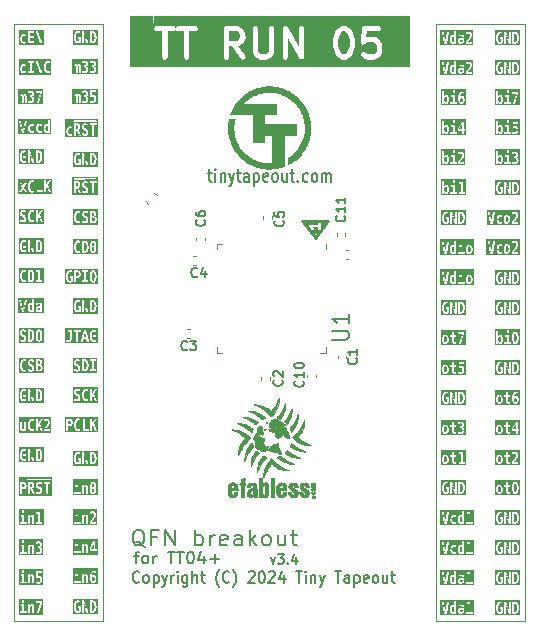
<source format=gbr>
G04 #@! TF.GenerationSoftware,KiCad,Pcbnew,8.0.2-8.0.2-0~ubuntu22.04.1*
G04 #@! TF.CreationDate,2024-06-04T17:14:39-04:00*
G04 #@! TF.ProjectId,breakout-tt05-qfn,62726561-6b6f-4757-942d-747430352d71,3.3*
G04 #@! TF.SameCoordinates,PX2dc6c00PY42c1d80*
G04 #@! TF.FileFunction,Legend,Top*
G04 #@! TF.FilePolarity,Positive*
%FSLAX46Y46*%
G04 Gerber Fmt 4.6, Leading zero omitted, Abs format (unit mm)*
G04 Created by KiCad (PCBNEW 8.0.2-8.0.2-0~ubuntu22.04.1) date 2024-06-04 17:14:39*
%MOMM*%
%LPD*%
G01*
G04 APERTURE LIST*
%ADD10C,0.200000*%
%ADD11C,0.240000*%
%ADD12C,0.190000*%
%ADD13C,0.100000*%
%ADD14C,0.120000*%
%ADD15C,0.127000*%
%ADD16C,0.140000*%
%ADD17C,0.150000*%
%ADD18C,0.180000*%
%ADD19C,0.450000*%
%ADD20C,0.160000*%
%ADD21C,0.000000*%
%ADD22C,0.010000*%
G04 APERTURE END LIST*
D10*
X26910000Y33905000D02*
X26911150Y34427529D01*
D11*
X27070000Y34195000D02*
X27070000Y34445000D01*
D10*
X26250000Y33095000D02*
X25200000Y34495000D01*
X27300000Y34495000D01*
X26250000Y33095000D01*
X25600000Y34145000D02*
X25600000Y34395000D01*
D11*
X26900000Y34170000D02*
X26900000Y34420000D01*
D10*
X26800000Y33855000D02*
X26800000Y34455000D01*
X25500000Y34095000D02*
X25500000Y34495000D01*
X26250000Y33305000D02*
X26250000Y33095000D01*
X25940000Y33635000D02*
X26540000Y33635000D01*
X26035000Y33475000D02*
X26485000Y33475000D01*
D12*
G36*
X26772215Y33668127D02*
G01*
X25592215Y33668127D01*
X25592215Y34085855D01*
X25687215Y34085855D01*
X25689040Y34076729D01*
X25689040Y34067419D01*
X25692639Y34058729D01*
X25694484Y34049506D01*
X25699663Y34041772D01*
X25703225Y34033174D01*
X25709874Y34026525D01*
X25715109Y34018708D01*
X25729363Y34007036D01*
X25729436Y34006963D01*
X25729468Y34006950D01*
X25729518Y34006909D01*
X25831009Y33940950D01*
X25893263Y33880471D01*
X25935736Y33799135D01*
X25963738Y33774849D01*
X25998904Y33763127D01*
X26035877Y33765754D01*
X26069032Y33782331D01*
X26093318Y33810333D01*
X26105040Y33845499D01*
X26102413Y33882472D01*
X26095757Y33899866D01*
X26055844Y33976300D01*
X26051681Y33986351D01*
X26048697Y33989987D01*
X26047883Y33991546D01*
X26488450Y33992528D01*
X26489040Y33838847D01*
X26503225Y33804602D01*
X26529436Y33778391D01*
X26563681Y33764206D01*
X26600749Y33764206D01*
X26634994Y33778391D01*
X26661205Y33804602D01*
X26675390Y33838847D01*
X26677215Y33857381D01*
X26675390Y34333058D01*
X26661205Y34367303D01*
X26634994Y34393514D01*
X26600749Y34407699D01*
X26563681Y34407699D01*
X26529436Y34393514D01*
X26503225Y34367303D01*
X26489040Y34333058D01*
X26487215Y34314524D01*
X26487728Y34180743D01*
X25791034Y34179189D01*
X25782117Y34180953D01*
X25773095Y34179149D01*
X25763681Y34179128D01*
X25754990Y34175529D01*
X25745768Y34173684D01*
X25738033Y34168505D01*
X25729436Y34164943D01*
X25722786Y34158294D01*
X25714970Y34153059D01*
X25709805Y34145313D01*
X25703225Y34138732D01*
X25699626Y34130045D01*
X25694408Y34122217D01*
X25692601Y34113086D01*
X25689040Y34104487D01*
X25689040Y34095081D01*
X25687215Y34085855D01*
X25592215Y34085855D01*
X25592215Y34502699D01*
X26772215Y34502699D01*
X26772215Y33668127D01*
G37*
D10*
X26250000Y32995000D02*
X25100000Y34495000D01*
X27400000Y34495000D01*
X26250000Y32995000D01*
D13*
X12543021Y51900000D02*
X32306978Y51900000D01*
X32306978Y51286043D01*
X12543021Y51286043D01*
X12543021Y51900000D01*
G36*
X12543021Y51900000D02*
G01*
X32306978Y51900000D01*
X32306978Y51286043D01*
X12543021Y51286043D01*
X12543021Y51900000D01*
G37*
X32061899Y51894734D02*
X34188101Y51894734D01*
X34188101Y47650000D01*
X32061899Y47650000D01*
X32061899Y51894734D01*
G36*
X32061899Y51894734D02*
G01*
X34188101Y51894734D01*
X34188101Y47650000D01*
X32061899Y47650000D01*
X32061899Y51894734D01*
G37*
D14*
X677440Y51227440D02*
X8250000Y51227440D01*
X8250000Y700000D01*
X677440Y700000D01*
X677440Y51227440D01*
D13*
X10561899Y51900000D02*
X12438101Y51900000D01*
X12438101Y47655266D01*
X10561899Y47655266D01*
X10561899Y51900000D01*
G36*
X10561899Y51900000D02*
G01*
X12438101Y51900000D01*
X12438101Y47655266D01*
X10561899Y47655266D01*
X10561899Y51900000D01*
G37*
X12343022Y47963957D02*
X32106979Y47963957D01*
X32106979Y47650000D01*
X12343022Y47650000D01*
X12343022Y47963957D01*
G36*
X12343022Y47963957D02*
G01*
X32106979Y47963957D01*
X32106979Y47650000D01*
X12343022Y47650000D01*
X12343022Y47963957D01*
G37*
D14*
X36427440Y51177440D02*
X44000000Y51177440D01*
X44000000Y650000D01*
X36427440Y650000D01*
X36427440Y51177440D01*
D15*
G36*
X37917506Y29832177D02*
G01*
X37952393Y29810075D01*
X37978185Y29770782D01*
X37986910Y29749439D01*
X37999924Y29699599D01*
X38006578Y29646585D01*
X38008471Y29592973D01*
X38007732Y29558751D01*
X38003473Y29508956D01*
X37994156Y29460235D01*
X37978185Y29415164D01*
X37966058Y29393251D01*
X37934505Y29361326D01*
X37895729Y29350684D01*
X37876955Y29352951D01*
X37839293Y29375872D01*
X37813859Y29415164D01*
X37805302Y29436507D01*
X37792541Y29486348D01*
X37786015Y29539362D01*
X37784159Y29592973D01*
X37784884Y29627196D01*
X37789060Y29676991D01*
X37798196Y29725712D01*
X37813859Y29770782D01*
X37825786Y29792695D01*
X37857049Y29824620D01*
X37895729Y29835262D01*
X37917506Y29832177D01*
G37*
G36*
X39287302Y29831263D02*
G01*
X39322638Y29810265D01*
X39350830Y29771271D01*
X39360343Y29750045D01*
X39374532Y29700223D01*
X39381788Y29646981D01*
X39383852Y29592973D01*
X39383045Y29558481D01*
X39378402Y29508404D01*
X39368244Y29459584D01*
X39350830Y29414676D01*
X39332829Y29386680D01*
X39299875Y29359683D01*
X39259776Y29350684D01*
X39235660Y29353746D01*
X39197174Y29375681D01*
X39168918Y29414676D01*
X39159461Y29435902D01*
X39145356Y29485723D01*
X39138143Y29538965D01*
X39136092Y29592973D01*
X39136893Y29627465D01*
X39141509Y29677543D01*
X39151607Y29726362D01*
X39168918Y29771271D01*
X39186980Y29799267D01*
X39219888Y29826263D01*
X39259776Y29835262D01*
X39287302Y29831263D01*
G37*
G36*
X39655967Y29083258D02*
G01*
X36820152Y29083258D01*
X36820152Y30241682D01*
X36931263Y30241682D01*
X37126461Y29210000D01*
X37351165Y29210000D01*
X37423625Y29592973D01*
X37623154Y29592973D01*
X37624064Y29546861D01*
X37627760Y29492967D01*
X37634299Y29443234D01*
X37645899Y29389050D01*
X37661593Y29340858D01*
X37681381Y29298661D01*
X37696680Y29274217D01*
X37727023Y29239284D01*
X37761910Y29214331D01*
X37801342Y29199359D01*
X37845317Y29194369D01*
X37865611Y29195485D01*
X37906047Y29205563D01*
X37941646Y29226121D01*
X37958869Y29241496D01*
X37986984Y29277927D01*
X38008471Y29320643D01*
X38008471Y29210000D01*
X38168890Y29210000D01*
X38168890Y29366316D01*
X38325987Y29366316D01*
X38325987Y29210000D01*
X38887745Y29210000D01*
X38887745Y29366316D01*
X38687662Y29366316D01*
X38687662Y29592973D01*
X38975087Y29592973D01*
X38976293Y29548246D01*
X38981192Y29495686D01*
X38989860Y29446847D01*
X39005235Y29393152D01*
X39026038Y29344815D01*
X39052267Y29301836D01*
X39067206Y29282630D01*
X39099886Y29249887D01*
X39136302Y29224699D01*
X39176456Y29207068D01*
X39220346Y29196993D01*
X39259776Y29194369D01*
X39275907Y29194789D01*
X39321789Y29201086D01*
X39363908Y29214939D01*
X39402261Y29236348D01*
X39436851Y29265314D01*
X39467676Y29301836D01*
X39489910Y29337280D01*
X39511617Y29384724D01*
X39527898Y29437526D01*
X39537319Y29485621D01*
X39542972Y29537437D01*
X39544856Y29592973D01*
X39543650Y29637700D01*
X39538751Y29690260D01*
X39530084Y29739099D01*
X39514708Y29792794D01*
X39493905Y29841132D01*
X39467676Y29884111D01*
X39452734Y29903316D01*
X39420027Y29936060D01*
X39383555Y29961248D01*
X39343319Y29978879D01*
X39299319Y29988954D01*
X39259776Y29991578D01*
X39243693Y29991158D01*
X39197934Y29984861D01*
X39155912Y29971008D01*
X39117627Y29949598D01*
X39083079Y29920633D01*
X39052267Y29884111D01*
X39030033Y29848667D01*
X39008326Y29801223D01*
X38992045Y29748420D01*
X38982624Y29700326D01*
X38976971Y29648510D01*
X38975087Y29592973D01*
X38687662Y29592973D01*
X38687662Y29975946D01*
X38368974Y29975946D01*
X38368974Y29819631D01*
X38526657Y29819631D01*
X38526657Y29366316D01*
X38325987Y29366316D01*
X38168890Y29366316D01*
X38168890Y30116630D01*
X38526657Y30116630D01*
X38687662Y30116630D01*
X38687662Y30351103D01*
X38526657Y30351103D01*
X38526657Y30116630D01*
X38168890Y30116630D01*
X38168890Y30272945D01*
X38008471Y30272945D01*
X38008471Y29872387D01*
X37998956Y29890283D01*
X37972029Y29930004D01*
X37939497Y29961780D01*
X37929520Y29968764D01*
X37892099Y29985874D01*
X37850788Y29991578D01*
X37824217Y29989967D01*
X37781495Y29979398D01*
X37743578Y29958965D01*
X37710468Y29928668D01*
X37682163Y29888507D01*
X37665163Y29854115D01*
X37648567Y29807083D01*
X37636120Y29753766D01*
X37628916Y29704533D01*
X37624594Y29650936D01*
X37623154Y29592973D01*
X37423625Y29592973D01*
X37546364Y30241682D01*
X37383014Y30241682D01*
X37238618Y29379994D01*
X37094612Y30241682D01*
X36931263Y30241682D01*
X36820152Y30241682D01*
X36820152Y30462214D01*
X39655967Y30462214D01*
X39655967Y29083258D01*
G37*
G36*
X6060499Y42619995D02*
G01*
X6100841Y42611620D01*
X6136043Y42588304D01*
X6144262Y42577103D01*
X6160559Y42530907D01*
X6164571Y42480349D01*
X6164317Y42466615D01*
X6157341Y42415685D01*
X6135652Y42372149D01*
X6121282Y42359396D01*
X6081713Y42343288D01*
X6040495Y42339421D01*
X5964096Y42339421D01*
X5964096Y42620788D01*
X6040495Y42620788D01*
X6060499Y42619995D01*
G37*
G36*
X7839777Y41634311D02*
G01*
X5036433Y41634311D01*
X5036433Y42143294D01*
X5147544Y42143294D01*
X5148796Y42097853D01*
X5153881Y42044626D01*
X5162878Y41995371D01*
X5178838Y41941507D01*
X5200430Y41893362D01*
X5227656Y41850935D01*
X5248700Y41826205D01*
X5283896Y41795293D01*
X5323448Y41771800D01*
X5367354Y41755726D01*
X5407270Y41747998D01*
X5450210Y41745422D01*
X5470179Y41745972D01*
X5511701Y41750933D01*
X5550838Y41761053D01*
X5562418Y41765206D01*
X5601458Y41783585D01*
X5638179Y41807948D01*
X5638179Y41995527D01*
X5626717Y41981310D01*
X5595933Y41949871D01*
X5561194Y41924940D01*
X5553520Y41920794D01*
X5513555Y41906179D01*
X5473852Y41901737D01*
X5459442Y41902287D01*
X5420024Y41910530D01*
X5382934Y41931291D01*
X5352903Y41964264D01*
X5336458Y41994202D01*
X5321250Y42040284D01*
X5313336Y42088415D01*
X5310698Y42143294D01*
X5311729Y42178465D01*
X5317664Y42229283D01*
X5330647Y42278425D01*
X5352903Y42323056D01*
X5361171Y42334361D01*
X5393320Y42364014D01*
X5432528Y42381311D01*
X5473852Y42386315D01*
X5482288Y42386101D01*
X5523641Y42378587D01*
X5560998Y42361891D01*
X5573959Y42353822D01*
X5608474Y42325772D01*
X5638179Y42292526D01*
X5638179Y42339421D01*
X5801919Y42339421D01*
X5801919Y41761053D01*
X5964096Y41761053D01*
X5964096Y42167474D01*
X6015680Y42167474D01*
X6040673Y42161899D01*
X6073813Y42134593D01*
X6098155Y42096365D01*
X6117872Y42050970D01*
X6129400Y42020684D01*
X6228465Y41761053D01*
X6406469Y41761053D01*
X6257969Y42131081D01*
X6238335Y42176855D01*
X6214396Y42218520D01*
X6208682Y42225143D01*
X6172387Y42247097D01*
X6186577Y42249877D01*
X6225335Y42263549D01*
X6261693Y42288121D01*
X6290991Y42322568D01*
X6302868Y42343327D01*
X6320583Y42391250D01*
X6329642Y42441682D01*
X6332219Y42492317D01*
X6331753Y42508925D01*
X6473489Y42508925D01*
X6474167Y42482444D01*
X6480648Y42427912D01*
X6493992Y42380374D01*
X6516867Y42335757D01*
X6535915Y42311875D01*
X6569969Y42280673D01*
X6607880Y42253972D01*
X6646403Y42231532D01*
X6682756Y42213147D01*
X6762477Y42175778D01*
X6795250Y42155923D01*
X6826176Y42122289D01*
X6840471Y42093049D01*
X6848255Y42043642D01*
X6848223Y42039929D01*
X6840000Y41990459D01*
X6815234Y41950586D01*
X6801969Y41939297D01*
X6763592Y41922040D01*
X6722421Y41917369D01*
X6681422Y41920544D01*
X6640100Y41930068D01*
X6602254Y41944236D01*
X6587044Y41951456D01*
X6548430Y41973381D01*
X6512961Y41997844D01*
X6476811Y42026790D01*
X6476811Y41823580D01*
X6483959Y41818829D01*
X6520207Y41797282D01*
X6557293Y41779407D01*
X6595220Y41765206D01*
X6633528Y41754773D01*
X6675578Y41747760D01*
X6717537Y41745422D01*
X6744684Y41746092D01*
X6786999Y41750185D01*
X6825651Y41757999D01*
X6867196Y41772287D01*
X6903466Y41791933D01*
X6939114Y41821626D01*
X6964081Y41852950D01*
X6986681Y41896440D01*
X7002250Y41947411D01*
X7009999Y41997053D01*
X7012582Y42052191D01*
X7010940Y42093315D01*
X7003643Y42143874D01*
X6988457Y42194913D01*
X6965883Y42239769D01*
X6959841Y42248967D01*
X6931601Y42283466D01*
X6896839Y42314302D01*
X6861073Y42338278D01*
X6820314Y42359448D01*
X6750363Y42392177D01*
X6728921Y42402491D01*
X6690279Y42424173D01*
X6655010Y42453238D01*
X6642106Y42473944D01*
X6632345Y42523091D01*
X6639214Y42568801D01*
X6663608Y42607111D01*
X6676366Y42617071D01*
X6713616Y42632298D01*
X6753880Y42636420D01*
X6780319Y42634924D01*
X6820207Y42627070D01*
X6860370Y42612484D01*
X6893904Y42595378D01*
X6930394Y42571602D01*
X6966469Y42542631D01*
X6966469Y42620788D01*
X7125715Y42620788D01*
X7334005Y42620788D01*
X7334005Y41761053D01*
X7496183Y41761053D01*
X7496183Y42620788D01*
X7704473Y42620788D01*
X7704473Y42792735D01*
X7125715Y42792735D01*
X7125715Y42620788D01*
X6966469Y42620788D01*
X6966469Y42745841D01*
X6931672Y42763725D01*
X6893131Y42779926D01*
X6854313Y42792491D01*
X6822533Y42800165D01*
X6783650Y42806134D01*
X6741179Y42808367D01*
X6696233Y42805559D01*
X6655038Y42797135D01*
X6617593Y42783096D01*
X6578648Y42759620D01*
X6544808Y42728499D01*
X6524262Y42702080D01*
X6501348Y42660184D01*
X6485259Y42612561D01*
X6475996Y42559211D01*
X6473489Y42508925D01*
X6331753Y42508925D01*
X6331141Y42530743D01*
X6325483Y42583187D01*
X6312753Y42636494D01*
X6293421Y42681315D01*
X6263245Y42722149D01*
X6244606Y42738693D01*
X6205274Y42762336D01*
X6164758Y42777226D01*
X6126199Y42785842D01*
X6083280Y42791012D01*
X6036001Y42792735D01*
X5801919Y42792735D01*
X5801919Y42339421D01*
X5638179Y42339421D01*
X5638179Y42480104D01*
X5621093Y42491510D01*
X5583978Y42512158D01*
X5546735Y42527243D01*
X5532299Y42531676D01*
X5490967Y42540091D01*
X5451382Y42542631D01*
X5425250Y42541699D01*
X5384093Y42536006D01*
X5338659Y42522341D01*
X5297540Y42501224D01*
X5260734Y42472653D01*
X5228242Y42436629D01*
X5204994Y42401583D01*
X5182298Y42354253D01*
X5165275Y42301170D01*
X5155425Y42252540D01*
X5149514Y42199914D01*
X5147544Y42143294D01*
X5036433Y42143294D01*
X5036433Y43015353D01*
X5750176Y43015353D01*
X5750176Y42966753D01*
X5784542Y42932387D01*
X5808842Y42927553D01*
X7694300Y42932387D01*
X7728666Y42966753D01*
X7728666Y43015353D01*
X7694300Y43049719D01*
X7670000Y43054553D01*
X5784542Y43049719D01*
X5750176Y43015353D01*
X5036433Y43015353D01*
X5036433Y43165664D01*
X7839777Y43165664D01*
X7839777Y41634311D01*
G37*
G36*
X37274391Y37452995D02*
G01*
X37312052Y37430075D01*
X37337487Y37390782D01*
X37346043Y37369439D01*
X37358805Y37319599D01*
X37365331Y37266585D01*
X37367187Y37212973D01*
X37366462Y37178751D01*
X37362286Y37128956D01*
X37353149Y37080235D01*
X37337487Y37035164D01*
X37325560Y37013251D01*
X37294297Y36981326D01*
X37255617Y36970684D01*
X37233840Y36973770D01*
X37198953Y36995872D01*
X37173161Y37035164D01*
X37164436Y37056507D01*
X37151422Y37106348D01*
X37144767Y37159362D01*
X37142875Y37212973D01*
X37143614Y37247196D01*
X37147873Y37296991D01*
X37157190Y37345712D01*
X37173161Y37390782D01*
X37185287Y37412695D01*
X37216840Y37444620D01*
X37255617Y37455262D01*
X37274391Y37452995D01*
G37*
G36*
X38982248Y36703258D02*
G01*
X36871345Y36703258D01*
X36871345Y37212973D01*
X36982456Y37212973D01*
X36982456Y36830000D01*
X37142875Y36830000D01*
X37142875Y36940643D01*
X37152890Y36918194D01*
X37178455Y36877038D01*
X37209309Y36846121D01*
X37228029Y36833749D01*
X37266416Y36818834D01*
X37306029Y36814369D01*
X37331714Y36815999D01*
X37373093Y36826692D01*
X37409927Y36847368D01*
X37442218Y36878024D01*
X37469965Y36918661D01*
X37486739Y36953409D01*
X37498158Y36986316D01*
X37652267Y36986316D01*
X37652267Y36830000D01*
X38214026Y36830000D01*
X38214026Y36986316D01*
X38013942Y36986316D01*
X38013942Y37001947D01*
X38350802Y37001947D01*
X38350802Y36830000D01*
X38871137Y36830000D01*
X38871137Y37001947D01*
X38689811Y37001947D01*
X38689811Y37861682D01*
X38533105Y37861682D01*
X38363307Y37814788D01*
X38363307Y37642841D01*
X38532128Y37689735D01*
X38532128Y37001947D01*
X38350802Y37001947D01*
X38013942Y37001947D01*
X38013942Y37595946D01*
X37695254Y37595946D01*
X37695254Y37439631D01*
X37852937Y37439631D01*
X37852937Y36986316D01*
X37652267Y36986316D01*
X37498158Y36986316D01*
X37503116Y37000602D01*
X37515398Y37053787D01*
X37522506Y37102687D01*
X37526771Y37155749D01*
X37528192Y37212973D01*
X37527672Y37248274D01*
X37524492Y37303618D01*
X37518421Y37354596D01*
X37507320Y37410009D01*
X37492057Y37459136D01*
X37468988Y37508507D01*
X37449317Y37538200D01*
X37417642Y37571316D01*
X37381142Y37594567D01*
X37339818Y37607954D01*
X37300558Y37611578D01*
X37288358Y37611112D01*
X37248159Y37602149D01*
X37211849Y37581780D01*
X37195124Y37567318D01*
X37166496Y37532893D01*
X37142875Y37492387D01*
X37142875Y37736630D01*
X37852937Y37736630D01*
X38013942Y37736630D01*
X38013942Y37971103D01*
X37852937Y37971103D01*
X37852937Y37736630D01*
X37142875Y37736630D01*
X37142875Y37892945D01*
X36982456Y37892945D01*
X36982456Y37212973D01*
X36871345Y37212973D01*
X36871345Y38082214D01*
X38982248Y38082214D01*
X38982248Y36703258D01*
G37*
G36*
X2865158Y22272006D02*
G01*
X2904310Y22260600D01*
X2937662Y22235140D01*
X2954766Y22205626D01*
X2966930Y22157174D01*
X2970097Y22105936D01*
X2969005Y22074634D01*
X2960267Y22023160D01*
X2939030Y21981860D01*
X2909189Y21960130D01*
X2870346Y21949022D01*
X2830390Y21946201D01*
X2722728Y21946201D01*
X2722728Y22274463D01*
X2830390Y22274463D01*
X2865158Y22272006D01*
G37*
G36*
X2837829Y22665142D02*
G01*
X2879706Y22659080D01*
X2917536Y22637164D01*
X2938423Y22597739D01*
X2944305Y22547038D01*
X2939294Y22499274D01*
X2918122Y22457645D01*
X2909077Y22449906D01*
X2871579Y22434557D01*
X2830390Y22430779D01*
X2722728Y22430779D01*
X2722728Y22665252D01*
X2830390Y22665252D01*
X2837829Y22665142D01*
G37*
G36*
X3245535Y21663143D02*
G01*
X1122517Y21663143D01*
X1122517Y22305482D01*
X1233628Y22305482D01*
X1233714Y22289466D01*
X1235761Y22227775D01*
X1240537Y22169886D01*
X1248043Y22115798D01*
X1258278Y22065510D01*
X1274911Y22007996D01*
X1295808Y21956421D01*
X1320969Y21910786D01*
X1338036Y21886386D01*
X1369549Y21851053D01*
X1404898Y21822387D01*
X1444082Y21800387D01*
X1487101Y21785054D01*
X1533955Y21776387D01*
X1574200Y21774254D01*
X1582917Y21774357D01*
X1622550Y21777563D01*
X1663105Y21785978D01*
X1668390Y21787489D01*
X1707053Y21801743D01*
X1743998Y21821149D01*
X1743998Y22039990D01*
X1730993Y22025433D01*
X1697761Y21993502D01*
X1662909Y21968671D01*
X1660452Y21967289D01*
X1623000Y21951819D01*
X1581821Y21946201D01*
X1550014Y21949387D01*
X1508047Y21966111D01*
X1472974Y21997171D01*
X1447585Y22036815D01*
X1439484Y22054615D01*
X1423680Y22102093D01*
X1413586Y22149411D01*
X1406680Y22202843D01*
X1403360Y22252040D01*
X1402254Y22305482D01*
X1402298Y22316555D01*
X1403847Y22369344D01*
X1408628Y22427023D01*
X1416597Y22478521D01*
X1429922Y22530787D01*
X1432729Y22537757D01*
X1894647Y22537757D01*
X1895325Y22511276D01*
X1901806Y22456744D01*
X1915150Y22409206D01*
X1938025Y22364589D01*
X1957073Y22340707D01*
X1991127Y22309505D01*
X2029038Y22282804D01*
X2067561Y22260364D01*
X2103914Y22241979D01*
X2183635Y22204610D01*
X2216408Y22184755D01*
X2247334Y22151121D01*
X2261629Y22121881D01*
X2269413Y22072474D01*
X2269381Y22068761D01*
X2261158Y22019291D01*
X2236392Y21979418D01*
X2223127Y21968129D01*
X2184750Y21950872D01*
X2143579Y21946201D01*
X2102580Y21949376D01*
X2061258Y21958900D01*
X2023412Y21973068D01*
X2008202Y21980288D01*
X1969588Y22002213D01*
X1934119Y22026676D01*
X1897969Y22055622D01*
X1897969Y21852412D01*
X1905117Y21847661D01*
X1941365Y21826114D01*
X1978451Y21808239D01*
X2016378Y21794038D01*
X2054686Y21783605D01*
X2096736Y21776592D01*
X2138695Y21774254D01*
X2165842Y21774924D01*
X2208157Y21779017D01*
X2246809Y21786831D01*
X2288354Y21801119D01*
X2324624Y21820765D01*
X2360272Y21850458D01*
X2385239Y21881782D01*
X2407839Y21925272D01*
X2423408Y21976243D01*
X2431157Y22025885D01*
X2433740Y22081023D01*
X2432098Y22122147D01*
X2424801Y22172706D01*
X2409615Y22223745D01*
X2387041Y22268601D01*
X2380999Y22277799D01*
X2352759Y22312298D01*
X2317997Y22343134D01*
X2282231Y22367110D01*
X2241472Y22388280D01*
X2171521Y22421009D01*
X2151210Y22430779D01*
X2566217Y22430779D01*
X2566217Y21946201D01*
X2566217Y21789885D01*
X2830390Y21789885D01*
X2859792Y21790489D01*
X2905300Y21794175D01*
X2946437Y21801213D01*
X2990035Y21814081D01*
X3027340Y21831775D01*
X3062909Y21858518D01*
X3087213Y21887209D01*
X3109212Y21928148D01*
X3124367Y21977128D01*
X3131910Y22025511D01*
X3134424Y22079802D01*
X3132142Y22131657D01*
X3123948Y22184452D01*
X3109794Y22230346D01*
X3086748Y22273731D01*
X3060101Y22304826D01*
X3023175Y22331232D01*
X2984175Y22347081D01*
X2945282Y22355063D01*
X2954953Y22356340D01*
X2994805Y22366477D01*
X3032052Y22386169D01*
X3064473Y22418078D01*
X3069418Y22425021D01*
X3090913Y22469107D01*
X3102080Y22517851D01*
X3105310Y22568776D01*
X3105243Y22576591D01*
X3100999Y22627867D01*
X3088066Y22679113D01*
X3066512Y22722512D01*
X3036336Y22758064D01*
X3031959Y22761971D01*
X2997599Y22785847D01*
X2956732Y22803645D01*
X2916523Y22814063D01*
X2871534Y22820017D01*
X2830390Y22821567D01*
X2566217Y22821567D01*
X2566217Y22430779D01*
X2151210Y22430779D01*
X2150079Y22431323D01*
X2111437Y22453005D01*
X2076168Y22482070D01*
X2063264Y22502776D01*
X2053503Y22551923D01*
X2060372Y22597633D01*
X2084766Y22635943D01*
X2097524Y22645903D01*
X2134774Y22661130D01*
X2175038Y22665252D01*
X2201477Y22663756D01*
X2241365Y22655902D01*
X2281528Y22641316D01*
X2315062Y22624210D01*
X2351552Y22600434D01*
X2387627Y22571463D01*
X2387627Y22774673D01*
X2352830Y22792557D01*
X2314289Y22808758D01*
X2275471Y22821323D01*
X2243691Y22828997D01*
X2204808Y22834966D01*
X2162337Y22837199D01*
X2117391Y22834391D01*
X2076196Y22825967D01*
X2038751Y22811928D01*
X1999806Y22788452D01*
X1965966Y22757331D01*
X1945420Y22730912D01*
X1922506Y22689016D01*
X1906417Y22641393D01*
X1897154Y22588043D01*
X1894647Y22537757D01*
X1432729Y22537757D01*
X1447585Y22574638D01*
X1466116Y22605432D01*
X1499657Y22639678D01*
X1540092Y22659588D01*
X1581821Y22665252D01*
X1584432Y22665230D01*
X1625532Y22658841D01*
X1662909Y22642537D01*
X1680214Y22631456D01*
X1712995Y22604241D01*
X1743998Y22571463D01*
X1743998Y22790304D01*
X1739311Y22793189D01*
X1702746Y22811908D01*
X1663691Y22825475D01*
X1655633Y22827570D01*
X1614314Y22834955D01*
X1574200Y22837199D01*
X1553771Y22836666D01*
X1505382Y22830666D01*
X1460829Y22817999D01*
X1420111Y22798666D01*
X1383229Y22772666D01*
X1350181Y22740000D01*
X1320969Y22700667D01*
X1310393Y22683124D01*
X1286937Y22635091D01*
X1267746Y22581095D01*
X1255464Y22533605D01*
X1245911Y22482299D01*
X1239087Y22427176D01*
X1234993Y22368237D01*
X1233628Y22305482D01*
X1122517Y22305482D01*
X1122517Y22948310D01*
X3245535Y22948310D01*
X3245535Y21663143D01*
G37*
G36*
X2167506Y27462992D02*
G01*
X2202393Y27440890D01*
X2228185Y27401597D01*
X2236910Y27380254D01*
X2249924Y27330414D01*
X2256578Y27277400D01*
X2258471Y27223788D01*
X2257732Y27189566D01*
X2253473Y27139771D01*
X2244156Y27091050D01*
X2228185Y27045979D01*
X2216058Y27024066D01*
X2184505Y26992141D01*
X2145729Y26981499D01*
X2126955Y26983766D01*
X2089293Y27006687D01*
X2063859Y27045979D01*
X2055302Y27067322D01*
X2042541Y27117163D01*
X2036015Y27170177D01*
X2034159Y27223788D01*
X2034884Y27258011D01*
X2039060Y27307806D01*
X2048196Y27356527D01*
X2063859Y27401597D01*
X2075786Y27423510D01*
X2107049Y27455435D01*
X2145729Y27466077D01*
X2167506Y27462992D01*
G37*
G36*
X2946454Y27186908D02*
G01*
X2946317Y27174021D01*
X2942299Y27120494D01*
X2931308Y27069584D01*
X2911284Y27023998D01*
X2889243Y26995898D01*
X2852836Y26972737D01*
X2812414Y26965868D01*
X2780866Y26970786D01*
X2745198Y26995665D01*
X2727527Y27028391D01*
X2720579Y27076510D01*
X2720718Y27084841D01*
X2729518Y27134395D01*
X2756336Y27172253D01*
X2761018Y27175654D01*
X2798020Y27191454D01*
X2840526Y27198585D01*
X2882170Y27200341D01*
X2946454Y27200341D01*
X2946454Y27186908D01*
G37*
G36*
X3217398Y26714073D02*
G01*
X1070152Y26714073D01*
X1070152Y27872497D01*
X1181263Y27872497D01*
X1376461Y26840815D01*
X1601165Y26840815D01*
X1673625Y27223788D01*
X1873154Y27223788D01*
X1874064Y27177676D01*
X1877760Y27123782D01*
X1884299Y27074049D01*
X1895899Y27019865D01*
X1911593Y26971673D01*
X1931381Y26929476D01*
X1946680Y26905032D01*
X1977023Y26870099D01*
X2011910Y26845146D01*
X2051342Y26830174D01*
X2095317Y26825184D01*
X2115611Y26826300D01*
X2156047Y26836378D01*
X2191646Y26856936D01*
X2208869Y26872311D01*
X2236984Y26908742D01*
X2258471Y26951458D01*
X2258471Y26840815D01*
X2418890Y26840815D01*
X2418890Y27083104D01*
X2549023Y27083104D01*
X2549073Y27076510D01*
X2549080Y27075540D01*
X2552674Y27025524D01*
X2563628Y26974661D01*
X2581885Y26930514D01*
X2607445Y26893083D01*
X2614954Y26884861D01*
X2648623Y26857277D01*
X2688105Y26838180D01*
X2727420Y26828433D01*
X2771186Y26825184D01*
X2791446Y26826146D01*
X2833080Y26834828D01*
X2871618Y26852539D01*
X2888180Y26863622D01*
X2920059Y26893290D01*
X2946454Y26930697D01*
X2946454Y26840815D01*
X3106287Y26840815D01*
X3106287Y27275568D01*
X3106228Y27287648D01*
X3104151Y27344550D01*
X3099106Y27395621D01*
X3089137Y27449207D01*
X3072105Y27501111D01*
X3045519Y27546433D01*
X3037598Y27555631D01*
X3004369Y27583152D01*
X2962575Y27603403D01*
X2919934Y27614975D01*
X2879594Y27620538D01*
X2834884Y27622393D01*
X2800788Y27621485D01*
X2760543Y27617908D01*
X2718429Y27610913D01*
X2691074Y27604395D01*
X2650408Y27591698D01*
X2610181Y27575498D01*
X2610181Y27419183D01*
X2642893Y27436182D01*
X2681866Y27453129D01*
X2723119Y27466810D01*
X2753842Y27474012D01*
X2795672Y27479948D01*
X2834884Y27481709D01*
X2841644Y27481615D01*
X2880520Y27476449D01*
X2918122Y27457773D01*
X2935387Y27436810D01*
X2946454Y27387675D01*
X2946454Y27341025D01*
X2834884Y27341025D01*
X2825824Y27340963D01*
X2782755Y27338809D01*
X2735984Y27332163D01*
X2694571Y27321087D01*
X2653028Y27302564D01*
X2618778Y27278010D01*
X2610331Y27269864D01*
X2581993Y27231900D01*
X2562374Y27185326D01*
X2552360Y27137511D01*
X2549023Y27083104D01*
X2418890Y27083104D01*
X2418890Y27903760D01*
X2258471Y27903760D01*
X2258471Y27503202D01*
X2248956Y27521098D01*
X2222029Y27560819D01*
X2189497Y27592595D01*
X2179520Y27599579D01*
X2142099Y27616689D01*
X2100788Y27622393D01*
X2074217Y27620782D01*
X2031495Y27610213D01*
X1993578Y27589780D01*
X1960468Y27559483D01*
X1932163Y27519322D01*
X1915163Y27484930D01*
X1898567Y27437898D01*
X1886120Y27384581D01*
X1878916Y27335348D01*
X1874594Y27281751D01*
X1873154Y27223788D01*
X1673625Y27223788D01*
X1796364Y27872497D01*
X1633014Y27872497D01*
X1488618Y27010809D01*
X1344612Y27872497D01*
X1181263Y27872497D01*
X1070152Y27872497D01*
X1070152Y28014871D01*
X3217398Y28014871D01*
X3217398Y26714073D01*
G37*
G36*
X38591226Y9512177D02*
G01*
X38626113Y9490075D01*
X38651905Y9450782D01*
X38660630Y9429439D01*
X38673643Y9379599D01*
X38680298Y9326585D01*
X38682191Y9272973D01*
X38681451Y9238751D01*
X38677192Y9188956D01*
X38667876Y9140235D01*
X38651905Y9095164D01*
X38639778Y9073251D01*
X38608225Y9041326D01*
X38569448Y9030684D01*
X38550674Y9032951D01*
X38513013Y9055872D01*
X38487578Y9095164D01*
X38479022Y9116507D01*
X38466260Y9166348D01*
X38459734Y9219362D01*
X38457878Y9272973D01*
X38458603Y9307196D01*
X38462780Y9356991D01*
X38471916Y9405712D01*
X38487578Y9450782D01*
X38499505Y9472695D01*
X38530768Y9504620D01*
X38569448Y9515262D01*
X38591226Y9512177D01*
G37*
G36*
X39655967Y8763258D02*
G01*
X36820152Y8763258D01*
X36820152Y9921682D01*
X36931263Y9921682D01*
X37126461Y8890000D01*
X37351165Y8890000D01*
X37423487Y9272241D01*
X37666140Y9272241D01*
X37667392Y9226800D01*
X37672477Y9173573D01*
X37681474Y9124318D01*
X37697434Y9070454D01*
X37719027Y9022309D01*
X37746252Y8979882D01*
X37767297Y8955152D01*
X37802493Y8924240D01*
X37842044Y8900747D01*
X37885951Y8884673D01*
X37925866Y8876945D01*
X37968806Y8874369D01*
X37988775Y8874919D01*
X38030298Y8879880D01*
X38069434Y8890000D01*
X38081014Y8894153D01*
X38120054Y8912532D01*
X38156775Y8936895D01*
X38156775Y9124474D01*
X38145313Y9110257D01*
X38114529Y9078818D01*
X38079790Y9053887D01*
X38072117Y9049741D01*
X38032151Y9035126D01*
X37992449Y9030684D01*
X37978039Y9031234D01*
X37938621Y9039477D01*
X37901530Y9060238D01*
X37871500Y9093211D01*
X37855055Y9123149D01*
X37839846Y9169231D01*
X37831933Y9217362D01*
X37829295Y9272241D01*
X37829316Y9272973D01*
X38296873Y9272973D01*
X38297783Y9226861D01*
X38301479Y9172967D01*
X38308018Y9123234D01*
X38319618Y9069050D01*
X38335312Y9020858D01*
X38355101Y8978661D01*
X38370399Y8954217D01*
X38400743Y8919284D01*
X38435630Y8894331D01*
X38475061Y8879359D01*
X38519036Y8874369D01*
X38539331Y8875485D01*
X38579767Y8885563D01*
X38615366Y8906121D01*
X38632588Y8921496D01*
X38660703Y8957927D01*
X38682191Y9000643D01*
X38682191Y8890000D01*
X38842609Y8890000D01*
X38842609Y9061947D01*
X39024521Y9061947D01*
X39024521Y8890000D01*
X39544856Y8890000D01*
X39544856Y9061947D01*
X39363531Y9061947D01*
X39363531Y9921682D01*
X39206824Y9921682D01*
X39037027Y9874788D01*
X39037027Y9702841D01*
X39205847Y9749735D01*
X39205847Y9061947D01*
X39024521Y9061947D01*
X38842609Y9061947D01*
X38842609Y9952945D01*
X38682191Y9952945D01*
X38682191Y9552387D01*
X38672676Y9570283D01*
X38645749Y9610004D01*
X38613217Y9641780D01*
X38603239Y9648764D01*
X38565818Y9665874D01*
X38524508Y9671578D01*
X38497937Y9669967D01*
X38455214Y9659398D01*
X38417298Y9638965D01*
X38384187Y9608668D01*
X38355882Y9568507D01*
X38338883Y9534115D01*
X38322286Y9487083D01*
X38309839Y9433766D01*
X38302636Y9384533D01*
X38298314Y9330936D01*
X38296873Y9272973D01*
X37829316Y9272973D01*
X37830325Y9307412D01*
X37836260Y9358230D01*
X37849243Y9407372D01*
X37871500Y9452003D01*
X37879768Y9463308D01*
X37911916Y9492961D01*
X37951125Y9510258D01*
X37992449Y9515262D01*
X38000884Y9515048D01*
X38042238Y9507534D01*
X38079595Y9490838D01*
X38092556Y9482769D01*
X38127070Y9454719D01*
X38156775Y9421473D01*
X38156775Y9609051D01*
X38139689Y9620457D01*
X38102575Y9641105D01*
X38065331Y9656190D01*
X38050896Y9660623D01*
X38009564Y9669038D01*
X37969979Y9671578D01*
X37943846Y9670646D01*
X37902690Y9664953D01*
X37857256Y9651288D01*
X37816136Y9630171D01*
X37779330Y9601600D01*
X37746838Y9565576D01*
X37723590Y9530530D01*
X37700894Y9483200D01*
X37683872Y9430117D01*
X37674021Y9381487D01*
X37668111Y9328861D01*
X37666140Y9272241D01*
X37423487Y9272241D01*
X37546364Y9921682D01*
X37383014Y9921682D01*
X37238618Y9059994D01*
X37094612Y9921682D01*
X36931263Y9921682D01*
X36820152Y9921682D01*
X36820152Y10064056D01*
X39655967Y10064056D01*
X39655967Y8763258D01*
G37*
G36*
X7771620Y8791695D02*
G01*
X5696279Y8791695D01*
X5696279Y9059122D01*
X5807390Y9059122D01*
X5807390Y8902806D01*
X6369149Y8902806D01*
X6369149Y9059122D01*
X6169065Y9059122D01*
X6169065Y9668752D01*
X6497132Y9668752D01*
X6497132Y8902806D01*
X6656964Y8902806D01*
X6656964Y9343665D01*
X6658527Y9384652D01*
X6665781Y9433282D01*
X6681975Y9479220D01*
X6711577Y9515856D01*
X6750363Y9528068D01*
X6781323Y9522102D01*
X6812303Y9491920D01*
X6819688Y9473826D01*
X6829016Y9423965D01*
X6831256Y9371997D01*
X6831256Y8902806D01*
X6991089Y8902806D01*
X6991089Y9069380D01*
X7139393Y9069380D01*
X7139393Y8902806D01*
X7660509Y8902806D01*
X7660509Y9074753D01*
X7314857Y9074753D01*
X7337571Y9103757D01*
X7367446Y9141788D01*
X7397842Y9180393D01*
X7427404Y9217880D01*
X7435487Y9228099D01*
X7465829Y9266666D01*
X7499284Y9309681D01*
X7527768Y9346923D01*
X7559294Y9389365D01*
X7587432Y9430371D01*
X7603587Y9458436D01*
X7626105Y9503882D01*
X7643119Y9549317D01*
X7646920Y9562808D01*
X7656233Y9611888D01*
X7659337Y9663867D01*
X7658174Y9696149D01*
X7650540Y9748437D01*
X7635782Y9795372D01*
X7613899Y9836954D01*
X7584892Y9873183D01*
X7580184Y9877917D01*
X7544176Y9906843D01*
X7502820Y9928406D01*
X7463116Y9941029D01*
X7419482Y9948241D01*
X7380119Y9950120D01*
X7354021Y9949112D01*
X7313730Y9943823D01*
X7272066Y9934000D01*
X7233077Y9921354D01*
X7193489Y9905244D01*
X7156978Y9887594D01*
X7156978Y9700015D01*
X7193279Y9722064D01*
X7232152Y9742240D01*
X7269916Y9758145D01*
X7286568Y9763915D01*
X7327406Y9774339D01*
X7367418Y9778173D01*
X7385848Y9777261D01*
X7427380Y9766349D01*
X7461793Y9740804D01*
X7469579Y9731034D01*
X7489528Y9685696D01*
X7495010Y9635291D01*
X7491018Y9593227D01*
X7476839Y9545165D01*
X7466312Y9521611D01*
X7443059Y9479754D01*
X7417439Y9440873D01*
X7407159Y9426414D01*
X7379899Y9389116D01*
X7353203Y9353129D01*
X7320487Y9309355D01*
X7289979Y9268729D01*
X7255619Y9223118D01*
X7227320Y9185640D01*
X7139393Y9069380D01*
X6991089Y9069380D01*
X6991089Y9402772D01*
X6991045Y9411466D01*
X6988304Y9468519D01*
X6981300Y9518910D01*
X6968074Y9568342D01*
X6946539Y9613553D01*
X6928328Y9637624D01*
X6895371Y9664393D01*
X6855644Y9679957D01*
X6814648Y9684384D01*
X6789986Y9682782D01*
X6751495Y9672587D01*
X6715192Y9650922D01*
X6702900Y9639798D01*
X6674775Y9601543D01*
X6656964Y9556645D01*
X6656964Y9668752D01*
X6497132Y9668752D01*
X6169065Y9668752D01*
X5850377Y9668752D01*
X5850377Y9512437D01*
X6008060Y9512437D01*
X6008060Y9059122D01*
X5807390Y9059122D01*
X5696279Y9059122D01*
X5696279Y9809436D01*
X6008060Y9809436D01*
X6169065Y9809436D01*
X6169065Y10043909D01*
X6008060Y10043909D01*
X6008060Y9809436D01*
X5696279Y9809436D01*
X5696279Y10155020D01*
X7771620Y10155020D01*
X7771620Y8791695D01*
G37*
G36*
X5405430Y17628146D02*
G01*
X5447435Y17619225D01*
X5484599Y17596518D01*
X5497161Y17579648D01*
X5513030Y17531884D01*
X5516839Y17481236D01*
X5516052Y17456783D01*
X5507740Y17407827D01*
X5484599Y17365953D01*
X5453861Y17345711D01*
X5413905Y17335364D01*
X5372834Y17332736D01*
X5306204Y17332736D01*
X5306204Y17629735D01*
X5372834Y17629735D01*
X5405430Y17628146D01*
G37*
G36*
X7860525Y16643258D02*
G01*
X5033111Y16643258D01*
X5033111Y17332736D01*
X5144222Y17332736D01*
X5144222Y16770000D01*
X5306204Y16770000D01*
X5306204Y17160789D01*
X5366776Y17160789D01*
X5397775Y17161452D01*
X5445716Y17165506D01*
X5489000Y17173245D01*
X5534796Y17187396D01*
X5573887Y17206853D01*
X5611019Y17236260D01*
X5615599Y17241069D01*
X5643589Y17279873D01*
X5646087Y17285597D01*
X5812471Y17285597D01*
X5812556Y17269581D01*
X5814603Y17207890D01*
X5819380Y17150001D01*
X5826885Y17095913D01*
X5837121Y17045625D01*
X5853753Y16988111D01*
X5874650Y16936536D01*
X5899812Y16890901D01*
X5916879Y16866501D01*
X5948392Y16831168D01*
X5983740Y16802502D01*
X6022924Y16780502D01*
X6065943Y16765169D01*
X6112798Y16756502D01*
X6153043Y16754369D01*
X6161760Y16754472D01*
X6201393Y16757678D01*
X6241947Y16766093D01*
X6247232Y16767604D01*
X6253731Y16770000D01*
X6526246Y16770000D01*
X7035053Y16770000D01*
X7140566Y16770000D01*
X7302743Y16770000D01*
X7302743Y17119512D01*
X7374648Y17234306D01*
X7569261Y16770000D01*
X7749414Y16770000D01*
X7481333Y17395262D01*
X7740231Y17801682D01*
X7556755Y17801682D01*
X7302743Y17394041D01*
X7302743Y17801682D01*
X7140566Y17801682D01*
X7140566Y16770000D01*
X7035053Y16770000D01*
X7035053Y16941947D01*
X6688423Y16941947D01*
X6688423Y17801682D01*
X6526246Y17801682D01*
X6526246Y16770000D01*
X6253731Y16770000D01*
X6285895Y16781858D01*
X6322841Y16801264D01*
X6322841Y17020105D01*
X6309836Y17005548D01*
X6276603Y16973617D01*
X6241752Y16948786D01*
X6239295Y16947404D01*
X6201843Y16931934D01*
X6160663Y16926316D01*
X6128856Y16929502D01*
X6086890Y16946226D01*
X6051816Y16977286D01*
X6026427Y17016930D01*
X6018326Y17034730D01*
X6002522Y17082208D01*
X5992429Y17129526D01*
X5985523Y17182958D01*
X5982203Y17232155D01*
X5981096Y17285597D01*
X5981140Y17296670D01*
X5982690Y17349459D01*
X5987471Y17407138D01*
X5995439Y17458636D01*
X6008764Y17510902D01*
X6026427Y17554753D01*
X6044959Y17585547D01*
X6078500Y17619793D01*
X6118934Y17639703D01*
X6160663Y17645367D01*
X6163274Y17645345D01*
X6204374Y17638956D01*
X6241752Y17622652D01*
X6259056Y17611571D01*
X6291837Y17584356D01*
X6322841Y17551578D01*
X6322841Y17770419D01*
X6318153Y17773304D01*
X6281589Y17792023D01*
X6242534Y17805590D01*
X6234476Y17807685D01*
X6193157Y17815070D01*
X6153043Y17817314D01*
X6132614Y17816781D01*
X6084225Y17810781D01*
X6039672Y17798114D01*
X5998954Y17778781D01*
X5962071Y17752781D01*
X5929024Y17720115D01*
X5899812Y17680782D01*
X5889235Y17663239D01*
X5865780Y17615206D01*
X5846588Y17561210D01*
X5834306Y17513720D01*
X5824753Y17462414D01*
X5817930Y17407291D01*
X5813835Y17348352D01*
X5812471Y17285597D01*
X5646087Y17285597D01*
X5664454Y17327676D01*
X5676668Y17375813D01*
X5683647Y17430561D01*
X5685464Y17481236D01*
X5685392Y17491738D01*
X5682847Y17541494D01*
X5674996Y17595141D01*
X5661910Y17642175D01*
X5640027Y17688693D01*
X5611019Y17726211D01*
X5579750Y17751860D01*
X5541776Y17772201D01*
X5497098Y17787237D01*
X5454745Y17795712D01*
X5407736Y17800503D01*
X5366776Y17801682D01*
X5144222Y17801682D01*
X5144222Y17332736D01*
X5033111Y17332736D01*
X5033111Y17928425D01*
X7860525Y17928425D01*
X7860525Y16643258D01*
G37*
G36*
X3514945Y42615782D02*
G01*
X3549832Y42593680D01*
X3575624Y42554387D01*
X3584349Y42533044D01*
X3597363Y42483204D01*
X3604017Y42430190D01*
X3605910Y42376578D01*
X3605171Y42342356D01*
X3600912Y42292561D01*
X3591595Y42243840D01*
X3575624Y42198769D01*
X3563497Y42176856D01*
X3531944Y42144931D01*
X3493168Y42134289D01*
X3474394Y42136556D01*
X3436732Y42159477D01*
X3411297Y42198769D01*
X3402741Y42220112D01*
X3389980Y42269953D01*
X3383454Y42322967D01*
X3381598Y42376578D01*
X3382323Y42410801D01*
X3386499Y42460596D01*
X3395635Y42509317D01*
X3411297Y42554387D01*
X3423225Y42576300D01*
X3454488Y42608225D01*
X3493168Y42618867D01*
X3514945Y42615782D01*
G37*
G36*
X3877440Y41866863D02*
G01*
X1070152Y41866863D01*
X1070152Y43025287D01*
X1181263Y43025287D01*
X1376461Y41993605D01*
X1601165Y41993605D01*
X1673487Y42375846D01*
X1916140Y42375846D01*
X1917392Y42330405D01*
X1922477Y42277178D01*
X1931474Y42227923D01*
X1947434Y42174059D01*
X1969027Y42125914D01*
X1996252Y42083487D01*
X2017297Y42058757D01*
X2052493Y42027845D01*
X2092044Y42004352D01*
X2135951Y41988278D01*
X2175866Y41980550D01*
X2218806Y41977974D01*
X2238775Y41978524D01*
X2280298Y41983485D01*
X2319434Y41993605D01*
X2331014Y41997758D01*
X2370054Y42016137D01*
X2406775Y42040500D01*
X2406775Y42228079D01*
X2395313Y42213862D01*
X2364529Y42182423D01*
X2329790Y42157492D01*
X2322117Y42153346D01*
X2282151Y42138731D01*
X2242449Y42134289D01*
X2228039Y42134839D01*
X2188621Y42143082D01*
X2151530Y42163843D01*
X2121500Y42196816D01*
X2105055Y42226754D01*
X2089846Y42272836D01*
X2081933Y42320967D01*
X2079295Y42375846D01*
X2589860Y42375846D01*
X2591112Y42330405D01*
X2596197Y42277178D01*
X2605194Y42227923D01*
X2621154Y42174059D01*
X2642746Y42125914D01*
X2669972Y42083487D01*
X2691016Y42058757D01*
X2726212Y42027845D01*
X2765764Y42004352D01*
X2809670Y41988278D01*
X2849586Y41980550D01*
X2892526Y41977974D01*
X2912495Y41978524D01*
X2954017Y41983485D01*
X2993154Y41993605D01*
X3004734Y41997758D01*
X3043774Y42016137D01*
X3080495Y42040500D01*
X3080495Y42228079D01*
X3069033Y42213862D01*
X3038249Y42182423D01*
X3003510Y42157492D01*
X2995836Y42153346D01*
X2955871Y42138731D01*
X2916168Y42134289D01*
X2901758Y42134839D01*
X2862340Y42143082D01*
X2825250Y42163843D01*
X2795219Y42196816D01*
X2778774Y42226754D01*
X2763565Y42272836D01*
X2755652Y42320967D01*
X2753014Y42375846D01*
X2753035Y42376578D01*
X3220593Y42376578D01*
X3221502Y42330466D01*
X3225199Y42276572D01*
X3231738Y42226839D01*
X3243338Y42172655D01*
X3259032Y42124463D01*
X3278820Y42082266D01*
X3294119Y42057822D01*
X3324462Y42022889D01*
X3359349Y41997936D01*
X3398781Y41982964D01*
X3442756Y41977974D01*
X3463050Y41979090D01*
X3503486Y41989168D01*
X3539085Y42009726D01*
X3556308Y42025101D01*
X3584423Y42061532D01*
X3605910Y42104248D01*
X3605910Y41993605D01*
X3766329Y41993605D01*
X3766329Y43056550D01*
X3605910Y43056550D01*
X3605910Y42655992D01*
X3596395Y42673888D01*
X3569468Y42713609D01*
X3536936Y42745385D01*
X3526959Y42752369D01*
X3489538Y42769479D01*
X3448227Y42775183D01*
X3421656Y42773572D01*
X3378934Y42763003D01*
X3341017Y42742570D01*
X3307907Y42712273D01*
X3279602Y42672112D01*
X3262602Y42637720D01*
X3246006Y42590688D01*
X3233559Y42537371D01*
X3226355Y42488138D01*
X3222033Y42434541D01*
X3220593Y42376578D01*
X2753035Y42376578D01*
X2754045Y42411017D01*
X2759980Y42461835D01*
X2772963Y42510977D01*
X2795219Y42555608D01*
X2803487Y42566913D01*
X2835636Y42596566D01*
X2874844Y42613863D01*
X2916168Y42618867D01*
X2924604Y42618653D01*
X2965957Y42611139D01*
X3003314Y42594443D01*
X3016275Y42586374D01*
X3050790Y42558324D01*
X3080495Y42525078D01*
X3080495Y42712656D01*
X3063409Y42724062D01*
X3026294Y42744710D01*
X2989050Y42759795D01*
X2974615Y42764228D01*
X2933283Y42772643D01*
X2893698Y42775183D01*
X2867566Y42774251D01*
X2826409Y42768558D01*
X2780975Y42754893D01*
X2739856Y42733776D01*
X2703050Y42705205D01*
X2670558Y42669181D01*
X2647310Y42634135D01*
X2624614Y42586805D01*
X2607591Y42533722D01*
X2597741Y42485092D01*
X2591830Y42432466D01*
X2589860Y42375846D01*
X2079295Y42375846D01*
X2080325Y42411017D01*
X2086260Y42461835D01*
X2099243Y42510977D01*
X2121500Y42555608D01*
X2129768Y42566913D01*
X2161916Y42596566D01*
X2201125Y42613863D01*
X2242449Y42618867D01*
X2250884Y42618653D01*
X2292238Y42611139D01*
X2329595Y42594443D01*
X2342556Y42586374D01*
X2377070Y42558324D01*
X2406775Y42525078D01*
X2406775Y42712656D01*
X2389689Y42724062D01*
X2352575Y42744710D01*
X2315331Y42759795D01*
X2300896Y42764228D01*
X2259564Y42772643D01*
X2219979Y42775183D01*
X2193846Y42774251D01*
X2152690Y42768558D01*
X2107256Y42754893D01*
X2066136Y42733776D01*
X2029330Y42705205D01*
X1996838Y42669181D01*
X1973590Y42634135D01*
X1950894Y42586805D01*
X1933872Y42533722D01*
X1924021Y42485092D01*
X1918111Y42432466D01*
X1916140Y42375846D01*
X1673487Y42375846D01*
X1796364Y43025287D01*
X1633014Y43025287D01*
X1488618Y42163599D01*
X1344612Y43025287D01*
X1181263Y43025287D01*
X1070152Y43025287D01*
X1070152Y43167661D01*
X3877440Y43167661D01*
X3877440Y41866863D01*
G37*
G36*
X2812773Y32748733D02*
G01*
X2852035Y32736520D01*
X2887972Y32711104D01*
X2915191Y32673323D01*
X2917692Y32668347D01*
X2934838Y32620880D01*
X2945673Y32568176D01*
X2951864Y32514704D01*
X2954841Y32464293D01*
X2955833Y32408563D01*
X2955794Y32396916D01*
X2954405Y32341894D01*
X2951031Y32292226D01*
X2944363Y32239693D01*
X2932972Y32188149D01*
X2915191Y32142094D01*
X2891427Y32107794D01*
X2856458Y32080919D01*
X2818057Y32067444D01*
X2778806Y32063692D01*
X2734842Y32063692D01*
X2734842Y32751480D01*
X2778806Y32751480D01*
X2812773Y32748733D01*
G37*
G36*
X3235570Y31765003D02*
G01*
X1103173Y31765003D01*
X1103173Y32407342D01*
X1214284Y32407342D01*
X1214369Y32391534D01*
X1216402Y32330579D01*
X1221147Y32273264D01*
X1228602Y32219589D01*
X1238769Y32169556D01*
X1255290Y32112134D01*
X1276046Y32060400D01*
X1301039Y32014355D01*
X1312190Y31997615D01*
X1342540Y31960490D01*
X1376419Y31930115D01*
X1413828Y31906489D01*
X1454767Y31889614D01*
X1499237Y31879489D01*
X1547236Y31876114D01*
X1586632Y31878475D01*
X1628160Y31886527D01*
X1643182Y31891745D01*
X1889176Y31891745D01*
X2032009Y31891745D01*
X2032009Y32641571D01*
X2261793Y31891745D01*
X2434912Y31891745D01*
X2434912Y32063692D01*
X2572665Y32063692D01*
X2572665Y31891745D01*
X2746371Y31891745D01*
X2794877Y31893638D01*
X2839867Y31899317D01*
X2881339Y31908781D01*
X2928234Y31925936D01*
X2969633Y31949005D01*
X3005537Y31977990D01*
X3035945Y32012890D01*
X3051763Y32036994D01*
X3074670Y32083140D01*
X3093254Y32136752D01*
X3105010Y32185017D01*
X3114000Y32238059D01*
X3120223Y32295880D01*
X3123681Y32358479D01*
X3124459Y32408563D01*
X3124372Y32425526D01*
X3122298Y32490380D01*
X3117457Y32550441D01*
X3109850Y32605708D01*
X3099478Y32656183D01*
X3082622Y32712535D01*
X3061445Y32761398D01*
X3035945Y32802771D01*
X3030303Y32810194D01*
X2998796Y32843775D01*
X2961793Y32871465D01*
X2919295Y32893263D01*
X2881339Y32906460D01*
X2839867Y32915886D01*
X2794877Y32921542D01*
X2746371Y32923427D01*
X2572665Y32923427D01*
X2572665Y32063692D01*
X2434912Y32063692D01*
X2434912Y32923427D01*
X2291884Y32923427D01*
X2291884Y32173602D01*
X2063272Y32923427D01*
X1889176Y32923427D01*
X1889176Y31891745D01*
X1643182Y31891745D01*
X1667794Y31900294D01*
X1702133Y31917801D01*
X1737702Y31942238D01*
X1770963Y31972101D01*
X1770963Y32438849D01*
X1518122Y32438849D01*
X1518122Y32266903D01*
X1629302Y32266903D01*
X1629302Y32071264D01*
X1599016Y32053679D01*
X1594268Y32052362D01*
X1555052Y32048061D01*
X1524953Y32051281D01*
X1485085Y32068186D01*
X1451554Y32099581D01*
X1427069Y32139652D01*
X1421745Y32151460D01*
X1405817Y32197955D01*
X1394096Y32252492D01*
X1387398Y32305638D01*
X1384178Y32354439D01*
X1383105Y32407342D01*
X1383149Y32418579D01*
X1384705Y32472066D01*
X1388485Y32521056D01*
X1395954Y32573910D01*
X1408714Y32627390D01*
X1428632Y32677719D01*
X1450861Y32712551D01*
X1485980Y32744764D01*
X1523374Y32761525D01*
X1566580Y32767112D01*
X1586062Y32766142D01*
X1626197Y32757382D01*
X1663496Y32739512D01*
X1682405Y32726247D01*
X1714894Y32694728D01*
X1741849Y32657691D01*
X1741849Y32876533D01*
X1725955Y32887392D01*
X1690059Y32907503D01*
X1652163Y32922939D01*
X1634222Y32928417D01*
X1594927Y32936398D01*
X1555052Y32939059D01*
X1534668Y32938526D01*
X1486367Y32932526D01*
X1441864Y32919859D01*
X1401157Y32900526D01*
X1364248Y32874526D01*
X1331136Y32841860D01*
X1301821Y32802527D01*
X1291221Y32784984D01*
X1267712Y32736951D01*
X1248478Y32682955D01*
X1236168Y32635465D01*
X1226594Y32584159D01*
X1219755Y32529036D01*
X1215652Y32470097D01*
X1214284Y32407342D01*
X1103173Y32407342D01*
X1103173Y33050170D01*
X3235570Y33050170D01*
X3235570Y31765003D01*
G37*
G36*
X43141615Y7206988D02*
G01*
X43180877Y7194775D01*
X43216814Y7169359D01*
X43244033Y7131578D01*
X43246534Y7126602D01*
X43263680Y7079135D01*
X43274515Y7026431D01*
X43280706Y6972959D01*
X43283683Y6922548D01*
X43284675Y6866818D01*
X43284636Y6855171D01*
X43283247Y6800149D01*
X43279873Y6750481D01*
X43273205Y6697948D01*
X43261814Y6646404D01*
X43244033Y6600349D01*
X43220269Y6566049D01*
X43185300Y6539174D01*
X43146899Y6525699D01*
X43107648Y6521947D01*
X43063684Y6521947D01*
X43063684Y7209735D01*
X43107648Y7209735D01*
X43141615Y7206988D01*
G37*
G36*
X43564412Y6223258D02*
G01*
X41432015Y6223258D01*
X41432015Y6865597D01*
X41543126Y6865597D01*
X41543211Y6849789D01*
X41545244Y6788834D01*
X41549989Y6731519D01*
X41557444Y6677844D01*
X41567611Y6627811D01*
X41584132Y6570389D01*
X41604888Y6518655D01*
X41629881Y6472610D01*
X41641032Y6455870D01*
X41671382Y6418745D01*
X41705261Y6388370D01*
X41742670Y6364744D01*
X41783609Y6347869D01*
X41828079Y6337744D01*
X41876078Y6334369D01*
X41915474Y6336730D01*
X41957002Y6344782D01*
X41972024Y6350000D01*
X42218018Y6350000D01*
X42360851Y6350000D01*
X42360851Y7099826D01*
X42590635Y6350000D01*
X42763754Y6350000D01*
X42763754Y6521947D01*
X42901507Y6521947D01*
X42901507Y6350000D01*
X43075213Y6350000D01*
X43123719Y6351893D01*
X43168709Y6357572D01*
X43210181Y6367036D01*
X43257076Y6384191D01*
X43298475Y6407260D01*
X43334379Y6436245D01*
X43364787Y6471145D01*
X43380605Y6495249D01*
X43403512Y6541395D01*
X43422096Y6595007D01*
X43433852Y6643272D01*
X43442842Y6696314D01*
X43449065Y6754135D01*
X43452523Y6816734D01*
X43453301Y6866818D01*
X43453214Y6883781D01*
X43451140Y6948635D01*
X43446299Y7008696D01*
X43438692Y7063963D01*
X43428320Y7114438D01*
X43411464Y7170790D01*
X43390287Y7219653D01*
X43364787Y7261026D01*
X43359145Y7268449D01*
X43327638Y7302030D01*
X43290635Y7329720D01*
X43248137Y7351518D01*
X43210181Y7364715D01*
X43168709Y7374141D01*
X43123719Y7379797D01*
X43075213Y7381682D01*
X42901507Y7381682D01*
X42901507Y6521947D01*
X42763754Y6521947D01*
X42763754Y7381682D01*
X42620726Y7381682D01*
X42620726Y6631857D01*
X42392114Y7381682D01*
X42218018Y7381682D01*
X42218018Y6350000D01*
X41972024Y6350000D01*
X41996636Y6358549D01*
X42030975Y6376056D01*
X42066544Y6400493D01*
X42099805Y6430356D01*
X42099805Y6897104D01*
X41846964Y6897104D01*
X41846964Y6725158D01*
X41958144Y6725158D01*
X41958144Y6529519D01*
X41927858Y6511934D01*
X41923110Y6510617D01*
X41883894Y6506316D01*
X41853795Y6509536D01*
X41813927Y6526441D01*
X41780396Y6557836D01*
X41755911Y6597907D01*
X41750587Y6609715D01*
X41734659Y6656210D01*
X41722938Y6710747D01*
X41716240Y6763893D01*
X41713020Y6812694D01*
X41711947Y6865597D01*
X41711991Y6876834D01*
X41713547Y6930321D01*
X41717327Y6979311D01*
X41724796Y7032165D01*
X41737556Y7085645D01*
X41757474Y7135974D01*
X41779703Y7170806D01*
X41814822Y7203019D01*
X41852216Y7219780D01*
X41895422Y7225367D01*
X41914904Y7224397D01*
X41955039Y7215637D01*
X41992338Y7197767D01*
X42011247Y7184502D01*
X42043736Y7152983D01*
X42070691Y7115946D01*
X42070691Y7334788D01*
X42054797Y7345647D01*
X42018901Y7365758D01*
X41981005Y7381194D01*
X41963064Y7386672D01*
X41923769Y7394653D01*
X41883894Y7397314D01*
X41863510Y7396781D01*
X41815209Y7390781D01*
X41770706Y7378114D01*
X41729999Y7358781D01*
X41693090Y7332781D01*
X41659978Y7300115D01*
X41630663Y7260782D01*
X41620063Y7243239D01*
X41596554Y7195206D01*
X41577320Y7141210D01*
X41565010Y7093720D01*
X41555436Y7042414D01*
X41548597Y6987291D01*
X41544494Y6928352D01*
X41543126Y6865597D01*
X41432015Y6865597D01*
X41432015Y7508425D01*
X43564412Y7508425D01*
X43564412Y6223258D01*
G37*
G36*
X42496349Y32411786D02*
G01*
X42531236Y32388578D01*
X42557028Y32347321D01*
X42565753Y32324911D01*
X42578766Y32272579D01*
X42585421Y32216914D01*
X42587314Y32160622D01*
X42586574Y32124688D01*
X42582315Y32072403D01*
X42572999Y32021247D01*
X42557028Y31973923D01*
X42544901Y31950914D01*
X42513348Y31917392D01*
X42474571Y31906219D01*
X42455797Y31908599D01*
X42418136Y31932665D01*
X42392701Y31973923D01*
X42384145Y31996332D01*
X42371383Y32048665D01*
X42364857Y32104330D01*
X42363001Y32160622D01*
X42363726Y32196556D01*
X42367903Y32248840D01*
X42377039Y32299997D01*
X42392701Y32347321D01*
X42404628Y32370330D01*
X42435891Y32403851D01*
X42474571Y32415025D01*
X42496349Y32411786D01*
G37*
G36*
X43527177Y31625420D02*
G01*
X40719719Y31625420D01*
X40719719Y32841766D01*
X40836386Y32841766D01*
X41031584Y31758500D01*
X41256288Y31758500D01*
X41328610Y32159853D01*
X41571263Y32159853D01*
X41572515Y32112140D01*
X41577600Y32056252D01*
X41586597Y32004534D01*
X41602557Y31947977D01*
X41624150Y31897424D01*
X41651375Y31852876D01*
X41672420Y31826910D01*
X41707616Y31794452D01*
X41747167Y31769785D01*
X41791074Y31752907D01*
X41830989Y31744792D01*
X41873929Y31742087D01*
X41893898Y31742664D01*
X41935421Y31747874D01*
X41974557Y31758500D01*
X41986137Y31762860D01*
X42025177Y31782158D01*
X42061898Y31807740D01*
X42061898Y32004697D01*
X42050436Y31989770D01*
X42019652Y31956759D01*
X41984913Y31930582D01*
X41977240Y31926228D01*
X41937274Y31910882D01*
X41897572Y31906219D01*
X41883162Y31906796D01*
X41843744Y31915451D01*
X41806653Y31937250D01*
X41776623Y31971871D01*
X41760178Y32003306D01*
X41744969Y32051693D01*
X41737056Y32102230D01*
X41734418Y32159853D01*
X41734439Y32160622D01*
X42201996Y32160622D01*
X42202906Y32112204D01*
X42206602Y32055615D01*
X42213141Y32003396D01*
X42224741Y31946502D01*
X42240435Y31895901D01*
X42260224Y31851594D01*
X42275522Y31825928D01*
X42305866Y31789248D01*
X42340753Y31763048D01*
X42380184Y31747327D01*
X42424159Y31742087D01*
X42444454Y31743259D01*
X42484890Y31753841D01*
X42520489Y31775427D01*
X42537711Y31791571D01*
X42565826Y31829823D01*
X42587314Y31874675D01*
X42587314Y31758500D01*
X42747732Y31758500D01*
X42747732Y31933403D01*
X42889393Y31933403D01*
X42889393Y31758500D01*
X43410510Y31758500D01*
X43410510Y31939045D01*
X43064857Y31939045D01*
X43087572Y31969499D01*
X43117447Y32009431D01*
X43147843Y32049967D01*
X43177404Y32089327D01*
X43185487Y32100057D01*
X43215830Y32140553D01*
X43249284Y32185718D01*
X43277768Y32224823D01*
X43309295Y32269387D01*
X43337432Y32312443D01*
X43353588Y32341911D01*
X43376105Y32389630D01*
X43393120Y32437337D01*
X43396921Y32451502D01*
X43406233Y32503036D01*
X43409337Y32557614D01*
X43408174Y32591510D01*
X43400541Y32646413D01*
X43385783Y32695694D01*
X43363900Y32739355D01*
X43334892Y32777396D01*
X43330185Y32782366D01*
X43294177Y32812739D01*
X43252821Y32835380D01*
X43213116Y32848634D01*
X43169482Y32856207D01*
X43130119Y32858179D01*
X43104022Y32857122D01*
X43063731Y32851568D01*
X43022066Y32841253D01*
X42983078Y32827975D01*
X42943489Y32811060D01*
X42906979Y32792527D01*
X42906979Y32595570D01*
X42943279Y32618721D01*
X42982152Y32639906D01*
X43019917Y32656606D01*
X43036568Y32662664D01*
X43077406Y32673610D01*
X43117418Y32677635D01*
X43135848Y32676677D01*
X43177381Y32665220D01*
X43211794Y32638398D01*
X43219579Y32628139D01*
X43239529Y32580535D01*
X43245011Y32527609D01*
X43241018Y32483442D01*
X43226839Y32432977D01*
X43216312Y32408245D01*
X43193059Y32364296D01*
X43167439Y32323471D01*
X43157160Y32308288D01*
X43129899Y32269125D01*
X43103203Y32231339D01*
X43070487Y32185377D01*
X43039980Y32142719D01*
X43005619Y32094828D01*
X42977321Y32055475D01*
X42889393Y31933403D01*
X42747732Y31933403D01*
X42747732Y32874593D01*
X42587314Y32874593D01*
X42587314Y32454006D01*
X42577799Y32472797D01*
X42550872Y32514504D01*
X42518340Y32547869D01*
X42508362Y32555202D01*
X42470941Y32573168D01*
X42429631Y32579156D01*
X42403060Y32577465D01*
X42360337Y32566368D01*
X42322421Y32544914D01*
X42289310Y32513102D01*
X42261005Y32470932D01*
X42244006Y32434821D01*
X42227409Y32385437D01*
X42214962Y32329454D01*
X42207759Y32277760D01*
X42203437Y32221482D01*
X42201996Y32160622D01*
X41734439Y32160622D01*
X41735448Y32196783D01*
X41741383Y32250142D01*
X41754366Y32301740D01*
X41776623Y32348603D01*
X41784891Y32360474D01*
X41817039Y32391609D01*
X41856248Y32409771D01*
X41897572Y32415025D01*
X41906007Y32414800D01*
X41947361Y32406911D01*
X41984718Y32389380D01*
X41997679Y32380907D01*
X42032193Y32351455D01*
X42061898Y32316547D01*
X42061898Y32513504D01*
X42044812Y32525480D01*
X42007698Y32547160D01*
X41970454Y32563000D01*
X41956019Y32567654D01*
X41914687Y32576490D01*
X41875102Y32579156D01*
X41848969Y32578178D01*
X41807813Y32572200D01*
X41762379Y32557853D01*
X41721259Y32535679D01*
X41684453Y32505680D01*
X41651961Y32467855D01*
X41628713Y32431056D01*
X41606017Y32381360D01*
X41588995Y32325623D01*
X41579144Y32274561D01*
X41573234Y32219304D01*
X41571263Y32159853D01*
X41328610Y32159853D01*
X41451487Y32841766D01*
X41288137Y32841766D01*
X41143741Y31936993D01*
X40999735Y32841766D01*
X40836386Y32841766D01*
X40719719Y32841766D01*
X40719719Y32991260D01*
X43527177Y32991260D01*
X43527177Y31625420D01*
G37*
G36*
X37266144Y17131263D02*
G01*
X37301480Y17110265D01*
X37329672Y17071271D01*
X37339185Y17050045D01*
X37353374Y17000223D01*
X37360629Y16946981D01*
X37362693Y16892973D01*
X37361887Y16858481D01*
X37357243Y16808404D01*
X37347085Y16759584D01*
X37329672Y16714676D01*
X37311671Y16686680D01*
X37278716Y16659683D01*
X37238618Y16650684D01*
X37214502Y16653746D01*
X37176015Y16675681D01*
X37147759Y16714676D01*
X37138303Y16735902D01*
X37124198Y16785723D01*
X37116985Y16838965D01*
X37114933Y16892973D01*
X37115735Y16927465D01*
X37120351Y16977543D01*
X37130449Y17026362D01*
X37147759Y17071271D01*
X37165821Y17099267D01*
X37198730Y17126263D01*
X37238618Y17135262D01*
X37266144Y17131263D01*
G37*
G36*
X38963099Y16383258D02*
G01*
X36842817Y16383258D01*
X36842817Y16892973D01*
X36953928Y16892973D01*
X36955134Y16848246D01*
X36960033Y16795686D01*
X36968701Y16746847D01*
X36984077Y16693152D01*
X37004880Y16644815D01*
X37031109Y16601836D01*
X37046048Y16582630D01*
X37078727Y16549887D01*
X37115144Y16524699D01*
X37155297Y16507068D01*
X37199188Y16496993D01*
X37238618Y16494369D01*
X37254748Y16494789D01*
X37300631Y16501086D01*
X37342749Y16514939D01*
X37381103Y16536348D01*
X37415692Y16565314D01*
X37446517Y16601836D01*
X37468752Y16637280D01*
X37490459Y16684724D01*
X37506739Y16737526D01*
X37516161Y16785621D01*
X37521814Y16837437D01*
X37523698Y16892973D01*
X37522492Y16937700D01*
X37517593Y16990260D01*
X37508925Y17039099D01*
X37493549Y17092794D01*
X37472747Y17141132D01*
X37446517Y17184111D01*
X37431575Y17203316D01*
X37398868Y17236060D01*
X37362397Y17261248D01*
X37328854Y17275946D01*
X37634682Y17275946D01*
X37634682Y17119631D01*
X37791974Y17119631D01*
X37791974Y16770608D01*
X37792022Y16761327D01*
X37794312Y16709521D01*
X37801324Y16657480D01*
X37815063Y16609082D01*
X37840823Y16565199D01*
X37862294Y16546440D01*
X37900732Y16527466D01*
X37943561Y16516523D01*
X37987104Y16511348D01*
X38028206Y16510000D01*
X38163419Y16510000D01*
X38163419Y16666316D01*
X38039734Y16666316D01*
X38010769Y16668913D01*
X37972909Y16688298D01*
X37960005Y16710915D01*
X37957494Y16728842D01*
X38316217Y16728842D01*
X38316217Y16541264D01*
X38351049Y16528116D01*
X38390553Y16516079D01*
X38431304Y16506581D01*
X38469109Y16500141D01*
X38511134Y16495812D01*
X38553621Y16494369D01*
X38571547Y16494676D01*
X38613998Y16498132D01*
X38660480Y16507349D01*
X38702099Y16522095D01*
X38738855Y16542371D01*
X38775589Y16573015D01*
X38801553Y16605006D01*
X38825055Y16648645D01*
X38841245Y16699086D01*
X38849302Y16747736D01*
X38851988Y16801382D01*
X38850360Y16841728D01*
X38843125Y16890821D01*
X38828065Y16939627D01*
X38805680Y16981633D01*
X38783505Y17009299D01*
X38749113Y17037931D01*
X38712990Y17056830D01*
X38671639Y17069561D01*
X38685868Y17073254D01*
X38724762Y17088532D01*
X38761307Y17112894D01*
X38790830Y17145032D01*
X38793402Y17148667D01*
X38816311Y17192900D01*
X38828561Y17239873D01*
X38832644Y17293287D01*
X38832574Y17300959D01*
X38828114Y17351738D01*
X38814521Y17403502D01*
X38791868Y17448580D01*
X38760153Y17486972D01*
X38755566Y17491300D01*
X38720329Y17517746D01*
X38679613Y17537461D01*
X38640352Y17549002D01*
X38597067Y17555596D01*
X38557920Y17557314D01*
X38532348Y17556551D01*
X38492982Y17552543D01*
X38452407Y17545102D01*
X38417919Y17536572D01*
X38379586Y17524766D01*
X38340837Y17510419D01*
X38340837Y17322841D01*
X38372401Y17338855D01*
X38410141Y17355279D01*
X38450258Y17369247D01*
X38466582Y17373891D01*
X38507507Y17382281D01*
X38549127Y17385367D01*
X38563843Y17384867D01*
X38605765Y17376337D01*
X38642916Y17353371D01*
X38667829Y17315330D01*
X38676133Y17264711D01*
X38668835Y17219245D01*
X38642916Y17180691D01*
X38629498Y17170565D01*
X38590710Y17155084D01*
X38549127Y17150894D01*
X38462372Y17150894D01*
X38462372Y16978947D01*
X38549127Y16978947D01*
X38586175Y16975469D01*
X38624614Y16961773D01*
X38657962Y16934983D01*
X38676569Y16907355D01*
X38691906Y16861503D01*
X38696454Y16810419D01*
X38695853Y16794295D01*
X38684275Y16744534D01*
X38657962Y16705151D01*
X38634146Y16686378D01*
X38595659Y16670905D01*
X38553621Y16666316D01*
X38549499Y16666331D01*
X38508932Y16668192D01*
X38469548Y16673153D01*
X38427592Y16682192D01*
X38391024Y16693674D01*
X38352651Y16709555D01*
X38316217Y16728842D01*
X37957494Y16728842D01*
X37952979Y16761082D01*
X37952979Y17119631D01*
X38163419Y17119631D01*
X38163419Y17275946D01*
X37952979Y17275946D01*
X37952979Y17494788D01*
X37791974Y17494788D01*
X37791974Y17275946D01*
X37634682Y17275946D01*
X37328854Y17275946D01*
X37322161Y17278879D01*
X37278160Y17288954D01*
X37238618Y17291578D01*
X37222534Y17291158D01*
X37176775Y17284861D01*
X37134754Y17271008D01*
X37096468Y17249598D01*
X37061920Y17220633D01*
X37031109Y17184111D01*
X37008874Y17148667D01*
X36987167Y17101223D01*
X36970887Y17048420D01*
X36961466Y17000326D01*
X36955813Y16948510D01*
X36953928Y16892973D01*
X36842817Y16892973D01*
X36842817Y17668425D01*
X38963099Y17668425D01*
X38963099Y16383258D01*
G37*
G36*
X43141615Y47846988D02*
G01*
X43180877Y47834775D01*
X43216814Y47809359D01*
X43244033Y47771578D01*
X43246534Y47766602D01*
X43263680Y47719135D01*
X43274515Y47666431D01*
X43280706Y47612959D01*
X43283683Y47562548D01*
X43284675Y47506818D01*
X43284636Y47495171D01*
X43283247Y47440149D01*
X43279873Y47390481D01*
X43273205Y47337948D01*
X43261814Y47286404D01*
X43244033Y47240349D01*
X43220269Y47206049D01*
X43185300Y47179174D01*
X43146899Y47165699D01*
X43107648Y47161947D01*
X43063684Y47161947D01*
X43063684Y47849735D01*
X43107648Y47849735D01*
X43141615Y47846988D01*
G37*
G36*
X43564412Y46863258D02*
G01*
X41432015Y46863258D01*
X41432015Y47505597D01*
X41543126Y47505597D01*
X41543211Y47489789D01*
X41545244Y47428834D01*
X41549989Y47371519D01*
X41557444Y47317844D01*
X41567611Y47267811D01*
X41584132Y47210389D01*
X41604888Y47158655D01*
X41629881Y47112610D01*
X41641032Y47095870D01*
X41671382Y47058745D01*
X41705261Y47028370D01*
X41742670Y47004744D01*
X41783609Y46987869D01*
X41828079Y46977744D01*
X41876078Y46974369D01*
X41915474Y46976730D01*
X41957002Y46984782D01*
X41972024Y46990000D01*
X42218018Y46990000D01*
X42360851Y46990000D01*
X42360851Y47739826D01*
X42590635Y46990000D01*
X42763754Y46990000D01*
X42763754Y47161947D01*
X42901507Y47161947D01*
X42901507Y46990000D01*
X43075213Y46990000D01*
X43123719Y46991893D01*
X43168709Y46997572D01*
X43210181Y47007036D01*
X43257076Y47024191D01*
X43298475Y47047260D01*
X43334379Y47076245D01*
X43364787Y47111145D01*
X43380605Y47135249D01*
X43403512Y47181395D01*
X43422096Y47235007D01*
X43433852Y47283272D01*
X43442842Y47336314D01*
X43449065Y47394135D01*
X43452523Y47456734D01*
X43453301Y47506818D01*
X43453214Y47523781D01*
X43451140Y47588635D01*
X43446299Y47648696D01*
X43438692Y47703963D01*
X43428320Y47754438D01*
X43411464Y47810790D01*
X43390287Y47859653D01*
X43364787Y47901026D01*
X43359145Y47908449D01*
X43327638Y47942030D01*
X43290635Y47969720D01*
X43248137Y47991518D01*
X43210181Y48004715D01*
X43168709Y48014141D01*
X43123719Y48019797D01*
X43075213Y48021682D01*
X42901507Y48021682D01*
X42901507Y47161947D01*
X42763754Y47161947D01*
X42763754Y48021682D01*
X42620726Y48021682D01*
X42620726Y47271857D01*
X42392114Y48021682D01*
X42218018Y48021682D01*
X42218018Y46990000D01*
X41972024Y46990000D01*
X41996636Y46998549D01*
X42030975Y47016056D01*
X42066544Y47040493D01*
X42099805Y47070356D01*
X42099805Y47537104D01*
X41846964Y47537104D01*
X41846964Y47365158D01*
X41958144Y47365158D01*
X41958144Y47169519D01*
X41927858Y47151934D01*
X41923110Y47150617D01*
X41883894Y47146316D01*
X41853795Y47149536D01*
X41813927Y47166441D01*
X41780396Y47197836D01*
X41755911Y47237907D01*
X41750587Y47249715D01*
X41734659Y47296210D01*
X41722938Y47350747D01*
X41716240Y47403893D01*
X41713020Y47452694D01*
X41711947Y47505597D01*
X41711991Y47516834D01*
X41713547Y47570321D01*
X41717327Y47619311D01*
X41724796Y47672165D01*
X41737556Y47725645D01*
X41757474Y47775974D01*
X41779703Y47810806D01*
X41814822Y47843019D01*
X41852216Y47859780D01*
X41895422Y47865367D01*
X41914904Y47864397D01*
X41955039Y47855637D01*
X41992338Y47837767D01*
X42011247Y47824502D01*
X42043736Y47792983D01*
X42070691Y47755946D01*
X42070691Y47974788D01*
X42054797Y47985647D01*
X42018901Y48005758D01*
X41981005Y48021194D01*
X41963064Y48026672D01*
X41923769Y48034653D01*
X41883894Y48037314D01*
X41863510Y48036781D01*
X41815209Y48030781D01*
X41770706Y48018114D01*
X41729999Y47998781D01*
X41693090Y47972781D01*
X41659978Y47940115D01*
X41630663Y47900782D01*
X41620063Y47883239D01*
X41596554Y47835206D01*
X41577320Y47781210D01*
X41565010Y47733720D01*
X41555436Y47682414D01*
X41548597Y47627291D01*
X41544494Y47568352D01*
X41543126Y47505597D01*
X41432015Y47505597D01*
X41432015Y48148425D01*
X43564412Y48148425D01*
X43564412Y46863258D01*
G37*
G36*
X37917506Y47612177D02*
G01*
X37952393Y47590075D01*
X37978185Y47550782D01*
X37986910Y47529439D01*
X37999924Y47479599D01*
X38006578Y47426585D01*
X38008471Y47372973D01*
X38007732Y47338751D01*
X38003473Y47288956D01*
X37994156Y47240235D01*
X37978185Y47195164D01*
X37966058Y47173251D01*
X37934505Y47141326D01*
X37895729Y47130684D01*
X37876955Y47132951D01*
X37839293Y47155872D01*
X37813859Y47195164D01*
X37805302Y47216507D01*
X37792541Y47266348D01*
X37786015Y47319362D01*
X37784159Y47372973D01*
X37784884Y47407196D01*
X37789060Y47456991D01*
X37798196Y47505712D01*
X37813859Y47550782D01*
X37825786Y47572695D01*
X37857049Y47604620D01*
X37895729Y47615262D01*
X37917506Y47612177D01*
G37*
G36*
X38696454Y47336093D02*
G01*
X38696317Y47323206D01*
X38692299Y47269679D01*
X38681308Y47218769D01*
X38661284Y47173183D01*
X38639243Y47145083D01*
X38602836Y47121922D01*
X38562414Y47115053D01*
X38530866Y47119971D01*
X38495198Y47144850D01*
X38477527Y47177576D01*
X38470579Y47225695D01*
X38470718Y47234026D01*
X38479518Y47283580D01*
X38506336Y47321438D01*
X38511018Y47324839D01*
X38548020Y47340639D01*
X38590526Y47347770D01*
X38632170Y47349526D01*
X38696454Y47349526D01*
X38696454Y47336093D01*
G37*
G36*
X39616498Y46863258D02*
G01*
X36820152Y46863258D01*
X36820152Y48021682D01*
X36931263Y48021682D01*
X37126461Y46990000D01*
X37351165Y46990000D01*
X37423625Y47372973D01*
X37623154Y47372973D01*
X37624064Y47326861D01*
X37627760Y47272967D01*
X37634299Y47223234D01*
X37645899Y47169050D01*
X37661593Y47120858D01*
X37681381Y47078661D01*
X37696680Y47054217D01*
X37727023Y47019284D01*
X37761910Y46994331D01*
X37801342Y46979359D01*
X37845317Y46974369D01*
X37865611Y46975485D01*
X37906047Y46985563D01*
X37941646Y47006121D01*
X37958869Y47021496D01*
X37986984Y47057927D01*
X38008471Y47100643D01*
X38008471Y46990000D01*
X38168890Y46990000D01*
X38168890Y47232289D01*
X38299023Y47232289D01*
X38299073Y47225695D01*
X38299080Y47224725D01*
X38302674Y47174709D01*
X38313628Y47123846D01*
X38331885Y47079699D01*
X38357445Y47042268D01*
X38364954Y47034046D01*
X38398623Y47006462D01*
X38438105Y46987365D01*
X38477420Y46977618D01*
X38521186Y46974369D01*
X38541446Y46975331D01*
X38583080Y46984013D01*
X38621618Y47001724D01*
X38638180Y47012807D01*
X38670059Y47042475D01*
X38696454Y47079882D01*
X38696454Y46990000D01*
X38856287Y46990000D01*
X38856287Y47156574D01*
X38984270Y47156574D01*
X38984270Y46990000D01*
X39505387Y46990000D01*
X39505387Y47161947D01*
X39159734Y47161947D01*
X39182449Y47190951D01*
X39212324Y47228982D01*
X39242720Y47267587D01*
X39272281Y47305074D01*
X39280364Y47315293D01*
X39310707Y47353860D01*
X39344161Y47396875D01*
X39372645Y47434117D01*
X39404172Y47476559D01*
X39432309Y47517565D01*
X39448465Y47545630D01*
X39470982Y47591076D01*
X39487997Y47636511D01*
X39491798Y47650002D01*
X39501110Y47699082D01*
X39504214Y47751061D01*
X39503051Y47783343D01*
X39495418Y47835631D01*
X39480660Y47882566D01*
X39458777Y47924148D01*
X39429769Y47960377D01*
X39425062Y47965111D01*
X39389054Y47994037D01*
X39347698Y48015600D01*
X39307993Y48028223D01*
X39264359Y48035435D01*
X39224996Y48037314D01*
X39198899Y48036306D01*
X39158608Y48031017D01*
X39116943Y48021194D01*
X39077955Y48008548D01*
X39038366Y47992438D01*
X39001856Y47974788D01*
X39001856Y47787209D01*
X39038156Y47809258D01*
X39077029Y47829434D01*
X39114794Y47845339D01*
X39131445Y47851109D01*
X39172283Y47861533D01*
X39212295Y47865367D01*
X39230725Y47864455D01*
X39272258Y47853543D01*
X39306671Y47827998D01*
X39314456Y47818228D01*
X39334406Y47772890D01*
X39339888Y47722485D01*
X39335895Y47680421D01*
X39321716Y47632359D01*
X39311189Y47608805D01*
X39287936Y47566948D01*
X39262316Y47528067D01*
X39252037Y47513608D01*
X39224776Y47476310D01*
X39198080Y47440323D01*
X39165364Y47396549D01*
X39134857Y47355923D01*
X39100496Y47310312D01*
X39072198Y47272834D01*
X38984270Y47156574D01*
X38856287Y47156574D01*
X38856287Y47424753D01*
X38856228Y47436833D01*
X38854151Y47493735D01*
X38849106Y47544806D01*
X38839137Y47598392D01*
X38822105Y47650296D01*
X38795519Y47695618D01*
X38787598Y47704816D01*
X38754369Y47732337D01*
X38712575Y47752588D01*
X38669934Y47764160D01*
X38629594Y47769723D01*
X38584884Y47771578D01*
X38550788Y47770670D01*
X38510543Y47767093D01*
X38468429Y47760098D01*
X38441074Y47753580D01*
X38400408Y47740883D01*
X38360181Y47724683D01*
X38360181Y47568368D01*
X38392893Y47585367D01*
X38431866Y47602314D01*
X38473119Y47615995D01*
X38503842Y47623197D01*
X38545672Y47629133D01*
X38584884Y47630894D01*
X38591644Y47630800D01*
X38630520Y47625634D01*
X38668122Y47606958D01*
X38685387Y47585995D01*
X38696454Y47536860D01*
X38696454Y47490210D01*
X38584884Y47490210D01*
X38575824Y47490148D01*
X38532755Y47487994D01*
X38485984Y47481348D01*
X38444571Y47470272D01*
X38403028Y47451749D01*
X38368778Y47427195D01*
X38360331Y47419049D01*
X38331993Y47381085D01*
X38312374Y47334511D01*
X38302360Y47286696D01*
X38299023Y47232289D01*
X38168890Y47232289D01*
X38168890Y48052945D01*
X38008471Y48052945D01*
X38008471Y47652387D01*
X37998956Y47670283D01*
X37972029Y47710004D01*
X37939497Y47741780D01*
X37929520Y47748764D01*
X37892099Y47765874D01*
X37850788Y47771578D01*
X37824217Y47769967D01*
X37781495Y47759398D01*
X37743578Y47738965D01*
X37710468Y47708668D01*
X37682163Y47668507D01*
X37665163Y47634115D01*
X37648567Y47587083D01*
X37636120Y47533766D01*
X37628916Y47484533D01*
X37624594Y47430936D01*
X37623154Y47372973D01*
X37423625Y47372973D01*
X37546364Y48021682D01*
X37383014Y48021682D01*
X37238618Y47159994D01*
X37094612Y48021682D01*
X36931263Y48021682D01*
X36820152Y48021682D01*
X36820152Y48164056D01*
X39616498Y48164056D01*
X39616498Y46863258D01*
G37*
G36*
X38562773Y35146988D02*
G01*
X38602035Y35134775D01*
X38637972Y35109359D01*
X38665191Y35071578D01*
X38667692Y35066602D01*
X38684838Y35019135D01*
X38695673Y34966431D01*
X38701864Y34912959D01*
X38704841Y34862548D01*
X38705833Y34806818D01*
X38705794Y34795171D01*
X38704405Y34740149D01*
X38701031Y34690481D01*
X38694363Y34637948D01*
X38682972Y34586404D01*
X38665191Y34540349D01*
X38641427Y34506049D01*
X38606458Y34479174D01*
X38568057Y34465699D01*
X38528806Y34461947D01*
X38484842Y34461947D01*
X38484842Y35149735D01*
X38528806Y35149735D01*
X38562773Y35146988D01*
G37*
G36*
X38985570Y34163258D02*
G01*
X36853173Y34163258D01*
X36853173Y34805597D01*
X36964284Y34805597D01*
X36964369Y34789789D01*
X36966402Y34728834D01*
X36971147Y34671519D01*
X36978602Y34617844D01*
X36988769Y34567811D01*
X37005290Y34510389D01*
X37026046Y34458655D01*
X37051039Y34412610D01*
X37062190Y34395870D01*
X37092540Y34358745D01*
X37126419Y34328370D01*
X37163828Y34304744D01*
X37204767Y34287869D01*
X37249237Y34277744D01*
X37297236Y34274369D01*
X37336632Y34276730D01*
X37378160Y34284782D01*
X37393182Y34290000D01*
X37639176Y34290000D01*
X37782009Y34290000D01*
X37782009Y35039826D01*
X38011793Y34290000D01*
X38184912Y34290000D01*
X38184912Y34461947D01*
X38322665Y34461947D01*
X38322665Y34290000D01*
X38496371Y34290000D01*
X38544877Y34291893D01*
X38589867Y34297572D01*
X38631339Y34307036D01*
X38678234Y34324191D01*
X38719633Y34347260D01*
X38755537Y34376245D01*
X38785945Y34411145D01*
X38801763Y34435249D01*
X38824670Y34481395D01*
X38843254Y34535007D01*
X38855010Y34583272D01*
X38864000Y34636314D01*
X38870223Y34694135D01*
X38873681Y34756734D01*
X38874459Y34806818D01*
X38874372Y34823781D01*
X38872298Y34888635D01*
X38867457Y34948696D01*
X38859850Y35003963D01*
X38849478Y35054438D01*
X38832622Y35110790D01*
X38811445Y35159653D01*
X38785945Y35201026D01*
X38780303Y35208449D01*
X38748796Y35242030D01*
X38711793Y35269720D01*
X38669295Y35291518D01*
X38631339Y35304715D01*
X38589867Y35314141D01*
X38544877Y35319797D01*
X38496371Y35321682D01*
X38322665Y35321682D01*
X38322665Y34461947D01*
X38184912Y34461947D01*
X38184912Y35321682D01*
X38041884Y35321682D01*
X38041884Y34571857D01*
X37813272Y35321682D01*
X37639176Y35321682D01*
X37639176Y34290000D01*
X37393182Y34290000D01*
X37417794Y34298549D01*
X37452133Y34316056D01*
X37487702Y34340493D01*
X37520963Y34370356D01*
X37520963Y34837104D01*
X37268122Y34837104D01*
X37268122Y34665158D01*
X37379302Y34665158D01*
X37379302Y34469519D01*
X37349016Y34451934D01*
X37344268Y34450617D01*
X37305052Y34446316D01*
X37274953Y34449536D01*
X37235085Y34466441D01*
X37201554Y34497836D01*
X37177069Y34537907D01*
X37171745Y34549715D01*
X37155817Y34596210D01*
X37144096Y34650747D01*
X37137398Y34703893D01*
X37134178Y34752694D01*
X37133105Y34805597D01*
X37133149Y34816834D01*
X37134705Y34870321D01*
X37138485Y34919311D01*
X37145954Y34972165D01*
X37158714Y35025645D01*
X37178632Y35075974D01*
X37200861Y35110806D01*
X37235980Y35143019D01*
X37273374Y35159780D01*
X37316580Y35165367D01*
X37336062Y35164397D01*
X37376197Y35155637D01*
X37413496Y35137767D01*
X37432405Y35124502D01*
X37464894Y35092983D01*
X37491849Y35055946D01*
X37491849Y35274788D01*
X37475955Y35285647D01*
X37440059Y35305758D01*
X37402163Y35321194D01*
X37384222Y35326672D01*
X37344927Y35334653D01*
X37305052Y35337314D01*
X37284668Y35336781D01*
X37236367Y35330781D01*
X37191864Y35318114D01*
X37151157Y35298781D01*
X37114248Y35272781D01*
X37081136Y35240115D01*
X37051821Y35200782D01*
X37041221Y35183239D01*
X37017712Y35135206D01*
X36998478Y35081210D01*
X36986168Y35033720D01*
X36976594Y34982414D01*
X36969755Y34927291D01*
X36965652Y34868352D01*
X36964284Y34805597D01*
X36853173Y34805597D01*
X36853173Y35448425D01*
X38985570Y35448425D01*
X38985570Y34163258D01*
G37*
G36*
X38562773Y19906988D02*
G01*
X38602035Y19894775D01*
X38637972Y19869359D01*
X38665191Y19831578D01*
X38667692Y19826602D01*
X38684838Y19779135D01*
X38695673Y19726431D01*
X38701864Y19672959D01*
X38704841Y19622548D01*
X38705833Y19566818D01*
X38705794Y19555171D01*
X38704405Y19500149D01*
X38701031Y19450481D01*
X38694363Y19397948D01*
X38682972Y19346404D01*
X38665191Y19300349D01*
X38641427Y19266049D01*
X38606458Y19239174D01*
X38568057Y19225699D01*
X38528806Y19221947D01*
X38484842Y19221947D01*
X38484842Y19909735D01*
X38528806Y19909735D01*
X38562773Y19906988D01*
G37*
G36*
X38985570Y18923258D02*
G01*
X36853173Y18923258D01*
X36853173Y19565597D01*
X36964284Y19565597D01*
X36964369Y19549789D01*
X36966402Y19488834D01*
X36971147Y19431519D01*
X36978602Y19377844D01*
X36988769Y19327811D01*
X37005290Y19270389D01*
X37026046Y19218655D01*
X37051039Y19172610D01*
X37062190Y19155870D01*
X37092540Y19118745D01*
X37126419Y19088370D01*
X37163828Y19064744D01*
X37204767Y19047869D01*
X37249237Y19037744D01*
X37297236Y19034369D01*
X37336632Y19036730D01*
X37378160Y19044782D01*
X37393182Y19050000D01*
X37639176Y19050000D01*
X37782009Y19050000D01*
X37782009Y19799826D01*
X38011793Y19050000D01*
X38184912Y19050000D01*
X38184912Y19221947D01*
X38322665Y19221947D01*
X38322665Y19050000D01*
X38496371Y19050000D01*
X38544877Y19051893D01*
X38589867Y19057572D01*
X38631339Y19067036D01*
X38678234Y19084191D01*
X38719633Y19107260D01*
X38755537Y19136245D01*
X38785945Y19171145D01*
X38801763Y19195249D01*
X38824670Y19241395D01*
X38843254Y19295007D01*
X38855010Y19343272D01*
X38864000Y19396314D01*
X38870223Y19454135D01*
X38873681Y19516734D01*
X38874459Y19566818D01*
X38874372Y19583781D01*
X38872298Y19648635D01*
X38867457Y19708696D01*
X38859850Y19763963D01*
X38849478Y19814438D01*
X38832622Y19870790D01*
X38811445Y19919653D01*
X38785945Y19961026D01*
X38780303Y19968449D01*
X38748796Y20002030D01*
X38711793Y20029720D01*
X38669295Y20051518D01*
X38631339Y20064715D01*
X38589867Y20074141D01*
X38544877Y20079797D01*
X38496371Y20081682D01*
X38322665Y20081682D01*
X38322665Y19221947D01*
X38184912Y19221947D01*
X38184912Y20081682D01*
X38041884Y20081682D01*
X38041884Y19331857D01*
X37813272Y20081682D01*
X37639176Y20081682D01*
X37639176Y19050000D01*
X37393182Y19050000D01*
X37417794Y19058549D01*
X37452133Y19076056D01*
X37487702Y19100493D01*
X37520963Y19130356D01*
X37520963Y19597104D01*
X37268122Y19597104D01*
X37268122Y19425158D01*
X37379302Y19425158D01*
X37379302Y19229519D01*
X37349016Y19211934D01*
X37344268Y19210617D01*
X37305052Y19206316D01*
X37274953Y19209536D01*
X37235085Y19226441D01*
X37201554Y19257836D01*
X37177069Y19297907D01*
X37171745Y19309715D01*
X37155817Y19356210D01*
X37144096Y19410747D01*
X37137398Y19463893D01*
X37134178Y19512694D01*
X37133105Y19565597D01*
X37133149Y19576834D01*
X37134705Y19630321D01*
X37138485Y19679311D01*
X37145954Y19732165D01*
X37158714Y19785645D01*
X37178632Y19835974D01*
X37200861Y19870806D01*
X37235980Y19903019D01*
X37273374Y19919780D01*
X37316580Y19925367D01*
X37336062Y19924397D01*
X37376197Y19915637D01*
X37413496Y19897767D01*
X37432405Y19884502D01*
X37464894Y19852983D01*
X37491849Y19815946D01*
X37491849Y20034788D01*
X37475955Y20045647D01*
X37440059Y20065758D01*
X37402163Y20081194D01*
X37384222Y20086672D01*
X37344927Y20094653D01*
X37305052Y20097314D01*
X37284668Y20096781D01*
X37236367Y20090781D01*
X37191864Y20078114D01*
X37151157Y20058781D01*
X37114248Y20032781D01*
X37081136Y20000115D01*
X37051821Y19960782D01*
X37041221Y19943239D01*
X37017712Y19895206D01*
X36998478Y19841210D01*
X36986168Y19793720D01*
X36976594Y19742414D01*
X36969755Y19687291D01*
X36965652Y19628352D01*
X36964284Y19565597D01*
X36853173Y19565597D01*
X36853173Y20208425D01*
X38985570Y20208425D01*
X38985570Y18923258D01*
G37*
G36*
X41844986Y12051263D02*
G01*
X41880322Y12030265D01*
X41908514Y11991271D01*
X41918027Y11970045D01*
X41932216Y11920223D01*
X41939471Y11866981D01*
X41941535Y11812973D01*
X41940729Y11778481D01*
X41936085Y11728404D01*
X41925927Y11679584D01*
X41908514Y11634676D01*
X41890513Y11606680D01*
X41857558Y11579683D01*
X41817460Y11570684D01*
X41793344Y11573746D01*
X41754857Y11595681D01*
X41726601Y11634676D01*
X41717145Y11655902D01*
X41703040Y11705723D01*
X41695827Y11758965D01*
X41693775Y11812973D01*
X41694577Y11847465D01*
X41699193Y11897543D01*
X41709291Y11946362D01*
X41726601Y11991271D01*
X41744663Y12019267D01*
X41777572Y12046263D01*
X41817460Y12055262D01*
X41844986Y12051263D01*
G37*
G36*
X43197196Y12296995D02*
G01*
X43228044Y12264846D01*
X43247160Y12219638D01*
X43248759Y12214179D01*
X43259722Y12163301D01*
X43266650Y12108263D01*
X43270609Y12053274D01*
X43272513Y12001940D01*
X43273147Y11945597D01*
X43273122Y11933958D01*
X43272234Y11878753D01*
X43270076Y11828533D01*
X43265813Y11774849D01*
X43258529Y11721291D01*
X43247160Y11672045D01*
X43232346Y11634539D01*
X43202936Y11598372D01*
X43164899Y11586316D01*
X43132788Y11594688D01*
X43102014Y11626836D01*
X43082833Y11672045D01*
X43081246Y11677503D01*
X43070365Y11728344D01*
X43063489Y11783298D01*
X43059560Y11838178D01*
X43057671Y11889395D01*
X43057041Y11945597D01*
X43057058Y11953413D01*
X43096706Y11953413D01*
X43097940Y11935843D01*
X43116441Y11892108D01*
X43126870Y11881422D01*
X43164899Y11867684D01*
X43178869Y11869241D01*
X43213747Y11892596D01*
X43222381Y11905740D01*
X43233482Y11953413D01*
X43232249Y11970892D01*
X43213747Y12014718D01*
X43203294Y12025617D01*
X43164899Y12039631D01*
X43151099Y12038074D01*
X43116441Y12014718D01*
X43107807Y12001544D01*
X43096706Y11953413D01*
X43057058Y11953413D01*
X43057066Y11957266D01*
X43057948Y12012607D01*
X43060089Y12062940D01*
X43064320Y12116726D01*
X43071549Y12170362D01*
X43082833Y12219638D01*
X43095643Y12253042D01*
X43124301Y12291218D01*
X43164899Y12305367D01*
X43197196Y12296995D01*
G37*
G36*
X43547412Y11303258D02*
G01*
X41421659Y11303258D01*
X41421659Y11812973D01*
X41532770Y11812973D01*
X41533976Y11768246D01*
X41538875Y11715686D01*
X41547543Y11666847D01*
X41562919Y11613152D01*
X41583722Y11564815D01*
X41609951Y11521836D01*
X41624890Y11502630D01*
X41657569Y11469887D01*
X41693986Y11444699D01*
X41734139Y11427068D01*
X41778030Y11416993D01*
X41817460Y11414369D01*
X41833590Y11414789D01*
X41879473Y11421086D01*
X41921591Y11434939D01*
X41959945Y11456348D01*
X41994534Y11485314D01*
X42025359Y11521836D01*
X42047594Y11557280D01*
X42069301Y11604724D01*
X42085581Y11657526D01*
X42095003Y11705621D01*
X42100656Y11757437D01*
X42102540Y11812973D01*
X42101334Y11857700D01*
X42096435Y11910260D01*
X42087767Y11959099D01*
X42072391Y12012794D01*
X42051589Y12061132D01*
X42025359Y12104111D01*
X42010417Y12123316D01*
X41977710Y12156060D01*
X41941239Y12181248D01*
X41907696Y12195946D01*
X42213524Y12195946D01*
X42213524Y12039631D01*
X42370816Y12039631D01*
X42370816Y11690608D01*
X42370864Y11681327D01*
X42373154Y11629521D01*
X42380166Y11577480D01*
X42393905Y11529082D01*
X42419665Y11485199D01*
X42441136Y11466440D01*
X42479574Y11447466D01*
X42522403Y11436523D01*
X42565946Y11431348D01*
X42607048Y11430000D01*
X42742261Y11430000D01*
X42742261Y11586316D01*
X42618576Y11586316D01*
X42589611Y11588913D01*
X42551751Y11608298D01*
X42538847Y11630915D01*
X42531821Y11681082D01*
X42531821Y11945597D01*
X42893887Y11945597D01*
X42893953Y11929118D01*
X42895537Y11865798D01*
X42899235Y11806631D01*
X42905045Y11751615D01*
X42912967Y11700751D01*
X42925841Y11643011D01*
X42942017Y11591758D01*
X42961493Y11546993D01*
X42974769Y11523291D01*
X43004916Y11482883D01*
X43039858Y11451799D01*
X43079595Y11430040D01*
X43124126Y11417607D01*
X43164899Y11414369D01*
X43189832Y11415532D01*
X43228707Y11422643D01*
X43270938Y11439707D01*
X43308346Y11466080D01*
X43340931Y11501760D01*
X43368695Y11546749D01*
X43376882Y11563820D01*
X43395038Y11611081D01*
X43409893Y11664890D01*
X43419400Y11712651D01*
X43426794Y11764602D01*
X43432076Y11820743D01*
X43435245Y11881075D01*
X43436301Y11945597D01*
X43436235Y11962151D01*
X43434651Y12025736D01*
X43430954Y12085115D01*
X43425144Y12140289D01*
X43417221Y12191258D01*
X43404347Y12249055D01*
X43388171Y12300280D01*
X43368695Y12344934D01*
X43355416Y12368592D01*
X43325241Y12408926D01*
X43290244Y12439953D01*
X43250425Y12461671D01*
X43205784Y12474082D01*
X43164899Y12477314D01*
X43140036Y12476146D01*
X43101261Y12469010D01*
X43059127Y12451882D01*
X43021788Y12425412D01*
X42989243Y12389600D01*
X42961493Y12344446D01*
X42953307Y12327346D01*
X42935151Y12280030D01*
X42920296Y12226190D01*
X42910788Y12178422D01*
X42903394Y12126478D01*
X42898112Y12070359D01*
X42894943Y12010066D01*
X42893887Y11945597D01*
X42531821Y11945597D01*
X42531821Y12039631D01*
X42742261Y12039631D01*
X42742261Y12195946D01*
X42531821Y12195946D01*
X42531821Y12414788D01*
X42370816Y12414788D01*
X42370816Y12195946D01*
X42213524Y12195946D01*
X41907696Y12195946D01*
X41901003Y12198879D01*
X41857002Y12208954D01*
X41817460Y12211578D01*
X41801376Y12211158D01*
X41755617Y12204861D01*
X41713596Y12191008D01*
X41675310Y12169598D01*
X41640762Y12140633D01*
X41609951Y12104111D01*
X41587716Y12068667D01*
X41566009Y12021223D01*
X41549729Y11968420D01*
X41540308Y11920326D01*
X41534655Y11868510D01*
X41532770Y11812973D01*
X41421659Y11812973D01*
X41421659Y12588425D01*
X43547412Y12588425D01*
X43547412Y11303258D01*
G37*
G36*
X7391615Y14781654D02*
G01*
X7430877Y14769441D01*
X7466814Y14744025D01*
X7494033Y14706244D01*
X7496534Y14701268D01*
X7513680Y14653801D01*
X7524515Y14601097D01*
X7530706Y14547625D01*
X7533683Y14497214D01*
X7534675Y14441484D01*
X7534636Y14429837D01*
X7533247Y14374815D01*
X7529873Y14325147D01*
X7523205Y14272614D01*
X7511814Y14221070D01*
X7494033Y14175015D01*
X7470269Y14140715D01*
X7435300Y14113840D01*
X7396899Y14100365D01*
X7357648Y14096613D01*
X7313684Y14096613D01*
X7313684Y14784401D01*
X7357648Y14784401D01*
X7391615Y14781654D01*
G37*
G36*
X7814412Y13797924D02*
G01*
X5682015Y13797924D01*
X5682015Y14440263D01*
X5793126Y14440263D01*
X5793211Y14424455D01*
X5795244Y14363500D01*
X5799989Y14306185D01*
X5807444Y14252510D01*
X5817611Y14202477D01*
X5834132Y14145055D01*
X5854888Y14093321D01*
X5879881Y14047276D01*
X5891032Y14030536D01*
X5921382Y13993411D01*
X5955261Y13963036D01*
X5992670Y13939410D01*
X6033609Y13922535D01*
X6078079Y13912410D01*
X6126078Y13909035D01*
X6165474Y13911396D01*
X6207002Y13919448D01*
X6222024Y13924666D01*
X6468018Y13924666D01*
X6610851Y13924666D01*
X6610851Y14674492D01*
X6840635Y13924666D01*
X7013754Y13924666D01*
X7013754Y14096613D01*
X7151507Y14096613D01*
X7151507Y13924666D01*
X7325213Y13924666D01*
X7373719Y13926559D01*
X7418709Y13932238D01*
X7460181Y13941702D01*
X7507076Y13958857D01*
X7548475Y13981926D01*
X7584379Y14010911D01*
X7614787Y14045811D01*
X7630605Y14069915D01*
X7653512Y14116061D01*
X7672096Y14169673D01*
X7683852Y14217938D01*
X7692842Y14270980D01*
X7699065Y14328801D01*
X7702523Y14391400D01*
X7703301Y14441484D01*
X7703214Y14458447D01*
X7701140Y14523301D01*
X7696299Y14583362D01*
X7688692Y14638629D01*
X7678320Y14689104D01*
X7661464Y14745456D01*
X7640287Y14794319D01*
X7614787Y14835692D01*
X7609145Y14843115D01*
X7577638Y14876696D01*
X7540635Y14904386D01*
X7498137Y14926184D01*
X7460181Y14939381D01*
X7418709Y14948807D01*
X7373719Y14954463D01*
X7325213Y14956348D01*
X7151507Y14956348D01*
X7151507Y14096613D01*
X7013754Y14096613D01*
X7013754Y14956348D01*
X6870726Y14956348D01*
X6870726Y14206523D01*
X6642114Y14956348D01*
X6468018Y14956348D01*
X6468018Y13924666D01*
X6222024Y13924666D01*
X6246636Y13933215D01*
X6280975Y13950722D01*
X6316544Y13975159D01*
X6349805Y14005022D01*
X6349805Y14471770D01*
X6096964Y14471770D01*
X6096964Y14299824D01*
X6208144Y14299824D01*
X6208144Y14104185D01*
X6177858Y14086600D01*
X6173110Y14085283D01*
X6133894Y14080982D01*
X6103795Y14084202D01*
X6063927Y14101107D01*
X6030396Y14132502D01*
X6005911Y14172573D01*
X6000587Y14184381D01*
X5984659Y14230876D01*
X5972938Y14285413D01*
X5966240Y14338559D01*
X5963020Y14387360D01*
X5961947Y14440263D01*
X5961991Y14451500D01*
X5963547Y14504987D01*
X5967327Y14553977D01*
X5974796Y14606831D01*
X5987556Y14660311D01*
X6007474Y14710640D01*
X6029703Y14745472D01*
X6064822Y14777685D01*
X6102216Y14794446D01*
X6145422Y14800033D01*
X6164904Y14799063D01*
X6205039Y14790303D01*
X6242338Y14772433D01*
X6261247Y14759168D01*
X6293736Y14727649D01*
X6320691Y14690612D01*
X6320691Y14909454D01*
X6304797Y14920313D01*
X6268901Y14940424D01*
X6231005Y14955860D01*
X6213064Y14961338D01*
X6173769Y14969319D01*
X6133894Y14971980D01*
X6113510Y14971447D01*
X6065209Y14965447D01*
X6020706Y14952780D01*
X5979999Y14933447D01*
X5943090Y14907447D01*
X5909978Y14874781D01*
X5880663Y14835448D01*
X5870063Y14817905D01*
X5846554Y14769872D01*
X5827320Y14715876D01*
X5815010Y14668386D01*
X5805436Y14617080D01*
X5798597Y14561957D01*
X5794494Y14503018D01*
X5793126Y14440263D01*
X5682015Y14440263D01*
X5682015Y15083091D01*
X7814412Y15083091D01*
X7814412Y13797924D01*
G37*
G36*
X2812773Y40325128D02*
G01*
X2852035Y40312915D01*
X2887972Y40287499D01*
X2915191Y40249718D01*
X2917692Y40244742D01*
X2934838Y40197275D01*
X2945673Y40144571D01*
X2951864Y40091099D01*
X2954841Y40040688D01*
X2955833Y39984958D01*
X2955794Y39973311D01*
X2954405Y39918289D01*
X2951031Y39868621D01*
X2944363Y39816088D01*
X2932972Y39764544D01*
X2915191Y39718489D01*
X2891427Y39684189D01*
X2856458Y39657314D01*
X2818057Y39643839D01*
X2778806Y39640087D01*
X2734842Y39640087D01*
X2734842Y40327875D01*
X2778806Y40327875D01*
X2812773Y40325128D01*
G37*
G36*
X3235570Y39341398D02*
G01*
X1103173Y39341398D01*
X1103173Y39983737D01*
X1214284Y39983737D01*
X1214369Y39967929D01*
X1216402Y39906974D01*
X1221147Y39849659D01*
X1228602Y39795984D01*
X1238769Y39745951D01*
X1255290Y39688529D01*
X1276046Y39636795D01*
X1301039Y39590750D01*
X1312190Y39574010D01*
X1342540Y39536885D01*
X1376419Y39506510D01*
X1413828Y39482884D01*
X1454767Y39466009D01*
X1499237Y39455884D01*
X1547236Y39452509D01*
X1586632Y39454870D01*
X1628160Y39462922D01*
X1643182Y39468140D01*
X1889176Y39468140D01*
X2032009Y39468140D01*
X2032009Y40217966D01*
X2261793Y39468140D01*
X2434912Y39468140D01*
X2434912Y39640087D01*
X2572665Y39640087D01*
X2572665Y39468140D01*
X2746371Y39468140D01*
X2794877Y39470033D01*
X2839867Y39475712D01*
X2881339Y39485176D01*
X2928234Y39502331D01*
X2969633Y39525400D01*
X3005537Y39554385D01*
X3035945Y39589285D01*
X3051763Y39613389D01*
X3074670Y39659535D01*
X3093254Y39713147D01*
X3105010Y39761412D01*
X3114000Y39814454D01*
X3120223Y39872275D01*
X3123681Y39934874D01*
X3124459Y39984958D01*
X3124372Y40001921D01*
X3122298Y40066775D01*
X3117457Y40126836D01*
X3109850Y40182103D01*
X3099478Y40232578D01*
X3082622Y40288930D01*
X3061445Y40337793D01*
X3035945Y40379166D01*
X3030303Y40386589D01*
X2998796Y40420170D01*
X2961793Y40447860D01*
X2919295Y40469658D01*
X2881339Y40482855D01*
X2839867Y40492281D01*
X2794877Y40497937D01*
X2746371Y40499822D01*
X2572665Y40499822D01*
X2572665Y39640087D01*
X2434912Y39640087D01*
X2434912Y40499822D01*
X2291884Y40499822D01*
X2291884Y39749997D01*
X2063272Y40499822D01*
X1889176Y40499822D01*
X1889176Y39468140D01*
X1643182Y39468140D01*
X1667794Y39476689D01*
X1702133Y39494196D01*
X1737702Y39518633D01*
X1770963Y39548496D01*
X1770963Y40015244D01*
X1518122Y40015244D01*
X1518122Y39843298D01*
X1629302Y39843298D01*
X1629302Y39647659D01*
X1599016Y39630074D01*
X1594268Y39628757D01*
X1555052Y39624456D01*
X1524953Y39627676D01*
X1485085Y39644581D01*
X1451554Y39675976D01*
X1427069Y39716047D01*
X1421745Y39727855D01*
X1405817Y39774350D01*
X1394096Y39828887D01*
X1387398Y39882033D01*
X1384178Y39930834D01*
X1383105Y39983737D01*
X1383149Y39994974D01*
X1384705Y40048461D01*
X1388485Y40097451D01*
X1395954Y40150305D01*
X1408714Y40203785D01*
X1428632Y40254114D01*
X1450861Y40288946D01*
X1485980Y40321159D01*
X1523374Y40337920D01*
X1566580Y40343507D01*
X1586062Y40342537D01*
X1626197Y40333777D01*
X1663496Y40315907D01*
X1682405Y40302642D01*
X1714894Y40271123D01*
X1741849Y40234086D01*
X1741849Y40452928D01*
X1725955Y40463787D01*
X1690059Y40483898D01*
X1652163Y40499334D01*
X1634222Y40504812D01*
X1594927Y40512793D01*
X1555052Y40515454D01*
X1534668Y40514921D01*
X1486367Y40508921D01*
X1441864Y40496254D01*
X1401157Y40476921D01*
X1364248Y40450921D01*
X1331136Y40418255D01*
X1301821Y40378922D01*
X1291221Y40361379D01*
X1267712Y40313346D01*
X1248478Y40259350D01*
X1236168Y40211860D01*
X1226594Y40160554D01*
X1219755Y40105431D01*
X1215652Y40046492D01*
X1214284Y39983737D01*
X1103173Y39983737D01*
X1103173Y40626565D01*
X3235570Y40626565D01*
X3235570Y39341398D01*
G37*
G36*
X7457690Y6782665D02*
G01*
X7250572Y6782665D01*
X7457690Y7194458D01*
X7457690Y6782665D01*
G37*
G36*
X7814412Y6280765D02*
G01*
X5696279Y6280765D01*
X5696279Y6548192D01*
X5807390Y6548192D01*
X5807390Y6391876D01*
X6369149Y6391876D01*
X6369149Y6548192D01*
X6169065Y6548192D01*
X6169065Y7157822D01*
X6497132Y7157822D01*
X6497132Y6391876D01*
X6656964Y6391876D01*
X6656964Y6832735D01*
X6658527Y6873722D01*
X6665781Y6922352D01*
X6681975Y6968290D01*
X6711577Y7004926D01*
X6750363Y7017138D01*
X6781323Y7011172D01*
X6812303Y6980990D01*
X6819688Y6962896D01*
X6829016Y6913035D01*
X6831256Y6861067D01*
X6831256Y6391876D01*
X6991089Y6391876D01*
X6991089Y6809288D01*
X7132359Y6809288D01*
X7132359Y6782665D01*
X7132359Y6610718D01*
X7457690Y6610718D01*
X7457690Y6391876D01*
X7613224Y6391876D01*
X7613224Y6610718D01*
X7703301Y6610718D01*
X7703301Y6782665D01*
X7613224Y6782665D01*
X7613224Y7423558D01*
X7443426Y7423558D01*
X7132359Y6809288D01*
X6991089Y6809288D01*
X6991089Y6891842D01*
X6991045Y6900536D01*
X6988304Y6957589D01*
X6981300Y7007980D01*
X6968074Y7057412D01*
X6946539Y7102623D01*
X6928328Y7126694D01*
X6895371Y7153463D01*
X6855644Y7169027D01*
X6814648Y7173454D01*
X6789986Y7171852D01*
X6751495Y7161657D01*
X6715192Y7139992D01*
X6702900Y7128868D01*
X6674775Y7090613D01*
X6656964Y7045715D01*
X6656964Y7157822D01*
X6497132Y7157822D01*
X6169065Y7157822D01*
X5850377Y7157822D01*
X5850377Y7001507D01*
X6008060Y7001507D01*
X6008060Y6548192D01*
X5807390Y6548192D01*
X5696279Y6548192D01*
X5696279Y7298506D01*
X6008060Y7298506D01*
X6169065Y7298506D01*
X6169065Y7532979D01*
X6008060Y7532979D01*
X6008060Y7298506D01*
X5696279Y7298506D01*
X5696279Y7644090D01*
X7814412Y7644090D01*
X7814412Y6280765D01*
G37*
G36*
X41853233Y24752995D02*
G01*
X41890894Y24730075D01*
X41916329Y24690782D01*
X41924885Y24669439D01*
X41937647Y24619599D01*
X41944173Y24566585D01*
X41946029Y24512973D01*
X41945304Y24478751D01*
X41941128Y24428956D01*
X41931991Y24380235D01*
X41916329Y24335164D01*
X41904402Y24313251D01*
X41873139Y24281326D01*
X41834459Y24270684D01*
X41812682Y24273770D01*
X41777795Y24295872D01*
X41752003Y24335164D01*
X41743278Y24356507D01*
X41730264Y24406348D01*
X41723609Y24459362D01*
X41721717Y24512973D01*
X41722456Y24547196D01*
X41726715Y24596991D01*
X41736032Y24645712D01*
X41752003Y24690782D01*
X41764129Y24712695D01*
X41795682Y24744620D01*
X41834459Y24755262D01*
X41853233Y24752995D01*
G37*
G36*
X43197196Y24996995D02*
G01*
X43228044Y24964846D01*
X43247160Y24919638D01*
X43248759Y24914179D01*
X43259722Y24863301D01*
X43266650Y24808263D01*
X43270609Y24753274D01*
X43272513Y24701940D01*
X43273147Y24645597D01*
X43273122Y24633958D01*
X43272234Y24578753D01*
X43270076Y24528533D01*
X43265813Y24474849D01*
X43258529Y24421291D01*
X43247160Y24372045D01*
X43232346Y24334539D01*
X43202936Y24298372D01*
X43164899Y24286316D01*
X43132788Y24294688D01*
X43102014Y24326836D01*
X43082833Y24372045D01*
X43081246Y24377503D01*
X43070365Y24428344D01*
X43063489Y24483298D01*
X43059560Y24538178D01*
X43057671Y24589395D01*
X43057041Y24645597D01*
X43057058Y24653413D01*
X43096706Y24653413D01*
X43097940Y24635843D01*
X43116441Y24592108D01*
X43126870Y24581422D01*
X43164899Y24567684D01*
X43178869Y24569241D01*
X43213747Y24592596D01*
X43222381Y24605740D01*
X43233482Y24653413D01*
X43232249Y24670892D01*
X43213747Y24714718D01*
X43203294Y24725617D01*
X43164899Y24739631D01*
X43151099Y24738074D01*
X43116441Y24714718D01*
X43107807Y24701544D01*
X43096706Y24653413D01*
X43057058Y24653413D01*
X43057066Y24657266D01*
X43057948Y24712607D01*
X43060089Y24762940D01*
X43064320Y24816726D01*
X43071549Y24870362D01*
X43082833Y24919638D01*
X43095643Y24953042D01*
X43124301Y24991218D01*
X43164899Y25005367D01*
X43197196Y24996995D01*
G37*
G36*
X43547412Y24003258D02*
G01*
X41450187Y24003258D01*
X41450187Y24512973D01*
X41561298Y24512973D01*
X41561298Y24130000D01*
X41721717Y24130000D01*
X41721717Y24240643D01*
X41731732Y24218194D01*
X41757297Y24177038D01*
X41788151Y24146121D01*
X41806871Y24133749D01*
X41845258Y24118834D01*
X41884871Y24114369D01*
X41910556Y24115999D01*
X41951935Y24126692D01*
X41988769Y24147368D01*
X42021060Y24178024D01*
X42048807Y24218661D01*
X42065581Y24253409D01*
X42077000Y24286316D01*
X42231109Y24286316D01*
X42231109Y24130000D01*
X42792868Y24130000D01*
X42792868Y24286316D01*
X42592784Y24286316D01*
X42592784Y24645597D01*
X42893887Y24645597D01*
X42893953Y24629118D01*
X42895537Y24565798D01*
X42899235Y24506631D01*
X42905045Y24451615D01*
X42912967Y24400751D01*
X42925841Y24343011D01*
X42942017Y24291758D01*
X42961493Y24246993D01*
X42974769Y24223291D01*
X43004916Y24182883D01*
X43039858Y24151799D01*
X43079595Y24130040D01*
X43124126Y24117607D01*
X43164899Y24114369D01*
X43189832Y24115532D01*
X43228707Y24122643D01*
X43270938Y24139707D01*
X43308346Y24166080D01*
X43340931Y24201760D01*
X43368695Y24246749D01*
X43376882Y24263820D01*
X43395038Y24311081D01*
X43409893Y24364890D01*
X43419400Y24412651D01*
X43426794Y24464602D01*
X43432076Y24520743D01*
X43435245Y24581075D01*
X43436301Y24645597D01*
X43436235Y24662151D01*
X43434651Y24725736D01*
X43430954Y24785115D01*
X43425144Y24840289D01*
X43417221Y24891258D01*
X43404347Y24949055D01*
X43388171Y25000280D01*
X43368695Y25044934D01*
X43355416Y25068592D01*
X43325241Y25108926D01*
X43290244Y25139953D01*
X43250425Y25161671D01*
X43205784Y25174082D01*
X43164899Y25177314D01*
X43140036Y25176146D01*
X43101261Y25169010D01*
X43059127Y25151882D01*
X43021788Y25125412D01*
X42989243Y25089600D01*
X42961493Y25044446D01*
X42953307Y25027346D01*
X42935151Y24980030D01*
X42920296Y24926190D01*
X42910788Y24878422D01*
X42903394Y24826478D01*
X42898112Y24770359D01*
X42894943Y24710066D01*
X42893887Y24645597D01*
X42592784Y24645597D01*
X42592784Y24895946D01*
X42274096Y24895946D01*
X42274096Y24739631D01*
X42431779Y24739631D01*
X42431779Y24286316D01*
X42231109Y24286316D01*
X42077000Y24286316D01*
X42081958Y24300602D01*
X42094240Y24353787D01*
X42101348Y24402687D01*
X42105613Y24455749D01*
X42107034Y24512973D01*
X42106514Y24548274D01*
X42103334Y24603618D01*
X42097263Y24654596D01*
X42086162Y24710009D01*
X42070899Y24759136D01*
X42047830Y24808507D01*
X42028159Y24838200D01*
X41996484Y24871316D01*
X41959984Y24894567D01*
X41918660Y24907954D01*
X41879400Y24911578D01*
X41867200Y24911112D01*
X41827001Y24902149D01*
X41790691Y24881780D01*
X41773966Y24867318D01*
X41745338Y24832893D01*
X41721717Y24792387D01*
X41721717Y25036630D01*
X42431779Y25036630D01*
X42592784Y25036630D01*
X42592784Y25271103D01*
X42431779Y25271103D01*
X42431779Y25036630D01*
X41721717Y25036630D01*
X41721717Y25192945D01*
X41561298Y25192945D01*
X41561298Y24512973D01*
X41450187Y24512973D01*
X41450187Y25382214D01*
X43547412Y25382214D01*
X43547412Y24003258D01*
G37*
G36*
X3213099Y6234196D02*
G01*
X1117437Y6234196D01*
X1117437Y6517254D01*
X1228548Y6517254D01*
X1228548Y6360938D01*
X1790307Y6360938D01*
X1790307Y6517254D01*
X1590223Y6517254D01*
X1590223Y7126884D01*
X1918290Y7126884D01*
X1918290Y6360938D01*
X2078122Y6360938D01*
X2078122Y6801797D01*
X2079685Y6842784D01*
X2086939Y6891414D01*
X2103133Y6937352D01*
X2132735Y6973988D01*
X2171521Y6986200D01*
X2202481Y6980234D01*
X2233461Y6950052D01*
X2240846Y6931958D01*
X2250174Y6882097D01*
X2252414Y6830129D01*
X2252414Y6360938D01*
X2412247Y6360938D01*
X2412247Y6579780D01*
X2566217Y6579780D01*
X2566217Y6392202D01*
X2601049Y6379054D01*
X2640553Y6367017D01*
X2681304Y6357519D01*
X2719109Y6351079D01*
X2761134Y6346750D01*
X2803621Y6345307D01*
X2821547Y6345614D01*
X2863998Y6349070D01*
X2910480Y6358287D01*
X2952099Y6373033D01*
X2988855Y6393309D01*
X3025589Y6423953D01*
X3051553Y6455944D01*
X3075055Y6499583D01*
X3091245Y6550024D01*
X3099302Y6598674D01*
X3101988Y6652320D01*
X3100360Y6692666D01*
X3093125Y6741759D01*
X3078065Y6790565D01*
X3055680Y6832571D01*
X3033505Y6860237D01*
X2999113Y6888869D01*
X2962990Y6907768D01*
X2921639Y6920499D01*
X2935868Y6924192D01*
X2974762Y6939470D01*
X3011307Y6963832D01*
X3040830Y6995970D01*
X3043402Y6999605D01*
X3066311Y7043838D01*
X3078561Y7090811D01*
X3082644Y7144225D01*
X3082574Y7151897D01*
X3078114Y7202676D01*
X3064521Y7254440D01*
X3041868Y7299518D01*
X3010153Y7337910D01*
X3005566Y7342238D01*
X2970329Y7368684D01*
X2929613Y7388399D01*
X2890352Y7399940D01*
X2847067Y7406534D01*
X2807920Y7408252D01*
X2782348Y7407489D01*
X2742982Y7403481D01*
X2702407Y7396040D01*
X2667919Y7387510D01*
X2629586Y7375704D01*
X2590837Y7361357D01*
X2590837Y7173779D01*
X2622401Y7189793D01*
X2660141Y7206217D01*
X2700258Y7220185D01*
X2716582Y7224829D01*
X2757507Y7233219D01*
X2799127Y7236305D01*
X2813843Y7235805D01*
X2855765Y7227275D01*
X2892916Y7204309D01*
X2917829Y7166268D01*
X2926133Y7115649D01*
X2918835Y7070183D01*
X2892916Y7031629D01*
X2879498Y7021503D01*
X2840710Y7006022D01*
X2799127Y7001832D01*
X2712372Y7001832D01*
X2712372Y6829885D01*
X2799127Y6829885D01*
X2836175Y6826407D01*
X2874614Y6812711D01*
X2907962Y6785921D01*
X2926569Y6758293D01*
X2941906Y6712441D01*
X2946454Y6661357D01*
X2945853Y6645233D01*
X2934275Y6595472D01*
X2907962Y6556089D01*
X2884146Y6537316D01*
X2845659Y6521843D01*
X2803621Y6517254D01*
X2799499Y6517269D01*
X2758932Y6519130D01*
X2719548Y6524091D01*
X2677592Y6533130D01*
X2641024Y6544612D01*
X2602651Y6560493D01*
X2566217Y6579780D01*
X2412247Y6579780D01*
X2412247Y6860904D01*
X2412203Y6869598D01*
X2409462Y6926651D01*
X2402458Y6977042D01*
X2389232Y7026474D01*
X2367697Y7071685D01*
X2349486Y7095756D01*
X2316529Y7122525D01*
X2276802Y7138089D01*
X2235806Y7142516D01*
X2211144Y7140914D01*
X2172653Y7130719D01*
X2136350Y7109054D01*
X2124058Y7097930D01*
X2095933Y7059675D01*
X2078122Y7014777D01*
X2078122Y7126884D01*
X1918290Y7126884D01*
X1590223Y7126884D01*
X1271535Y7126884D01*
X1271535Y6970569D01*
X1429218Y6970569D01*
X1429218Y6517254D01*
X1228548Y6517254D01*
X1117437Y6517254D01*
X1117437Y7267568D01*
X1429218Y7267568D01*
X1590223Y7267568D01*
X1590223Y7502041D01*
X1429218Y7502041D01*
X1429218Y7267568D01*
X1117437Y7267568D01*
X1117437Y7613152D01*
X3213099Y7613152D01*
X3213099Y6234196D01*
G37*
G36*
X1500307Y12270014D02*
G01*
X1542312Y12261093D01*
X1579476Y12238386D01*
X1592038Y12221516D01*
X1607907Y12173752D01*
X1611716Y12123104D01*
X1610929Y12098651D01*
X1602617Y12049695D01*
X1579476Y12007821D01*
X1548738Y11987579D01*
X1508782Y11977232D01*
X1467711Y11974604D01*
X1401081Y11974604D01*
X1401081Y12271603D01*
X1467711Y12271603D01*
X1500307Y12270014D01*
G37*
G36*
X2155376Y12270810D02*
G01*
X2195718Y12262435D01*
X2230920Y12239119D01*
X2239139Y12227918D01*
X2255436Y12181722D01*
X2259448Y12131164D01*
X2259194Y12117430D01*
X2252218Y12066500D01*
X2230529Y12022964D01*
X2216159Y12010211D01*
X2176590Y11994103D01*
X2135372Y11990236D01*
X2058973Y11990236D01*
X2058973Y12271603D01*
X2135372Y12271603D01*
X2155376Y12270810D01*
G37*
G36*
X3934654Y11285126D02*
G01*
X1127988Y11285126D01*
X1127988Y11974604D01*
X1239099Y11974604D01*
X1239099Y11411868D01*
X1401081Y11411868D01*
X1401081Y11802657D01*
X1461653Y11802657D01*
X1492652Y11803320D01*
X1540593Y11807374D01*
X1583877Y11815113D01*
X1629673Y11829264D01*
X1668764Y11848721D01*
X1705896Y11878128D01*
X1710476Y11882937D01*
X1738466Y11921741D01*
X1759331Y11969544D01*
X1764581Y11990236D01*
X1896796Y11990236D01*
X1896796Y11411868D01*
X2058973Y11411868D01*
X2058973Y11818289D01*
X2110557Y11818289D01*
X2135550Y11812714D01*
X2168690Y11785408D01*
X2193032Y11747180D01*
X2212749Y11701785D01*
X2224277Y11671499D01*
X2323342Y11411868D01*
X2501346Y11411868D01*
X2352846Y11781896D01*
X2333212Y11827670D01*
X2309273Y11869335D01*
X2303559Y11875958D01*
X2267264Y11897912D01*
X2281454Y11900692D01*
X2320212Y11914364D01*
X2356570Y11938936D01*
X2385868Y11973383D01*
X2397745Y11994142D01*
X2415460Y12042065D01*
X2424519Y12092497D01*
X2427096Y12143132D01*
X2426630Y12159740D01*
X2568366Y12159740D01*
X2569044Y12133259D01*
X2575525Y12078727D01*
X2588869Y12031189D01*
X2611744Y11986572D01*
X2630792Y11962690D01*
X2664846Y11931488D01*
X2702757Y11904787D01*
X2741280Y11882347D01*
X2777633Y11863962D01*
X2857354Y11826593D01*
X2890127Y11806738D01*
X2921053Y11773104D01*
X2935348Y11743864D01*
X2943132Y11694457D01*
X2943100Y11690744D01*
X2934877Y11641274D01*
X2910111Y11601401D01*
X2896846Y11590112D01*
X2858469Y11572855D01*
X2817298Y11568184D01*
X2776299Y11571359D01*
X2734977Y11580883D01*
X2697131Y11595051D01*
X2681921Y11602271D01*
X2643307Y11624196D01*
X2607838Y11648659D01*
X2571688Y11677605D01*
X2571688Y11474395D01*
X2578836Y11469644D01*
X2615084Y11448097D01*
X2652170Y11430222D01*
X2690097Y11416021D01*
X2728405Y11405588D01*
X2770455Y11398575D01*
X2812414Y11396237D01*
X2839561Y11396907D01*
X2881876Y11401000D01*
X2920528Y11408814D01*
X2962073Y11423102D01*
X2998343Y11442748D01*
X3033991Y11472441D01*
X3058958Y11503765D01*
X3081558Y11547255D01*
X3097127Y11598226D01*
X3104876Y11647868D01*
X3107459Y11703006D01*
X3105817Y11744130D01*
X3098520Y11794689D01*
X3083334Y11845728D01*
X3060760Y11890584D01*
X3054718Y11899782D01*
X3026478Y11934281D01*
X2991716Y11965117D01*
X2955950Y11989093D01*
X2915191Y12010263D01*
X2845240Y12042992D01*
X2823798Y12053306D01*
X2785156Y12074988D01*
X2749887Y12104053D01*
X2736983Y12124759D01*
X2727222Y12173906D01*
X2734091Y12219616D01*
X2758485Y12257926D01*
X2771243Y12267886D01*
X2808493Y12283113D01*
X2848757Y12287235D01*
X2875196Y12285739D01*
X2915084Y12277885D01*
X2955247Y12263299D01*
X2988781Y12246193D01*
X3025271Y12222417D01*
X3061346Y12193446D01*
X3061346Y12271603D01*
X3220592Y12271603D01*
X3428882Y12271603D01*
X3428882Y11411868D01*
X3591060Y11411868D01*
X3591060Y12271603D01*
X3799350Y12271603D01*
X3799350Y12443550D01*
X3220592Y12443550D01*
X3220592Y12271603D01*
X3061346Y12271603D01*
X3061346Y12396656D01*
X3026549Y12414540D01*
X2988008Y12430741D01*
X2949190Y12443306D01*
X2917410Y12450980D01*
X2878527Y12456949D01*
X2836056Y12459182D01*
X2791110Y12456374D01*
X2749915Y12447950D01*
X2712470Y12433911D01*
X2673525Y12410435D01*
X2639685Y12379314D01*
X2619139Y12352895D01*
X2596225Y12310999D01*
X2580136Y12263376D01*
X2570873Y12210026D01*
X2568366Y12159740D01*
X2426630Y12159740D01*
X2426018Y12181558D01*
X2420360Y12234002D01*
X2407630Y12287309D01*
X2388298Y12332130D01*
X2358122Y12372964D01*
X2339483Y12389508D01*
X2300151Y12413151D01*
X2259635Y12428041D01*
X2221076Y12436657D01*
X2178157Y12441827D01*
X2130878Y12443550D01*
X1896796Y12443550D01*
X1896796Y11990236D01*
X1764581Y11990236D01*
X1771545Y12017681D01*
X1778524Y12072429D01*
X1780341Y12123104D01*
X1780269Y12133606D01*
X1777724Y12183362D01*
X1769873Y12237009D01*
X1756787Y12284043D01*
X1734904Y12330561D01*
X1705896Y12368079D01*
X1674627Y12393728D01*
X1636653Y12414069D01*
X1591975Y12429105D01*
X1549622Y12437580D01*
X1502613Y12442371D01*
X1461653Y12443550D01*
X1239099Y12443550D01*
X1239099Y11974604D01*
X1127988Y11974604D01*
X1127988Y12666168D01*
X1845053Y12666168D01*
X1845053Y12617568D01*
X1879419Y12583202D01*
X1903719Y12578368D01*
X3789177Y12583202D01*
X3823543Y12617568D01*
X3823543Y12666168D01*
X3789177Y12700534D01*
X3764877Y12705368D01*
X1879419Y12700534D01*
X1845053Y12666168D01*
X1127988Y12666168D01*
X1127988Y12816479D01*
X3934654Y12816479D01*
X3934654Y11285126D01*
G37*
G36*
X7860525Y19154188D02*
G01*
X5688659Y19154188D01*
X5688659Y20028802D01*
X5799770Y20028802D01*
X5800447Y20002321D01*
X5806929Y19947789D01*
X5820272Y19900251D01*
X5843147Y19855634D01*
X5862196Y19831752D01*
X5896249Y19800550D01*
X5934161Y19773849D01*
X5972684Y19751409D01*
X6009037Y19733024D01*
X6088758Y19695655D01*
X6121531Y19675800D01*
X6152456Y19642166D01*
X6166752Y19612926D01*
X6174536Y19563519D01*
X6174504Y19559806D01*
X6166280Y19510336D01*
X6141514Y19470463D01*
X6128250Y19459174D01*
X6089872Y19441917D01*
X6048702Y19437246D01*
X6007703Y19440421D01*
X5966381Y19449945D01*
X5928534Y19464113D01*
X5913324Y19471333D01*
X5874711Y19493258D01*
X5839241Y19517721D01*
X5803091Y19546667D01*
X5803091Y19343457D01*
X5810240Y19338706D01*
X5846487Y19317159D01*
X5883574Y19299284D01*
X5921500Y19285083D01*
X5959808Y19274650D01*
X6001859Y19267637D01*
X6043817Y19265299D01*
X6070965Y19265969D01*
X6113280Y19270062D01*
X6151931Y19277876D01*
X6193477Y19292164D01*
X6229747Y19311810D01*
X6265394Y19341503D01*
X6290362Y19372827D01*
X6312962Y19416317D01*
X6328531Y19467288D01*
X6336280Y19516930D01*
X6338862Y19572068D01*
X6337221Y19613192D01*
X6329924Y19663751D01*
X6314738Y19714790D01*
X6292163Y19759646D01*
X6286122Y19768844D01*
X6263461Y19796527D01*
X6486190Y19796527D01*
X6486275Y19780511D01*
X6488322Y19718820D01*
X6493099Y19660931D01*
X6500604Y19606843D01*
X6510840Y19556555D01*
X6527472Y19499041D01*
X6548369Y19447466D01*
X6573531Y19401831D01*
X6590598Y19377431D01*
X6622111Y19342098D01*
X6657459Y19313432D01*
X6696643Y19291432D01*
X6739662Y19276099D01*
X6786517Y19267432D01*
X6826762Y19265299D01*
X6835479Y19265402D01*
X6875112Y19268608D01*
X6915666Y19277023D01*
X6920951Y19278534D01*
X6927450Y19280930D01*
X7140565Y19280930D01*
X7302742Y19280930D01*
X7302742Y19630442D01*
X7374648Y19745236D01*
X7569260Y19280930D01*
X7749414Y19280930D01*
X7481333Y19906192D01*
X7740230Y20312612D01*
X7556755Y20312612D01*
X7302742Y19904971D01*
X7302742Y20312612D01*
X7140565Y20312612D01*
X7140565Y19280930D01*
X6927450Y19280930D01*
X6959614Y19292788D01*
X6996560Y19312194D01*
X6996560Y19531035D01*
X6983555Y19516478D01*
X6950322Y19484547D01*
X6915471Y19459716D01*
X6913014Y19458334D01*
X6875562Y19442864D01*
X6834382Y19437246D01*
X6802575Y19440432D01*
X6760609Y19457156D01*
X6725535Y19488216D01*
X6700146Y19527860D01*
X6692045Y19545660D01*
X6676241Y19593138D01*
X6666148Y19640456D01*
X6659242Y19693888D01*
X6655922Y19743085D01*
X6654815Y19796527D01*
X6654859Y19807600D01*
X6656409Y19860389D01*
X6661190Y19918068D01*
X6669158Y19969566D01*
X6682483Y20021832D01*
X6700146Y20065683D01*
X6718678Y20096477D01*
X6752219Y20130723D01*
X6792653Y20150633D01*
X6834382Y20156297D01*
X6836993Y20156275D01*
X6878093Y20149886D01*
X6915471Y20133582D01*
X6932775Y20122501D01*
X6965556Y20095286D01*
X6996560Y20062508D01*
X6996560Y20281349D01*
X6991872Y20284234D01*
X6955308Y20302953D01*
X6916253Y20316520D01*
X6908195Y20318615D01*
X6866876Y20326000D01*
X6826762Y20328244D01*
X6806333Y20327711D01*
X6757944Y20321711D01*
X6713391Y20309044D01*
X6672673Y20289711D01*
X6635790Y20263711D01*
X6602743Y20231045D01*
X6573531Y20191712D01*
X6562954Y20174169D01*
X6539499Y20126136D01*
X6520307Y20072140D01*
X6508025Y20024650D01*
X6498472Y19973344D01*
X6491649Y19918221D01*
X6487554Y19859282D01*
X6486190Y19796527D01*
X6263461Y19796527D01*
X6257881Y19803343D01*
X6223120Y19834179D01*
X6187353Y19858155D01*
X6146594Y19879325D01*
X6076643Y19912054D01*
X6055201Y19922368D01*
X6016560Y19944050D01*
X5981291Y19973115D01*
X5968386Y19993821D01*
X5958625Y20042968D01*
X5965495Y20088678D01*
X5989888Y20126988D01*
X6002647Y20136948D01*
X6039897Y20152175D01*
X6080160Y20156297D01*
X6106600Y20154801D01*
X6146488Y20146947D01*
X6186650Y20132361D01*
X6220184Y20115255D01*
X6256675Y20091479D01*
X6292749Y20062508D01*
X6292749Y20265718D01*
X6257952Y20283602D01*
X6219411Y20299803D01*
X6180593Y20312368D01*
X6148814Y20320042D01*
X6109931Y20326011D01*
X6067460Y20328244D01*
X6022514Y20325436D01*
X5981318Y20317012D01*
X5943874Y20302973D01*
X5904929Y20279497D01*
X5871089Y20248376D01*
X5850543Y20221957D01*
X5827629Y20180061D01*
X5811540Y20132438D01*
X5802277Y20079088D01*
X5799770Y20028802D01*
X5688659Y20028802D01*
X5688659Y20439355D01*
X7860525Y20439355D01*
X7860525Y19154188D01*
G37*
D16*
X22457142Y6038519D02*
X22647618Y5505185D01*
X22647618Y5505185D02*
X22838095Y6038519D01*
X23066666Y6305185D02*
X23561904Y6305185D01*
X23561904Y6305185D02*
X23295238Y6000423D01*
X23295238Y6000423D02*
X23409523Y6000423D01*
X23409523Y6000423D02*
X23485714Y5962328D01*
X23485714Y5962328D02*
X23523809Y5924233D01*
X23523809Y5924233D02*
X23561904Y5848042D01*
X23561904Y5848042D02*
X23561904Y5657566D01*
X23561904Y5657566D02*
X23523809Y5581376D01*
X23523809Y5581376D02*
X23485714Y5543280D01*
X23485714Y5543280D02*
X23409523Y5505185D01*
X23409523Y5505185D02*
X23180952Y5505185D01*
X23180952Y5505185D02*
X23104761Y5543280D01*
X23104761Y5543280D02*
X23066666Y5581376D01*
X23904762Y5581376D02*
X23942857Y5543280D01*
X23942857Y5543280D02*
X23904762Y5505185D01*
X23904762Y5505185D02*
X23866666Y5543280D01*
X23866666Y5543280D02*
X23904762Y5581376D01*
X23904762Y5581376D02*
X23904762Y5505185D01*
X24628571Y6038519D02*
X24628571Y5505185D01*
X24438095Y6343280D02*
X24247618Y5771852D01*
X24247618Y5771852D02*
X24742857Y5771852D01*
D15*
G36*
X6817970Y24724842D02*
G01*
X6664781Y24724842D01*
X6741180Y25147627D01*
X6817970Y24724842D01*
G37*
G36*
X7808355Y24176048D02*
G01*
X5003998Y24176048D01*
X5003998Y24599790D01*
X5115109Y24599790D01*
X5115109Y24365317D01*
X5151058Y24343034D01*
X5190426Y24322766D01*
X5229610Y24306943D01*
X5257746Y24298287D01*
X5298852Y24289941D01*
X5338640Y24287159D01*
X5347597Y24287239D01*
X5389990Y24290053D01*
X5435598Y24298734D01*
X5475463Y24313202D01*
X5514714Y24337397D01*
X5546148Y24369469D01*
X5557392Y24385861D01*
X5579327Y24431574D01*
X5593336Y24479073D01*
X5602921Y24534248D01*
X5607529Y24586091D01*
X5609065Y24643265D01*
X5609065Y25162525D01*
X5778277Y25162525D01*
X5986567Y25162525D01*
X5986567Y24302790D01*
X6148744Y24302790D01*
X6420733Y24302790D01*
X6582910Y24302790D01*
X6632345Y24568527D01*
X6849428Y24568527D01*
X6899840Y24302790D01*
X7062017Y24302790D01*
X6951378Y24818387D01*
X7140566Y24818387D01*
X7140650Y24802579D01*
X7142684Y24741624D01*
X7147428Y24684309D01*
X7154884Y24630634D01*
X7165050Y24580601D01*
X7181571Y24523179D01*
X7202328Y24471445D01*
X7227321Y24425400D01*
X7238472Y24408660D01*
X7268821Y24371535D01*
X7302700Y24341160D01*
X7340109Y24317534D01*
X7381049Y24300659D01*
X7425518Y24290534D01*
X7473517Y24287159D01*
X7512913Y24289520D01*
X7554441Y24297572D01*
X7594076Y24311339D01*
X7628415Y24328846D01*
X7663984Y24353283D01*
X7697244Y24383146D01*
X7697244Y24849894D01*
X7444404Y24849894D01*
X7444404Y24677948D01*
X7555583Y24677948D01*
X7555583Y24482309D01*
X7525297Y24464724D01*
X7520549Y24463407D01*
X7481333Y24459106D01*
X7451234Y24462326D01*
X7411366Y24479231D01*
X7377835Y24510626D01*
X7353350Y24550697D01*
X7348026Y24562505D01*
X7332098Y24609000D01*
X7320377Y24663537D01*
X7313680Y24716683D01*
X7310460Y24765484D01*
X7309386Y24818387D01*
X7309431Y24829624D01*
X7310987Y24883111D01*
X7314766Y24932101D01*
X7322235Y24984955D01*
X7334995Y25038435D01*
X7354913Y25088764D01*
X7377142Y25123596D01*
X7412261Y25155809D01*
X7449655Y25172570D01*
X7492862Y25178157D01*
X7512343Y25177187D01*
X7552479Y25168427D01*
X7589777Y25150557D01*
X7608687Y25137292D01*
X7641175Y25105773D01*
X7668130Y25068736D01*
X7668130Y25287578D01*
X7652237Y25298437D01*
X7616340Y25318548D01*
X7578444Y25333984D01*
X7560504Y25339462D01*
X7521209Y25347443D01*
X7481333Y25350104D01*
X7460950Y25349571D01*
X7412649Y25343571D01*
X7368145Y25330904D01*
X7327439Y25311571D01*
X7290529Y25285571D01*
X7257417Y25252905D01*
X7228102Y25213572D01*
X7217502Y25196029D01*
X7193994Y25147996D01*
X7174760Y25094000D01*
X7162450Y25046510D01*
X7152875Y24995204D01*
X7146037Y24940081D01*
X7141933Y24881142D01*
X7140566Y24818387D01*
X6951378Y24818387D01*
X6840635Y25334472D01*
X6642115Y25334472D01*
X6511298Y24724842D01*
X6420733Y24302790D01*
X6148744Y24302790D01*
X6148744Y25162525D01*
X6357035Y25162525D01*
X6357035Y25334472D01*
X5778277Y25334472D01*
X5778277Y25162525D01*
X5609065Y25162525D01*
X5609065Y25334472D01*
X5248563Y25334472D01*
X5248563Y25162525D01*
X5446888Y25162525D01*
X5446888Y24643265D01*
X5445032Y24598416D01*
X5436418Y24547416D01*
X5417188Y24503070D01*
X5400213Y24483836D01*
X5363565Y24464301D01*
X5323790Y24459106D01*
X5293297Y24461946D01*
X5252832Y24474568D01*
X5215932Y24495010D01*
X5205949Y24502031D01*
X5173464Y24529623D01*
X5142201Y24563655D01*
X5115109Y24599790D01*
X5003998Y24599790D01*
X5003998Y25461215D01*
X7808355Y25461215D01*
X7808355Y24176048D01*
G37*
G36*
X6060499Y37728942D02*
G01*
X6100841Y37720567D01*
X6136043Y37697251D01*
X6144262Y37686050D01*
X6160559Y37639854D01*
X6164571Y37589296D01*
X6164317Y37575562D01*
X6157341Y37524632D01*
X6135652Y37481096D01*
X6121282Y37468343D01*
X6081713Y37452235D01*
X6040495Y37448368D01*
X5964096Y37448368D01*
X5964096Y37729735D01*
X6040495Y37729735D01*
X6060499Y37728942D01*
G37*
G36*
X7839777Y36743258D02*
G01*
X5639065Y36743258D01*
X5639065Y37448368D01*
X5801919Y37448368D01*
X5801919Y36870000D01*
X5964096Y36870000D01*
X5964096Y37276421D01*
X6015680Y37276421D01*
X6040673Y37270846D01*
X6073813Y37243540D01*
X6098155Y37205312D01*
X6117872Y37159917D01*
X6129400Y37129631D01*
X6228465Y36870000D01*
X6406469Y36870000D01*
X6257969Y37240028D01*
X6238335Y37285802D01*
X6214396Y37327467D01*
X6208682Y37334090D01*
X6172387Y37356044D01*
X6186577Y37358824D01*
X6225335Y37372496D01*
X6261693Y37397068D01*
X6290991Y37431515D01*
X6302868Y37452274D01*
X6320583Y37500197D01*
X6329642Y37550629D01*
X6332219Y37601264D01*
X6331753Y37617872D01*
X6473489Y37617872D01*
X6474167Y37591391D01*
X6480648Y37536859D01*
X6493992Y37489321D01*
X6516867Y37444704D01*
X6535915Y37420822D01*
X6569969Y37389620D01*
X6607880Y37362919D01*
X6646403Y37340479D01*
X6682756Y37322094D01*
X6762477Y37284725D01*
X6795250Y37264870D01*
X6826176Y37231236D01*
X6840471Y37201996D01*
X6848255Y37152589D01*
X6848223Y37148876D01*
X6840000Y37099406D01*
X6815234Y37059533D01*
X6801969Y37048244D01*
X6763592Y37030987D01*
X6722421Y37026316D01*
X6681422Y37029491D01*
X6640100Y37039015D01*
X6602254Y37053183D01*
X6587044Y37060403D01*
X6548430Y37082328D01*
X6512961Y37106791D01*
X6476811Y37135737D01*
X6476811Y36932527D01*
X6483959Y36927776D01*
X6520207Y36906229D01*
X6557293Y36888354D01*
X6595220Y36874153D01*
X6633528Y36863720D01*
X6675578Y36856707D01*
X6717537Y36854369D01*
X6744684Y36855039D01*
X6786999Y36859132D01*
X6825651Y36866946D01*
X6867196Y36881234D01*
X6903466Y36900880D01*
X6939114Y36930573D01*
X6964081Y36961897D01*
X6986681Y37005387D01*
X7002250Y37056358D01*
X7009999Y37106000D01*
X7012582Y37161138D01*
X7010940Y37202262D01*
X7003643Y37252821D01*
X6988457Y37303860D01*
X6965883Y37348716D01*
X6959841Y37357914D01*
X6931601Y37392413D01*
X6896839Y37423249D01*
X6861073Y37447225D01*
X6820314Y37468395D01*
X6750363Y37501124D01*
X6728921Y37511438D01*
X6690279Y37533120D01*
X6655010Y37562185D01*
X6642106Y37582891D01*
X6632345Y37632038D01*
X6639214Y37677748D01*
X6663608Y37716058D01*
X6676366Y37726018D01*
X6713616Y37741245D01*
X6753880Y37745367D01*
X6780319Y37743871D01*
X6820207Y37736017D01*
X6860370Y37721431D01*
X6893904Y37704325D01*
X6930394Y37680549D01*
X6966469Y37651578D01*
X6966469Y37729735D01*
X7125715Y37729735D01*
X7334005Y37729735D01*
X7334005Y36870000D01*
X7496183Y36870000D01*
X7496183Y37729735D01*
X7704473Y37729735D01*
X7704473Y37901682D01*
X7125715Y37901682D01*
X7125715Y37729735D01*
X6966469Y37729735D01*
X6966469Y37854788D01*
X6931672Y37872672D01*
X6893131Y37888873D01*
X6854313Y37901438D01*
X6822533Y37909112D01*
X6783650Y37915081D01*
X6741179Y37917314D01*
X6696233Y37914506D01*
X6655038Y37906082D01*
X6617593Y37892043D01*
X6578648Y37868567D01*
X6544808Y37837446D01*
X6524262Y37811027D01*
X6501348Y37769131D01*
X6485259Y37721508D01*
X6475996Y37668158D01*
X6473489Y37617872D01*
X6331753Y37617872D01*
X6331141Y37639690D01*
X6325483Y37692134D01*
X6312753Y37745441D01*
X6293421Y37790262D01*
X6263245Y37831096D01*
X6244606Y37847640D01*
X6205274Y37871283D01*
X6164758Y37886173D01*
X6126199Y37894789D01*
X6083280Y37899959D01*
X6036001Y37901682D01*
X5801919Y37901682D01*
X5801919Y37448368D01*
X5639065Y37448368D01*
X5639065Y38124300D01*
X5750176Y38124300D01*
X5750176Y38075700D01*
X5784542Y38041334D01*
X5808842Y38036500D01*
X7694300Y38041334D01*
X7728666Y38075700D01*
X7728666Y38124300D01*
X7694300Y38158666D01*
X7670000Y38163500D01*
X5784542Y38158666D01*
X5750176Y38124300D01*
X5639065Y38124300D01*
X5639065Y38274611D01*
X7839777Y38274611D01*
X7839777Y36743258D01*
G37*
G36*
X43141615Y9746988D02*
G01*
X43180877Y9734775D01*
X43216814Y9709359D01*
X43244033Y9671578D01*
X43246534Y9666602D01*
X43263680Y9619135D01*
X43274515Y9566431D01*
X43280706Y9512959D01*
X43283683Y9462548D01*
X43284675Y9406818D01*
X43284636Y9395171D01*
X43283247Y9340149D01*
X43279873Y9290481D01*
X43273205Y9237948D01*
X43261814Y9186404D01*
X43244033Y9140349D01*
X43220269Y9106049D01*
X43185300Y9079174D01*
X43146899Y9065699D01*
X43107648Y9061947D01*
X43063684Y9061947D01*
X43063684Y9749735D01*
X43107648Y9749735D01*
X43141615Y9746988D01*
G37*
G36*
X43564412Y8763258D02*
G01*
X41432015Y8763258D01*
X41432015Y9405597D01*
X41543126Y9405597D01*
X41543211Y9389789D01*
X41545244Y9328834D01*
X41549989Y9271519D01*
X41557444Y9217844D01*
X41567611Y9167811D01*
X41584132Y9110389D01*
X41604888Y9058655D01*
X41629881Y9012610D01*
X41641032Y8995870D01*
X41671382Y8958745D01*
X41705261Y8928370D01*
X41742670Y8904744D01*
X41783609Y8887869D01*
X41828079Y8877744D01*
X41876078Y8874369D01*
X41915474Y8876730D01*
X41957002Y8884782D01*
X41972024Y8890000D01*
X42218018Y8890000D01*
X42360851Y8890000D01*
X42360851Y9639826D01*
X42590635Y8890000D01*
X42763754Y8890000D01*
X42763754Y9061947D01*
X42901507Y9061947D01*
X42901507Y8890000D01*
X43075213Y8890000D01*
X43123719Y8891893D01*
X43168709Y8897572D01*
X43210181Y8907036D01*
X43257076Y8924191D01*
X43298475Y8947260D01*
X43334379Y8976245D01*
X43364787Y9011145D01*
X43380605Y9035249D01*
X43403512Y9081395D01*
X43422096Y9135007D01*
X43433852Y9183272D01*
X43442842Y9236314D01*
X43449065Y9294135D01*
X43452523Y9356734D01*
X43453301Y9406818D01*
X43453214Y9423781D01*
X43451140Y9488635D01*
X43446299Y9548696D01*
X43438692Y9603963D01*
X43428320Y9654438D01*
X43411464Y9710790D01*
X43390287Y9759653D01*
X43364787Y9801026D01*
X43359145Y9808449D01*
X43327638Y9842030D01*
X43290635Y9869720D01*
X43248137Y9891518D01*
X43210181Y9904715D01*
X43168709Y9914141D01*
X43123719Y9919797D01*
X43075213Y9921682D01*
X42901507Y9921682D01*
X42901507Y9061947D01*
X42763754Y9061947D01*
X42763754Y9921682D01*
X42620726Y9921682D01*
X42620726Y9171857D01*
X42392114Y9921682D01*
X42218018Y9921682D01*
X42218018Y8890000D01*
X41972024Y8890000D01*
X41996636Y8898549D01*
X42030975Y8916056D01*
X42066544Y8940493D01*
X42099805Y8970356D01*
X42099805Y9437104D01*
X41846964Y9437104D01*
X41846964Y9265158D01*
X41958144Y9265158D01*
X41958144Y9069519D01*
X41927858Y9051934D01*
X41923110Y9050617D01*
X41883894Y9046316D01*
X41853795Y9049536D01*
X41813927Y9066441D01*
X41780396Y9097836D01*
X41755911Y9137907D01*
X41750587Y9149715D01*
X41734659Y9196210D01*
X41722938Y9250747D01*
X41716240Y9303893D01*
X41713020Y9352694D01*
X41711947Y9405597D01*
X41711991Y9416834D01*
X41713547Y9470321D01*
X41717327Y9519311D01*
X41724796Y9572165D01*
X41737556Y9625645D01*
X41757474Y9675974D01*
X41779703Y9710806D01*
X41814822Y9743019D01*
X41852216Y9759780D01*
X41895422Y9765367D01*
X41914904Y9764397D01*
X41955039Y9755637D01*
X41992338Y9737767D01*
X42011247Y9724502D01*
X42043736Y9692983D01*
X42070691Y9655946D01*
X42070691Y9874788D01*
X42054797Y9885647D01*
X42018901Y9905758D01*
X41981005Y9921194D01*
X41963064Y9926672D01*
X41923769Y9934653D01*
X41883894Y9937314D01*
X41863510Y9936781D01*
X41815209Y9930781D01*
X41770706Y9918114D01*
X41729999Y9898781D01*
X41693090Y9872781D01*
X41659978Y9840115D01*
X41630663Y9800782D01*
X41620063Y9783239D01*
X41596554Y9735206D01*
X41577320Y9681210D01*
X41565010Y9633720D01*
X41555436Y9582414D01*
X41548597Y9527291D01*
X41544494Y9468352D01*
X41543126Y9405597D01*
X41432015Y9405597D01*
X41432015Y10048425D01*
X43564412Y10048425D01*
X43564412Y8763258D01*
G37*
G36*
X2812773Y20121408D02*
G01*
X2852035Y20109195D01*
X2887972Y20083779D01*
X2915191Y20045998D01*
X2917692Y20041022D01*
X2934838Y19993555D01*
X2945673Y19940851D01*
X2951864Y19887379D01*
X2954841Y19836968D01*
X2955833Y19781238D01*
X2955794Y19769591D01*
X2954405Y19714569D01*
X2951031Y19664901D01*
X2944363Y19612368D01*
X2932972Y19560824D01*
X2915191Y19514769D01*
X2891427Y19480469D01*
X2856458Y19453594D01*
X2818057Y19440119D01*
X2778806Y19436367D01*
X2734842Y19436367D01*
X2734842Y20124155D01*
X2778806Y20124155D01*
X2812773Y20121408D01*
G37*
G36*
X3235570Y19137678D02*
G01*
X1103173Y19137678D01*
X1103173Y19780017D01*
X1214284Y19780017D01*
X1214369Y19764209D01*
X1216402Y19703254D01*
X1221147Y19645939D01*
X1228602Y19592264D01*
X1238769Y19542231D01*
X1255290Y19484809D01*
X1276046Y19433075D01*
X1301039Y19387030D01*
X1312190Y19370290D01*
X1342540Y19333165D01*
X1376419Y19302790D01*
X1413828Y19279164D01*
X1454767Y19262289D01*
X1499237Y19252164D01*
X1547236Y19248789D01*
X1586632Y19251150D01*
X1628160Y19259202D01*
X1643182Y19264420D01*
X1889176Y19264420D01*
X2032009Y19264420D01*
X2032009Y20014246D01*
X2261793Y19264420D01*
X2434912Y19264420D01*
X2434912Y19436367D01*
X2572665Y19436367D01*
X2572665Y19264420D01*
X2746371Y19264420D01*
X2794877Y19266313D01*
X2839867Y19271992D01*
X2881339Y19281456D01*
X2928234Y19298611D01*
X2969633Y19321680D01*
X3005537Y19350665D01*
X3035945Y19385565D01*
X3051763Y19409669D01*
X3074670Y19455815D01*
X3093254Y19509427D01*
X3105010Y19557692D01*
X3114000Y19610734D01*
X3120223Y19668555D01*
X3123681Y19731154D01*
X3124459Y19781238D01*
X3124372Y19798201D01*
X3122298Y19863055D01*
X3117457Y19923116D01*
X3109850Y19978383D01*
X3099478Y20028858D01*
X3082622Y20085210D01*
X3061445Y20134073D01*
X3035945Y20175446D01*
X3030303Y20182869D01*
X2998796Y20216450D01*
X2961793Y20244140D01*
X2919295Y20265938D01*
X2881339Y20279135D01*
X2839867Y20288561D01*
X2794877Y20294217D01*
X2746371Y20296102D01*
X2572665Y20296102D01*
X2572665Y19436367D01*
X2434912Y19436367D01*
X2434912Y20296102D01*
X2291884Y20296102D01*
X2291884Y19546277D01*
X2063272Y20296102D01*
X1889176Y20296102D01*
X1889176Y19264420D01*
X1643182Y19264420D01*
X1667794Y19272969D01*
X1702133Y19290476D01*
X1737702Y19314913D01*
X1770963Y19344776D01*
X1770963Y19811524D01*
X1518122Y19811524D01*
X1518122Y19639578D01*
X1629302Y19639578D01*
X1629302Y19443939D01*
X1599016Y19426354D01*
X1594268Y19425037D01*
X1555052Y19420736D01*
X1524953Y19423956D01*
X1485085Y19440861D01*
X1451554Y19472256D01*
X1427069Y19512327D01*
X1421745Y19524135D01*
X1405817Y19570630D01*
X1394096Y19625167D01*
X1387398Y19678313D01*
X1384178Y19727114D01*
X1383105Y19780017D01*
X1383149Y19791254D01*
X1384705Y19844741D01*
X1388485Y19893731D01*
X1395954Y19946585D01*
X1408714Y20000065D01*
X1428632Y20050394D01*
X1450861Y20085226D01*
X1485980Y20117439D01*
X1523374Y20134200D01*
X1566580Y20139787D01*
X1586062Y20138817D01*
X1626197Y20130057D01*
X1663496Y20112187D01*
X1682405Y20098922D01*
X1714894Y20067403D01*
X1741849Y20030366D01*
X1741849Y20249208D01*
X1725955Y20260067D01*
X1690059Y20280178D01*
X1652163Y20295614D01*
X1634222Y20301092D01*
X1594927Y20309073D01*
X1555052Y20311734D01*
X1534668Y20311201D01*
X1486367Y20305201D01*
X1441864Y20292534D01*
X1401157Y20273201D01*
X1364248Y20247201D01*
X1331136Y20214535D01*
X1301821Y20175202D01*
X1291221Y20157659D01*
X1267712Y20109626D01*
X1248478Y20055630D01*
X1236168Y20008140D01*
X1226594Y19956834D01*
X1219755Y19901711D01*
X1215652Y19842772D01*
X1214284Y19780017D01*
X1103173Y19780017D01*
X1103173Y20422845D01*
X3235570Y20422845D01*
X3235570Y19137678D01*
G37*
D17*
X11327255Y3975420D02*
X11284398Y3927800D01*
X11284398Y3927800D02*
X11155826Y3880181D01*
X11155826Y3880181D02*
X11070112Y3880181D01*
X11070112Y3880181D02*
X10941541Y3927800D01*
X10941541Y3927800D02*
X10855826Y4023039D01*
X10855826Y4023039D02*
X10812969Y4118277D01*
X10812969Y4118277D02*
X10770112Y4308753D01*
X10770112Y4308753D02*
X10770112Y4451610D01*
X10770112Y4451610D02*
X10812969Y4642086D01*
X10812969Y4642086D02*
X10855826Y4737324D01*
X10855826Y4737324D02*
X10941541Y4832562D01*
X10941541Y4832562D02*
X11070112Y4880181D01*
X11070112Y4880181D02*
X11155826Y4880181D01*
X11155826Y4880181D02*
X11284398Y4832562D01*
X11284398Y4832562D02*
X11327255Y4784943D01*
X11841541Y3880181D02*
X11755826Y3927800D01*
X11755826Y3927800D02*
X11712969Y3975420D01*
X11712969Y3975420D02*
X11670112Y4070658D01*
X11670112Y4070658D02*
X11670112Y4356372D01*
X11670112Y4356372D02*
X11712969Y4451610D01*
X11712969Y4451610D02*
X11755826Y4499229D01*
X11755826Y4499229D02*
X11841541Y4546848D01*
X11841541Y4546848D02*
X11970112Y4546848D01*
X11970112Y4546848D02*
X12055826Y4499229D01*
X12055826Y4499229D02*
X12098684Y4451610D01*
X12098684Y4451610D02*
X12141541Y4356372D01*
X12141541Y4356372D02*
X12141541Y4070658D01*
X12141541Y4070658D02*
X12098684Y3975420D01*
X12098684Y3975420D02*
X12055826Y3927800D01*
X12055826Y3927800D02*
X11970112Y3880181D01*
X11970112Y3880181D02*
X11841541Y3880181D01*
X12527255Y4546848D02*
X12527255Y3546848D01*
X12527255Y4499229D02*
X12612970Y4546848D01*
X12612970Y4546848D02*
X12784398Y4546848D01*
X12784398Y4546848D02*
X12870112Y4499229D01*
X12870112Y4499229D02*
X12912970Y4451610D01*
X12912970Y4451610D02*
X12955827Y4356372D01*
X12955827Y4356372D02*
X12955827Y4070658D01*
X12955827Y4070658D02*
X12912970Y3975420D01*
X12912970Y3975420D02*
X12870112Y3927800D01*
X12870112Y3927800D02*
X12784398Y3880181D01*
X12784398Y3880181D02*
X12612970Y3880181D01*
X12612970Y3880181D02*
X12527255Y3927800D01*
X13255827Y4546848D02*
X13470113Y3880181D01*
X13684398Y4546848D02*
X13470113Y3880181D01*
X13470113Y3880181D02*
X13384398Y3642086D01*
X13384398Y3642086D02*
X13341541Y3594467D01*
X13341541Y3594467D02*
X13255827Y3546848D01*
X14027255Y3880181D02*
X14027255Y4546848D01*
X14027255Y4356372D02*
X14070112Y4451610D01*
X14070112Y4451610D02*
X14112970Y4499229D01*
X14112970Y4499229D02*
X14198684Y4546848D01*
X14198684Y4546848D02*
X14284398Y4546848D01*
X14584398Y3880181D02*
X14584398Y4546848D01*
X14584398Y4880181D02*
X14541541Y4832562D01*
X14541541Y4832562D02*
X14584398Y4784943D01*
X14584398Y4784943D02*
X14627255Y4832562D01*
X14627255Y4832562D02*
X14584398Y4880181D01*
X14584398Y4880181D02*
X14584398Y4784943D01*
X15398684Y4546848D02*
X15398684Y3737324D01*
X15398684Y3737324D02*
X15355826Y3642086D01*
X15355826Y3642086D02*
X15312969Y3594467D01*
X15312969Y3594467D02*
X15227255Y3546848D01*
X15227255Y3546848D02*
X15098684Y3546848D01*
X15098684Y3546848D02*
X15012969Y3594467D01*
X15398684Y3927800D02*
X15312969Y3880181D01*
X15312969Y3880181D02*
X15141541Y3880181D01*
X15141541Y3880181D02*
X15055826Y3927800D01*
X15055826Y3927800D02*
X15012969Y3975420D01*
X15012969Y3975420D02*
X14970112Y4070658D01*
X14970112Y4070658D02*
X14970112Y4356372D01*
X14970112Y4356372D02*
X15012969Y4451610D01*
X15012969Y4451610D02*
X15055826Y4499229D01*
X15055826Y4499229D02*
X15141541Y4546848D01*
X15141541Y4546848D02*
X15312969Y4546848D01*
X15312969Y4546848D02*
X15398684Y4499229D01*
X15827255Y3880181D02*
X15827255Y4880181D01*
X16212970Y3880181D02*
X16212970Y4403991D01*
X16212970Y4403991D02*
X16170112Y4499229D01*
X16170112Y4499229D02*
X16084398Y4546848D01*
X16084398Y4546848D02*
X15955827Y4546848D01*
X15955827Y4546848D02*
X15870112Y4499229D01*
X15870112Y4499229D02*
X15827255Y4451610D01*
X16512970Y4546848D02*
X16855827Y4546848D01*
X16641541Y4880181D02*
X16641541Y4023039D01*
X16641541Y4023039D02*
X16684398Y3927800D01*
X16684398Y3927800D02*
X16770113Y3880181D01*
X16770113Y3880181D02*
X16855827Y3880181D01*
X18098684Y3499229D02*
X18055827Y3546848D01*
X18055827Y3546848D02*
X17970113Y3689705D01*
X17970113Y3689705D02*
X17927256Y3784943D01*
X17927256Y3784943D02*
X17884398Y3927800D01*
X17884398Y3927800D02*
X17841541Y4165896D01*
X17841541Y4165896D02*
X17841541Y4356372D01*
X17841541Y4356372D02*
X17884398Y4594467D01*
X17884398Y4594467D02*
X17927256Y4737324D01*
X17927256Y4737324D02*
X17970113Y4832562D01*
X17970113Y4832562D02*
X18055827Y4975420D01*
X18055827Y4975420D02*
X18098684Y5023039D01*
X18955827Y3975420D02*
X18912970Y3927800D01*
X18912970Y3927800D02*
X18784398Y3880181D01*
X18784398Y3880181D02*
X18698684Y3880181D01*
X18698684Y3880181D02*
X18570113Y3927800D01*
X18570113Y3927800D02*
X18484398Y4023039D01*
X18484398Y4023039D02*
X18441541Y4118277D01*
X18441541Y4118277D02*
X18398684Y4308753D01*
X18398684Y4308753D02*
X18398684Y4451610D01*
X18398684Y4451610D02*
X18441541Y4642086D01*
X18441541Y4642086D02*
X18484398Y4737324D01*
X18484398Y4737324D02*
X18570113Y4832562D01*
X18570113Y4832562D02*
X18698684Y4880181D01*
X18698684Y4880181D02*
X18784398Y4880181D01*
X18784398Y4880181D02*
X18912970Y4832562D01*
X18912970Y4832562D02*
X18955827Y4784943D01*
X19255827Y3499229D02*
X19298684Y3546848D01*
X19298684Y3546848D02*
X19384398Y3689705D01*
X19384398Y3689705D02*
X19427256Y3784943D01*
X19427256Y3784943D02*
X19470113Y3927800D01*
X19470113Y3927800D02*
X19512970Y4165896D01*
X19512970Y4165896D02*
X19512970Y4356372D01*
X19512970Y4356372D02*
X19470113Y4594467D01*
X19470113Y4594467D02*
X19427256Y4737324D01*
X19427256Y4737324D02*
X19384398Y4832562D01*
X19384398Y4832562D02*
X19298684Y4975420D01*
X19298684Y4975420D02*
X19255827Y5023039D01*
X20584398Y4784943D02*
X20627255Y4832562D01*
X20627255Y4832562D02*
X20712970Y4880181D01*
X20712970Y4880181D02*
X20927255Y4880181D01*
X20927255Y4880181D02*
X21012970Y4832562D01*
X21012970Y4832562D02*
X21055827Y4784943D01*
X21055827Y4784943D02*
X21098684Y4689705D01*
X21098684Y4689705D02*
X21098684Y4594467D01*
X21098684Y4594467D02*
X21055827Y4451610D01*
X21055827Y4451610D02*
X20541541Y3880181D01*
X20541541Y3880181D02*
X21098684Y3880181D01*
X21655827Y4880181D02*
X21741541Y4880181D01*
X21741541Y4880181D02*
X21827255Y4832562D01*
X21827255Y4832562D02*
X21870113Y4784943D01*
X21870113Y4784943D02*
X21912970Y4689705D01*
X21912970Y4689705D02*
X21955827Y4499229D01*
X21955827Y4499229D02*
X21955827Y4261134D01*
X21955827Y4261134D02*
X21912970Y4070658D01*
X21912970Y4070658D02*
X21870113Y3975420D01*
X21870113Y3975420D02*
X21827255Y3927800D01*
X21827255Y3927800D02*
X21741541Y3880181D01*
X21741541Y3880181D02*
X21655827Y3880181D01*
X21655827Y3880181D02*
X21570113Y3927800D01*
X21570113Y3927800D02*
X21527255Y3975420D01*
X21527255Y3975420D02*
X21484398Y4070658D01*
X21484398Y4070658D02*
X21441541Y4261134D01*
X21441541Y4261134D02*
X21441541Y4499229D01*
X21441541Y4499229D02*
X21484398Y4689705D01*
X21484398Y4689705D02*
X21527255Y4784943D01*
X21527255Y4784943D02*
X21570113Y4832562D01*
X21570113Y4832562D02*
X21655827Y4880181D01*
X22298684Y4784943D02*
X22341541Y4832562D01*
X22341541Y4832562D02*
X22427256Y4880181D01*
X22427256Y4880181D02*
X22641541Y4880181D01*
X22641541Y4880181D02*
X22727256Y4832562D01*
X22727256Y4832562D02*
X22770113Y4784943D01*
X22770113Y4784943D02*
X22812970Y4689705D01*
X22812970Y4689705D02*
X22812970Y4594467D01*
X22812970Y4594467D02*
X22770113Y4451610D01*
X22770113Y4451610D02*
X22255827Y3880181D01*
X22255827Y3880181D02*
X22812970Y3880181D01*
X23584399Y4546848D02*
X23584399Y3880181D01*
X23370113Y4927800D02*
X23155827Y4213515D01*
X23155827Y4213515D02*
X23712970Y4213515D01*
X24612970Y4880181D02*
X25127256Y4880181D01*
X24870113Y3880181D02*
X24870113Y4880181D01*
X25427255Y3880181D02*
X25427255Y4546848D01*
X25427255Y4880181D02*
X25384398Y4832562D01*
X25384398Y4832562D02*
X25427255Y4784943D01*
X25427255Y4784943D02*
X25470112Y4832562D01*
X25470112Y4832562D02*
X25427255Y4880181D01*
X25427255Y4880181D02*
X25427255Y4784943D01*
X25855826Y4546848D02*
X25855826Y3880181D01*
X25855826Y4451610D02*
X25898683Y4499229D01*
X25898683Y4499229D02*
X25984398Y4546848D01*
X25984398Y4546848D02*
X26112969Y4546848D01*
X26112969Y4546848D02*
X26198683Y4499229D01*
X26198683Y4499229D02*
X26241541Y4403991D01*
X26241541Y4403991D02*
X26241541Y3880181D01*
X26584398Y4546848D02*
X26798684Y3880181D01*
X27012969Y4546848D02*
X26798684Y3880181D01*
X26798684Y3880181D02*
X26712969Y3642086D01*
X26712969Y3642086D02*
X26670112Y3594467D01*
X26670112Y3594467D02*
X26584398Y3546848D01*
X27912969Y4880181D02*
X28427255Y4880181D01*
X28170112Y3880181D02*
X28170112Y4880181D01*
X29112969Y3880181D02*
X29112969Y4403991D01*
X29112969Y4403991D02*
X29070111Y4499229D01*
X29070111Y4499229D02*
X28984397Y4546848D01*
X28984397Y4546848D02*
X28812969Y4546848D01*
X28812969Y4546848D02*
X28727254Y4499229D01*
X29112969Y3927800D02*
X29027254Y3880181D01*
X29027254Y3880181D02*
X28812969Y3880181D01*
X28812969Y3880181D02*
X28727254Y3927800D01*
X28727254Y3927800D02*
X28684397Y4023039D01*
X28684397Y4023039D02*
X28684397Y4118277D01*
X28684397Y4118277D02*
X28727254Y4213515D01*
X28727254Y4213515D02*
X28812969Y4261134D01*
X28812969Y4261134D02*
X29027254Y4261134D01*
X29027254Y4261134D02*
X29112969Y4308753D01*
X29541540Y4546848D02*
X29541540Y3546848D01*
X29541540Y4499229D02*
X29627255Y4546848D01*
X29627255Y4546848D02*
X29798683Y4546848D01*
X29798683Y4546848D02*
X29884397Y4499229D01*
X29884397Y4499229D02*
X29927255Y4451610D01*
X29927255Y4451610D02*
X29970112Y4356372D01*
X29970112Y4356372D02*
X29970112Y4070658D01*
X29970112Y4070658D02*
X29927255Y3975420D01*
X29927255Y3975420D02*
X29884397Y3927800D01*
X29884397Y3927800D02*
X29798683Y3880181D01*
X29798683Y3880181D02*
X29627255Y3880181D01*
X29627255Y3880181D02*
X29541540Y3927800D01*
X30698683Y3927800D02*
X30612969Y3880181D01*
X30612969Y3880181D02*
X30441541Y3880181D01*
X30441541Y3880181D02*
X30355826Y3927800D01*
X30355826Y3927800D02*
X30312969Y4023039D01*
X30312969Y4023039D02*
X30312969Y4403991D01*
X30312969Y4403991D02*
X30355826Y4499229D01*
X30355826Y4499229D02*
X30441541Y4546848D01*
X30441541Y4546848D02*
X30612969Y4546848D01*
X30612969Y4546848D02*
X30698683Y4499229D01*
X30698683Y4499229D02*
X30741541Y4403991D01*
X30741541Y4403991D02*
X30741541Y4308753D01*
X30741541Y4308753D02*
X30312969Y4213515D01*
X31255827Y3880181D02*
X31170112Y3927800D01*
X31170112Y3927800D02*
X31127255Y3975420D01*
X31127255Y3975420D02*
X31084398Y4070658D01*
X31084398Y4070658D02*
X31084398Y4356372D01*
X31084398Y4356372D02*
X31127255Y4451610D01*
X31127255Y4451610D02*
X31170112Y4499229D01*
X31170112Y4499229D02*
X31255827Y4546848D01*
X31255827Y4546848D02*
X31384398Y4546848D01*
X31384398Y4546848D02*
X31470112Y4499229D01*
X31470112Y4499229D02*
X31512970Y4451610D01*
X31512970Y4451610D02*
X31555827Y4356372D01*
X31555827Y4356372D02*
X31555827Y4070658D01*
X31555827Y4070658D02*
X31512970Y3975420D01*
X31512970Y3975420D02*
X31470112Y3927800D01*
X31470112Y3927800D02*
X31384398Y3880181D01*
X31384398Y3880181D02*
X31255827Y3880181D01*
X32327256Y4546848D02*
X32327256Y3880181D01*
X31941541Y4546848D02*
X31941541Y4023039D01*
X31941541Y4023039D02*
X31984398Y3927800D01*
X31984398Y3927800D02*
X32070113Y3880181D01*
X32070113Y3880181D02*
X32198684Y3880181D01*
X32198684Y3880181D02*
X32284398Y3927800D01*
X32284398Y3927800D02*
X32327256Y3975420D01*
X32627256Y4546848D02*
X32970113Y4546848D01*
X32755827Y4880181D02*
X32755827Y4023039D01*
X32755827Y4023039D02*
X32798684Y3927800D01*
X32798684Y3927800D02*
X32884399Y3880181D01*
X32884399Y3880181D02*
X32970113Y3880181D01*
D15*
G36*
X37274391Y45072995D02*
G01*
X37312052Y45050075D01*
X37337487Y45010782D01*
X37346043Y44989439D01*
X37358805Y44939599D01*
X37365331Y44886585D01*
X37367187Y44832973D01*
X37366462Y44798751D01*
X37362286Y44748956D01*
X37353149Y44700235D01*
X37337487Y44655164D01*
X37325560Y44633251D01*
X37294297Y44601326D01*
X37255617Y44590684D01*
X37233840Y44593770D01*
X37198953Y44615872D01*
X37173161Y44655164D01*
X37164436Y44676507D01*
X37151422Y44726348D01*
X37144767Y44779362D01*
X37142875Y44832973D01*
X37143614Y44867196D01*
X37147873Y44916991D01*
X37157190Y44965712D01*
X37173161Y45010782D01*
X37185287Y45032695D01*
X37216840Y45064620D01*
X37255617Y45075262D01*
X37274391Y45072995D01*
G37*
G36*
X38613519Y44980683D02*
G01*
X38652334Y44965476D01*
X38681800Y44930915D01*
X38699065Y44886814D01*
X38707891Y44835525D01*
X38710132Y44785834D01*
X38707891Y44736045D01*
X38699065Y44684741D01*
X38681800Y44640754D01*
X38672350Y44626330D01*
X38639545Y44598948D01*
X38600711Y44590684D01*
X38587913Y44591467D01*
X38549274Y44606527D01*
X38520209Y44640754D01*
X38503301Y44684741D01*
X38494658Y44736045D01*
X38492463Y44785834D01*
X38494197Y44830638D01*
X38502244Y44883020D01*
X38520209Y44931159D01*
X38529490Y44945654D01*
X38561974Y44973169D01*
X38600711Y44981473D01*
X38613519Y44980683D01*
G37*
G36*
X38975214Y44323258D02*
G01*
X36871345Y44323258D01*
X36871345Y44832973D01*
X36982456Y44832973D01*
X36982456Y44450000D01*
X37142875Y44450000D01*
X37142875Y44560643D01*
X37152890Y44538194D01*
X37178455Y44497038D01*
X37209309Y44466121D01*
X37228029Y44453749D01*
X37266416Y44438834D01*
X37306029Y44434369D01*
X37331714Y44435999D01*
X37373093Y44446692D01*
X37409927Y44467368D01*
X37442218Y44498024D01*
X37469965Y44538661D01*
X37486739Y44573409D01*
X37498158Y44606316D01*
X37652267Y44606316D01*
X37652267Y44450000D01*
X38214026Y44450000D01*
X38214026Y44606316D01*
X38013942Y44606316D01*
X38013942Y44965597D01*
X38319344Y44965597D01*
X38319608Y44931183D01*
X38320999Y44881826D01*
X38324707Y44820244D01*
X38328240Y44785834D01*
X38330533Y44763494D01*
X38338479Y44711575D01*
X38351390Y44653471D01*
X38367613Y44602916D01*
X38387145Y44559910D01*
X38405427Y44530486D01*
X38437658Y44493707D01*
X38475659Y44465754D01*
X38519430Y44446629D01*
X38560314Y44437434D01*
X38605205Y44434369D01*
X38642324Y44436700D01*
X38683301Y44445654D01*
X38726195Y44464585D01*
X38763796Y44492657D01*
X38796106Y44529868D01*
X38812042Y44554968D01*
X38831963Y44597211D01*
X38847103Y44644967D01*
X38857462Y44698236D01*
X38862443Y44746838D01*
X38864103Y44799268D01*
X38861973Y44857399D01*
X38855585Y44910345D01*
X38844937Y44958104D01*
X38827132Y45007268D01*
X38803531Y45049372D01*
X38783427Y45074844D01*
X38751131Y45103251D01*
X38713992Y45123196D01*
X38672010Y45134680D01*
X38632170Y45137788D01*
X38615538Y45137264D01*
X38575512Y45130988D01*
X38537599Y45116295D01*
X38532648Y45113525D01*
X38499065Y45087461D01*
X38471751Y45052059D01*
X38472191Y45069647D01*
X38475561Y45119134D01*
X38483383Y45170662D01*
X38497452Y45221366D01*
X38519818Y45267970D01*
X38538514Y45292788D01*
X38572097Y45320388D01*
X38612325Y45336434D01*
X38653663Y45340998D01*
X38691179Y45336114D01*
X38730258Y45321459D01*
X38742800Y45314876D01*
X38778832Y45291367D01*
X38813496Y45262841D01*
X38813496Y45450419D01*
X38808272Y45453304D01*
X38769288Y45472023D01*
X38730648Y45485590D01*
X38690397Y45494383D01*
X38651318Y45497314D01*
X38630906Y45496795D01*
X38582706Y45490956D01*
X38538551Y45478629D01*
X38498442Y45459815D01*
X38462378Y45434513D01*
X38430360Y45402723D01*
X38402386Y45364446D01*
X38392330Y45347346D01*
X38370029Y45300030D01*
X38351782Y45246190D01*
X38340104Y45198422D01*
X38331021Y45146478D01*
X38324534Y45090359D01*
X38320641Y45030066D01*
X38319344Y44965597D01*
X38013942Y44965597D01*
X38013942Y45215946D01*
X37695254Y45215946D01*
X37695254Y45059631D01*
X37852937Y45059631D01*
X37852937Y44606316D01*
X37652267Y44606316D01*
X37498158Y44606316D01*
X37503116Y44620602D01*
X37515398Y44673787D01*
X37522506Y44722687D01*
X37526771Y44775749D01*
X37528192Y44832973D01*
X37527672Y44868274D01*
X37524492Y44923618D01*
X37518421Y44974596D01*
X37507320Y45030009D01*
X37492057Y45079136D01*
X37468988Y45128507D01*
X37449317Y45158200D01*
X37417642Y45191316D01*
X37381142Y45214567D01*
X37339818Y45227954D01*
X37300558Y45231578D01*
X37288358Y45231112D01*
X37248159Y45222149D01*
X37211849Y45201780D01*
X37195124Y45187318D01*
X37166496Y45152893D01*
X37142875Y45112387D01*
X37142875Y45356630D01*
X37852937Y45356630D01*
X38013942Y45356630D01*
X38013942Y45591103D01*
X37852937Y45591103D01*
X37852937Y45356630D01*
X37142875Y45356630D01*
X37142875Y45512945D01*
X36982456Y45512945D01*
X36982456Y44832973D01*
X36871345Y44832973D01*
X36871345Y45702214D01*
X38975214Y45702214D01*
X38975214Y44323258D01*
G37*
G36*
X43141615Y37686988D02*
G01*
X43180877Y37674775D01*
X43216814Y37649359D01*
X43244033Y37611578D01*
X43246534Y37606602D01*
X43263680Y37559135D01*
X43274515Y37506431D01*
X43280706Y37452959D01*
X43283683Y37402548D01*
X43284675Y37346818D01*
X43284636Y37335171D01*
X43283247Y37280149D01*
X43279873Y37230481D01*
X43273205Y37177948D01*
X43261814Y37126404D01*
X43244033Y37080349D01*
X43220269Y37046049D01*
X43185300Y37019174D01*
X43146899Y37005699D01*
X43107648Y37001947D01*
X43063684Y37001947D01*
X43063684Y37689735D01*
X43107648Y37689735D01*
X43141615Y37686988D01*
G37*
G36*
X43564412Y36703258D02*
G01*
X41432015Y36703258D01*
X41432015Y37345597D01*
X41543126Y37345597D01*
X41543211Y37329789D01*
X41545244Y37268834D01*
X41549989Y37211519D01*
X41557444Y37157844D01*
X41567611Y37107811D01*
X41584132Y37050389D01*
X41604888Y36998655D01*
X41629881Y36952610D01*
X41641032Y36935870D01*
X41671382Y36898745D01*
X41705261Y36868370D01*
X41742670Y36844744D01*
X41783609Y36827869D01*
X41828079Y36817744D01*
X41876078Y36814369D01*
X41915474Y36816730D01*
X41957002Y36824782D01*
X41972024Y36830000D01*
X42218018Y36830000D01*
X42360851Y36830000D01*
X42360851Y37579826D01*
X42590635Y36830000D01*
X42763754Y36830000D01*
X42763754Y37001947D01*
X42901507Y37001947D01*
X42901507Y36830000D01*
X43075213Y36830000D01*
X43123719Y36831893D01*
X43168709Y36837572D01*
X43210181Y36847036D01*
X43257076Y36864191D01*
X43298475Y36887260D01*
X43334379Y36916245D01*
X43364787Y36951145D01*
X43380605Y36975249D01*
X43403512Y37021395D01*
X43422096Y37075007D01*
X43433852Y37123272D01*
X43442842Y37176314D01*
X43449065Y37234135D01*
X43452523Y37296734D01*
X43453301Y37346818D01*
X43453214Y37363781D01*
X43451140Y37428635D01*
X43446299Y37488696D01*
X43438692Y37543963D01*
X43428320Y37594438D01*
X43411464Y37650790D01*
X43390287Y37699653D01*
X43364787Y37741026D01*
X43359145Y37748449D01*
X43327638Y37782030D01*
X43290635Y37809720D01*
X43248137Y37831518D01*
X43210181Y37844715D01*
X43168709Y37854141D01*
X43123719Y37859797D01*
X43075213Y37861682D01*
X42901507Y37861682D01*
X42901507Y37001947D01*
X42763754Y37001947D01*
X42763754Y37861682D01*
X42620726Y37861682D01*
X42620726Y37111857D01*
X42392114Y37861682D01*
X42218018Y37861682D01*
X42218018Y36830000D01*
X41972024Y36830000D01*
X41996636Y36838549D01*
X42030975Y36856056D01*
X42066544Y36880493D01*
X42099805Y36910356D01*
X42099805Y37377104D01*
X41846964Y37377104D01*
X41846964Y37205158D01*
X41958144Y37205158D01*
X41958144Y37009519D01*
X41927858Y36991934D01*
X41923110Y36990617D01*
X41883894Y36986316D01*
X41853795Y36989536D01*
X41813927Y37006441D01*
X41780396Y37037836D01*
X41755911Y37077907D01*
X41750587Y37089715D01*
X41734659Y37136210D01*
X41722938Y37190747D01*
X41716240Y37243893D01*
X41713020Y37292694D01*
X41711947Y37345597D01*
X41711991Y37356834D01*
X41713547Y37410321D01*
X41717327Y37459311D01*
X41724796Y37512165D01*
X41737556Y37565645D01*
X41757474Y37615974D01*
X41779703Y37650806D01*
X41814822Y37683019D01*
X41852216Y37699780D01*
X41895422Y37705367D01*
X41914904Y37704397D01*
X41955039Y37695637D01*
X41992338Y37677767D01*
X42011247Y37664502D01*
X42043736Y37632983D01*
X42070691Y37595946D01*
X42070691Y37814788D01*
X42054797Y37825647D01*
X42018901Y37845758D01*
X41981005Y37861194D01*
X41963064Y37866672D01*
X41923769Y37874653D01*
X41883894Y37877314D01*
X41863510Y37876781D01*
X41815209Y37870781D01*
X41770706Y37858114D01*
X41729999Y37838781D01*
X41693090Y37812781D01*
X41659978Y37780115D01*
X41630663Y37740782D01*
X41620063Y37723239D01*
X41596554Y37675206D01*
X41577320Y37621210D01*
X41565010Y37573720D01*
X41555436Y37522414D01*
X41548597Y37467291D01*
X41544494Y37408352D01*
X41543126Y37345597D01*
X41432015Y37345597D01*
X41432015Y37988425D01*
X43564412Y37988425D01*
X43564412Y36703258D01*
G37*
G36*
X38562773Y27526988D02*
G01*
X38602035Y27514775D01*
X38637972Y27489359D01*
X38665191Y27451578D01*
X38667692Y27446602D01*
X38684838Y27399135D01*
X38695673Y27346431D01*
X38701864Y27292959D01*
X38704841Y27242548D01*
X38705833Y27186818D01*
X38705794Y27175171D01*
X38704405Y27120149D01*
X38701031Y27070481D01*
X38694363Y27017948D01*
X38682972Y26966404D01*
X38665191Y26920349D01*
X38641427Y26886049D01*
X38606458Y26859174D01*
X38568057Y26845699D01*
X38528806Y26841947D01*
X38484842Y26841947D01*
X38484842Y27529735D01*
X38528806Y27529735D01*
X38562773Y27526988D01*
G37*
G36*
X38985570Y26543258D02*
G01*
X36853173Y26543258D01*
X36853173Y27185597D01*
X36964284Y27185597D01*
X36964369Y27169789D01*
X36966402Y27108834D01*
X36971147Y27051519D01*
X36978602Y26997844D01*
X36988769Y26947811D01*
X37005290Y26890389D01*
X37026046Y26838655D01*
X37051039Y26792610D01*
X37062190Y26775870D01*
X37092540Y26738745D01*
X37126419Y26708370D01*
X37163828Y26684744D01*
X37204767Y26667869D01*
X37249237Y26657744D01*
X37297236Y26654369D01*
X37336632Y26656730D01*
X37378160Y26664782D01*
X37393182Y26670000D01*
X37639176Y26670000D01*
X37782009Y26670000D01*
X37782009Y27419826D01*
X38011793Y26670000D01*
X38184912Y26670000D01*
X38184912Y26841947D01*
X38322665Y26841947D01*
X38322665Y26670000D01*
X38496371Y26670000D01*
X38544877Y26671893D01*
X38589867Y26677572D01*
X38631339Y26687036D01*
X38678234Y26704191D01*
X38719633Y26727260D01*
X38755537Y26756245D01*
X38785945Y26791145D01*
X38801763Y26815249D01*
X38824670Y26861395D01*
X38843254Y26915007D01*
X38855010Y26963272D01*
X38864000Y27016314D01*
X38870223Y27074135D01*
X38873681Y27136734D01*
X38874459Y27186818D01*
X38874372Y27203781D01*
X38872298Y27268635D01*
X38867457Y27328696D01*
X38859850Y27383963D01*
X38849478Y27434438D01*
X38832622Y27490790D01*
X38811445Y27539653D01*
X38785945Y27581026D01*
X38780303Y27588449D01*
X38748796Y27622030D01*
X38711793Y27649720D01*
X38669295Y27671518D01*
X38631339Y27684715D01*
X38589867Y27694141D01*
X38544877Y27699797D01*
X38496371Y27701682D01*
X38322665Y27701682D01*
X38322665Y26841947D01*
X38184912Y26841947D01*
X38184912Y27701682D01*
X38041884Y27701682D01*
X38041884Y26951857D01*
X37813272Y27701682D01*
X37639176Y27701682D01*
X37639176Y26670000D01*
X37393182Y26670000D01*
X37417794Y26678549D01*
X37452133Y26696056D01*
X37487702Y26720493D01*
X37520963Y26750356D01*
X37520963Y27217104D01*
X37268122Y27217104D01*
X37268122Y27045158D01*
X37379302Y27045158D01*
X37379302Y26849519D01*
X37349016Y26831934D01*
X37344268Y26830617D01*
X37305052Y26826316D01*
X37274953Y26829536D01*
X37235085Y26846441D01*
X37201554Y26877836D01*
X37177069Y26917907D01*
X37171745Y26929715D01*
X37155817Y26976210D01*
X37144096Y27030747D01*
X37137398Y27083893D01*
X37134178Y27132694D01*
X37133105Y27185597D01*
X37133149Y27196834D01*
X37134705Y27250321D01*
X37138485Y27299311D01*
X37145954Y27352165D01*
X37158714Y27405645D01*
X37178632Y27455974D01*
X37200861Y27490806D01*
X37235980Y27523019D01*
X37273374Y27539780D01*
X37316580Y27545367D01*
X37336062Y27544397D01*
X37376197Y27535637D01*
X37413496Y27517767D01*
X37432405Y27504502D01*
X37464894Y27472983D01*
X37491849Y27435946D01*
X37491849Y27654788D01*
X37475955Y27665647D01*
X37440059Y27685758D01*
X37402163Y27701194D01*
X37384222Y27706672D01*
X37344927Y27714653D01*
X37305052Y27717314D01*
X37284668Y27716781D01*
X37236367Y27710781D01*
X37191864Y27698114D01*
X37151157Y27678781D01*
X37114248Y27652781D01*
X37081136Y27620115D01*
X37051821Y27580782D01*
X37041221Y27563239D01*
X37017712Y27515206D01*
X36998478Y27461210D01*
X36986168Y27413720D01*
X36976594Y27362414D01*
X36969755Y27307291D01*
X36965652Y27248352D01*
X36964284Y27185597D01*
X36853173Y27185597D01*
X36853173Y27828425D01*
X38985570Y27828425D01*
X38985570Y26543258D01*
G37*
G36*
X41844986Y17131263D02*
G01*
X41880322Y17110265D01*
X41908514Y17071271D01*
X41918027Y17050045D01*
X41932216Y17000223D01*
X41939471Y16946981D01*
X41941535Y16892973D01*
X41940729Y16858481D01*
X41936085Y16808404D01*
X41925927Y16759584D01*
X41908514Y16714676D01*
X41890513Y16686680D01*
X41857558Y16659683D01*
X41817460Y16650684D01*
X41793344Y16653746D01*
X41754857Y16675681D01*
X41726601Y16714676D01*
X41717145Y16735902D01*
X41703040Y16785723D01*
X41695827Y16838965D01*
X41693775Y16892973D01*
X41694577Y16927465D01*
X41699193Y16977543D01*
X41709291Y17026362D01*
X41726601Y17071271D01*
X41744663Y17099267D01*
X41777572Y17126263D01*
X41817460Y17135262D01*
X41844986Y17131263D01*
G37*
G36*
X43207690Y16900789D02*
G01*
X43000572Y16900789D01*
X43207690Y17312582D01*
X43207690Y16900789D01*
G37*
G36*
X43564412Y16383258D02*
G01*
X41421659Y16383258D01*
X41421659Y16892973D01*
X41532770Y16892973D01*
X41533976Y16848246D01*
X41538875Y16795686D01*
X41547543Y16746847D01*
X41562919Y16693152D01*
X41583722Y16644815D01*
X41609951Y16601836D01*
X41624890Y16582630D01*
X41657569Y16549887D01*
X41693986Y16524699D01*
X41734139Y16507068D01*
X41778030Y16496993D01*
X41817460Y16494369D01*
X41833590Y16494789D01*
X41879473Y16501086D01*
X41921591Y16514939D01*
X41959945Y16536348D01*
X41994534Y16565314D01*
X42025359Y16601836D01*
X42047594Y16637280D01*
X42069301Y16684724D01*
X42085581Y16737526D01*
X42095003Y16785621D01*
X42100656Y16837437D01*
X42102540Y16892973D01*
X42101334Y16937700D01*
X42096435Y16990260D01*
X42087767Y17039099D01*
X42072391Y17092794D01*
X42051589Y17141132D01*
X42025359Y17184111D01*
X42010417Y17203316D01*
X41977710Y17236060D01*
X41941239Y17261248D01*
X41907696Y17275946D01*
X42213524Y17275946D01*
X42213524Y17119631D01*
X42370816Y17119631D01*
X42370816Y16770608D01*
X42370864Y16761327D01*
X42373154Y16709521D01*
X42380166Y16657480D01*
X42393905Y16609082D01*
X42419665Y16565199D01*
X42441136Y16546440D01*
X42479574Y16527466D01*
X42522403Y16516523D01*
X42565946Y16511348D01*
X42607048Y16510000D01*
X42742261Y16510000D01*
X42742261Y16666316D01*
X42618576Y16666316D01*
X42589611Y16668913D01*
X42551751Y16688298D01*
X42538847Y16710915D01*
X42531821Y16761082D01*
X42531821Y16927412D01*
X42882359Y16927412D01*
X42882359Y16900789D01*
X42882359Y16728842D01*
X43207690Y16728842D01*
X43207690Y16510000D01*
X43363224Y16510000D01*
X43363224Y16728842D01*
X43453301Y16728842D01*
X43453301Y16900789D01*
X43363224Y16900789D01*
X43363224Y17541682D01*
X43193426Y17541682D01*
X42882359Y16927412D01*
X42531821Y16927412D01*
X42531821Y17119631D01*
X42742261Y17119631D01*
X42742261Y17275946D01*
X42531821Y17275946D01*
X42531821Y17494788D01*
X42370816Y17494788D01*
X42370816Y17275946D01*
X42213524Y17275946D01*
X41907696Y17275946D01*
X41901003Y17278879D01*
X41857002Y17288954D01*
X41817460Y17291578D01*
X41801376Y17291158D01*
X41755617Y17284861D01*
X41713596Y17271008D01*
X41675310Y17249598D01*
X41640762Y17220633D01*
X41609951Y17184111D01*
X41587716Y17148667D01*
X41566009Y17101223D01*
X41549729Y17048420D01*
X41540308Y17000326D01*
X41534655Y16948510D01*
X41532770Y16892973D01*
X41421659Y16892973D01*
X41421659Y17652793D01*
X43564412Y17652793D01*
X43564412Y16383258D01*
G37*
G36*
X6717895Y22648848D02*
G01*
X6757157Y22636635D01*
X6793094Y22611219D01*
X6820314Y22573438D01*
X6822814Y22568462D01*
X6839960Y22520995D01*
X6850795Y22468291D01*
X6856987Y22414819D01*
X6859964Y22364408D01*
X6860956Y22308678D01*
X6860916Y22297031D01*
X6859527Y22242009D01*
X6856154Y22192341D01*
X6849486Y22139808D01*
X6838095Y22088264D01*
X6820314Y22042209D01*
X6796549Y22007909D01*
X6761581Y21981034D01*
X6723180Y21967559D01*
X6683929Y21963807D01*
X6639965Y21963807D01*
X6639965Y22651595D01*
X6683929Y22651595D01*
X6717895Y22648848D01*
G37*
G36*
X7770448Y21665118D02*
G01*
X5688659Y21665118D01*
X5688659Y22539732D01*
X5799770Y22539732D01*
X5800447Y22513251D01*
X5806929Y22458719D01*
X5820272Y22411181D01*
X5843147Y22366564D01*
X5862196Y22342682D01*
X5896249Y22311480D01*
X5934161Y22284779D01*
X5972684Y22262339D01*
X6009037Y22243954D01*
X6088758Y22206585D01*
X6121531Y22186730D01*
X6152456Y22153096D01*
X6166752Y22123856D01*
X6174536Y22074449D01*
X6174504Y22070736D01*
X6166280Y22021266D01*
X6141514Y21981393D01*
X6128250Y21970104D01*
X6089872Y21952847D01*
X6048702Y21948176D01*
X6007703Y21951351D01*
X5966381Y21960875D01*
X5928534Y21975043D01*
X5913324Y21982263D01*
X5874711Y22004188D01*
X5839241Y22028651D01*
X5803091Y22057597D01*
X5803091Y21854387D01*
X5810240Y21849636D01*
X5846487Y21828089D01*
X5883574Y21810214D01*
X5921500Y21796013D01*
X5959808Y21785580D01*
X6001859Y21778567D01*
X6043817Y21776229D01*
X6070965Y21776899D01*
X6113280Y21780992D01*
X6151931Y21788806D01*
X6193477Y21803094D01*
X6229747Y21822740D01*
X6265394Y21852433D01*
X6290362Y21883757D01*
X6312962Y21927247D01*
X6324129Y21963807D01*
X6477788Y21963807D01*
X6477788Y21791860D01*
X6651493Y21791860D01*
X6700000Y21793753D01*
X6744989Y21799432D01*
X6786462Y21808896D01*
X6833357Y21826051D01*
X6874756Y21849120D01*
X6910659Y21878105D01*
X6941068Y21913005D01*
X6956886Y21937109D01*
X6979792Y21983255D01*
X6998377Y22036867D01*
X7010132Y22085132D01*
X7019122Y22138174D01*
X7025346Y22195995D01*
X7028803Y22258594D01*
X7029581Y22308678D01*
X7029495Y22325641D01*
X7027420Y22390495D01*
X7022580Y22450556D01*
X7014973Y22505823D01*
X7004600Y22556298D01*
X6987745Y22612650D01*
X6970866Y22651595D01*
X7170851Y22651595D01*
X7334005Y22651595D01*
X7334005Y21963807D01*
X7170851Y21963807D01*
X7170851Y21791860D01*
X7659337Y21791860D01*
X7659337Y21963807D01*
X7496183Y21963807D01*
X7496183Y22651595D01*
X7659337Y22651595D01*
X7659337Y22823542D01*
X7170851Y22823542D01*
X7170851Y22651595D01*
X6970866Y22651595D01*
X6966567Y22661513D01*
X6941068Y22702886D01*
X6935426Y22710309D01*
X6903918Y22743890D01*
X6866915Y22771580D01*
X6824417Y22793378D01*
X6786462Y22806575D01*
X6744989Y22816001D01*
X6700000Y22821657D01*
X6651493Y22823542D01*
X6477788Y22823542D01*
X6477788Y21963807D01*
X6324129Y21963807D01*
X6328531Y21978218D01*
X6336280Y22027860D01*
X6338862Y22082998D01*
X6337221Y22124122D01*
X6329924Y22174681D01*
X6314738Y22225720D01*
X6292163Y22270576D01*
X6286122Y22279774D01*
X6257881Y22314273D01*
X6223120Y22345109D01*
X6187353Y22369085D01*
X6146594Y22390255D01*
X6076643Y22422984D01*
X6055201Y22433298D01*
X6016560Y22454980D01*
X5981291Y22484045D01*
X5968386Y22504751D01*
X5958625Y22553898D01*
X5965495Y22599608D01*
X5989888Y22637918D01*
X6002647Y22647878D01*
X6039897Y22663105D01*
X6080160Y22667227D01*
X6106600Y22665731D01*
X6146488Y22657877D01*
X6186650Y22643291D01*
X6220184Y22626185D01*
X6256675Y22602409D01*
X6292749Y22573438D01*
X6292749Y22776648D01*
X6257952Y22794532D01*
X6219411Y22810733D01*
X6180593Y22823298D01*
X6148814Y22830972D01*
X6109931Y22836941D01*
X6067460Y22839174D01*
X6022514Y22836366D01*
X5981318Y22827942D01*
X5943874Y22813903D01*
X5904929Y22790427D01*
X5871089Y22759306D01*
X5850543Y22732887D01*
X5827629Y22690991D01*
X5811540Y22643368D01*
X5802277Y22590018D01*
X5799770Y22539732D01*
X5688659Y22539732D01*
X5688659Y22950285D01*
X7770448Y22950285D01*
X7770448Y21665118D01*
G37*
G36*
X3201571Y44392328D02*
G01*
X1084025Y44392328D01*
X1084025Y45285016D01*
X1195136Y45285016D01*
X1195136Y44519070D01*
X1327027Y44519070D01*
X1327027Y45003404D01*
X1327067Y45013719D01*
X1329009Y45066429D01*
X1337383Y45116000D01*
X1339509Y45121063D01*
X1375289Y45144332D01*
X1381917Y45143878D01*
X1413782Y45115267D01*
X1417500Y45102553D01*
X1423431Y45054089D01*
X1424724Y45003404D01*
X1424724Y44519070D01*
X1555052Y44519070D01*
X1555052Y45003404D01*
X1555095Y45013573D01*
X1557146Y45065688D01*
X1565994Y45115267D01*
X1568989Y45122079D01*
X1604487Y45144332D01*
X1609466Y45144083D01*
X1642198Y45116000D01*
X1645783Y45103409D01*
X1651502Y45054726D01*
X1652749Y45003404D01*
X1652749Y44519070D01*
X1784640Y44519070D01*
X1784640Y44737912D01*
X1892498Y44737912D01*
X1892498Y44550334D01*
X1927329Y44537186D01*
X1966834Y44525149D01*
X2007585Y44515651D01*
X2045389Y44509211D01*
X2087415Y44504882D01*
X2129902Y44503439D01*
X2147828Y44503746D01*
X2190278Y44507202D01*
X2236761Y44516419D01*
X2278380Y44531165D01*
X2315135Y44551441D01*
X2351870Y44582085D01*
X2377833Y44614076D01*
X2401335Y44657715D01*
X2417525Y44708156D01*
X2425583Y44756806D01*
X2428269Y44810452D01*
X2426641Y44850798D01*
X2419405Y44899891D01*
X2404346Y44948697D01*
X2381960Y44990703D01*
X2359785Y45018369D01*
X2325394Y45047001D01*
X2289270Y45065900D01*
X2247920Y45078631D01*
X2262149Y45082324D01*
X2301043Y45097602D01*
X2337588Y45121964D01*
X2367110Y45154102D01*
X2369683Y45157737D01*
X2392591Y45201970D01*
X2404841Y45248943D01*
X2408925Y45302357D01*
X2408854Y45310029D01*
X2404394Y45360808D01*
X2399668Y45378805D01*
X2571688Y45378805D01*
X2914019Y45378805D01*
X2646915Y44519070D01*
X2812414Y44519070D01*
X3090460Y45406405D01*
X3090460Y45550752D01*
X2571688Y45550752D01*
X2571688Y45378805D01*
X2399668Y45378805D01*
X2390802Y45412572D01*
X2368148Y45457650D01*
X2336434Y45496042D01*
X2331847Y45500370D01*
X2296610Y45526816D01*
X2255894Y45546531D01*
X2216633Y45558072D01*
X2173347Y45564666D01*
X2134200Y45566384D01*
X2108628Y45565621D01*
X2069262Y45561613D01*
X2028688Y45554172D01*
X1994200Y45545642D01*
X1955866Y45533836D01*
X1917117Y45519489D01*
X1917117Y45331911D01*
X1948682Y45347925D01*
X1986421Y45364349D01*
X2026538Y45378317D01*
X2042862Y45382961D01*
X2083787Y45391351D01*
X2125408Y45394437D01*
X2140123Y45393937D01*
X2182045Y45385407D01*
X2219197Y45362441D01*
X2244110Y45324400D01*
X2252414Y45273781D01*
X2245115Y45228315D01*
X2219197Y45189761D01*
X2205779Y45179635D01*
X2166990Y45164154D01*
X2125408Y45159964D01*
X2038653Y45159964D01*
X2038653Y44988017D01*
X2125408Y44988017D01*
X2162456Y44984539D01*
X2200894Y44970843D01*
X2234242Y44944053D01*
X2252850Y44916425D01*
X2268187Y44870573D01*
X2272735Y44819489D01*
X2272134Y44803365D01*
X2260556Y44753604D01*
X2234242Y44714221D01*
X2210426Y44695448D01*
X2171940Y44679975D01*
X2129902Y44675386D01*
X2125780Y44675401D01*
X2085213Y44677262D01*
X2045829Y44682223D01*
X2003872Y44691262D01*
X1967305Y44702744D01*
X1928932Y44718625D01*
X1892498Y44737912D01*
X1784640Y44737912D01*
X1784640Y44944297D01*
X1784610Y44957784D01*
X1783896Y45008819D01*
X1781663Y45066066D01*
X1777020Y45125159D01*
X1768893Y45180861D01*
X1754159Y45231527D01*
X1750156Y45239897D01*
X1721266Y45276280D01*
X1684904Y45295180D01*
X1643956Y45300648D01*
X1613031Y45296697D01*
X1575373Y45276712D01*
X1549874Y45246304D01*
X1529260Y45202950D01*
X1518809Y45236256D01*
X1491744Y45272071D01*
X1463630Y45291606D01*
X1423747Y45300648D01*
X1392438Y45295458D01*
X1356140Y45273537D01*
X1331397Y45243880D01*
X1312177Y45200020D01*
X1312177Y45285016D01*
X1195136Y45285016D01*
X1084025Y45285016D01*
X1084025Y45677495D01*
X3201571Y45677495D01*
X3201571Y44392328D01*
G37*
D18*
X17128570Y38577313D02*
X17471427Y38577313D01*
X17257141Y38943980D02*
X17257141Y38001122D01*
X17257141Y38001122D02*
X17299998Y37896360D01*
X17299998Y37896360D02*
X17385713Y37843980D01*
X17385713Y37843980D02*
X17471427Y37843980D01*
X17771427Y37843980D02*
X17771427Y38577313D01*
X17771427Y38943980D02*
X17728570Y38891599D01*
X17728570Y38891599D02*
X17771427Y38839218D01*
X17771427Y38839218D02*
X17814284Y38891599D01*
X17814284Y38891599D02*
X17771427Y38943980D01*
X17771427Y38943980D02*
X17771427Y38839218D01*
X18199998Y38577313D02*
X18199998Y37843980D01*
X18199998Y38472551D02*
X18242855Y38524932D01*
X18242855Y38524932D02*
X18328570Y38577313D01*
X18328570Y38577313D02*
X18457141Y38577313D01*
X18457141Y38577313D02*
X18542855Y38524932D01*
X18542855Y38524932D02*
X18585713Y38420170D01*
X18585713Y38420170D02*
X18585713Y37843980D01*
X18928570Y38577313D02*
X19142856Y37843980D01*
X19357141Y38577313D02*
X19142856Y37843980D01*
X19142856Y37843980D02*
X19057141Y37582075D01*
X19057141Y37582075D02*
X19014284Y37529694D01*
X19014284Y37529694D02*
X18928570Y37477313D01*
X19571427Y38577313D02*
X19914284Y38577313D01*
X19699998Y38943980D02*
X19699998Y38001122D01*
X19699998Y38001122D02*
X19742855Y37896360D01*
X19742855Y37896360D02*
X19828570Y37843980D01*
X19828570Y37843980D02*
X19914284Y37843980D01*
X20599999Y37843980D02*
X20599999Y38420170D01*
X20599999Y38420170D02*
X20557141Y38524932D01*
X20557141Y38524932D02*
X20471427Y38577313D01*
X20471427Y38577313D02*
X20299999Y38577313D01*
X20299999Y38577313D02*
X20214284Y38524932D01*
X20599999Y37896360D02*
X20514284Y37843980D01*
X20514284Y37843980D02*
X20299999Y37843980D01*
X20299999Y37843980D02*
X20214284Y37896360D01*
X20214284Y37896360D02*
X20171427Y38001122D01*
X20171427Y38001122D02*
X20171427Y38105884D01*
X20171427Y38105884D02*
X20214284Y38210646D01*
X20214284Y38210646D02*
X20299999Y38263027D01*
X20299999Y38263027D02*
X20514284Y38263027D01*
X20514284Y38263027D02*
X20599999Y38315408D01*
X21028570Y38577313D02*
X21028570Y37477313D01*
X21028570Y38524932D02*
X21114285Y38577313D01*
X21114285Y38577313D02*
X21285713Y38577313D01*
X21285713Y38577313D02*
X21371427Y38524932D01*
X21371427Y38524932D02*
X21414285Y38472551D01*
X21414285Y38472551D02*
X21457142Y38367789D01*
X21457142Y38367789D02*
X21457142Y38053503D01*
X21457142Y38053503D02*
X21414285Y37948741D01*
X21414285Y37948741D02*
X21371427Y37896360D01*
X21371427Y37896360D02*
X21285713Y37843980D01*
X21285713Y37843980D02*
X21114285Y37843980D01*
X21114285Y37843980D02*
X21028570Y37896360D01*
X22185713Y37896360D02*
X22099999Y37843980D01*
X22099999Y37843980D02*
X21928571Y37843980D01*
X21928571Y37843980D02*
X21842856Y37896360D01*
X21842856Y37896360D02*
X21799999Y38001122D01*
X21799999Y38001122D02*
X21799999Y38420170D01*
X21799999Y38420170D02*
X21842856Y38524932D01*
X21842856Y38524932D02*
X21928571Y38577313D01*
X21928571Y38577313D02*
X22099999Y38577313D01*
X22099999Y38577313D02*
X22185713Y38524932D01*
X22185713Y38524932D02*
X22228571Y38420170D01*
X22228571Y38420170D02*
X22228571Y38315408D01*
X22228571Y38315408D02*
X21799999Y38210646D01*
X22742857Y37843980D02*
X22657142Y37896360D01*
X22657142Y37896360D02*
X22614285Y37948741D01*
X22614285Y37948741D02*
X22571428Y38053503D01*
X22571428Y38053503D02*
X22571428Y38367789D01*
X22571428Y38367789D02*
X22614285Y38472551D01*
X22614285Y38472551D02*
X22657142Y38524932D01*
X22657142Y38524932D02*
X22742857Y38577313D01*
X22742857Y38577313D02*
X22871428Y38577313D01*
X22871428Y38577313D02*
X22957142Y38524932D01*
X22957142Y38524932D02*
X23000000Y38472551D01*
X23000000Y38472551D02*
X23042857Y38367789D01*
X23042857Y38367789D02*
X23042857Y38053503D01*
X23042857Y38053503D02*
X23000000Y37948741D01*
X23000000Y37948741D02*
X22957142Y37896360D01*
X22957142Y37896360D02*
X22871428Y37843980D01*
X22871428Y37843980D02*
X22742857Y37843980D01*
X23814286Y38577313D02*
X23814286Y37843980D01*
X23428571Y38577313D02*
X23428571Y38001122D01*
X23428571Y38001122D02*
X23471428Y37896360D01*
X23471428Y37896360D02*
X23557143Y37843980D01*
X23557143Y37843980D02*
X23685714Y37843980D01*
X23685714Y37843980D02*
X23771428Y37896360D01*
X23771428Y37896360D02*
X23814286Y37948741D01*
X24114286Y38577313D02*
X24457143Y38577313D01*
X24242857Y38943980D02*
X24242857Y38001122D01*
X24242857Y38001122D02*
X24285714Y37896360D01*
X24285714Y37896360D02*
X24371429Y37843980D01*
X24371429Y37843980D02*
X24457143Y37843980D01*
X24757143Y37948741D02*
X24800000Y37896360D01*
X24800000Y37896360D02*
X24757143Y37843980D01*
X24757143Y37843980D02*
X24714286Y37896360D01*
X24714286Y37896360D02*
X24757143Y37948741D01*
X24757143Y37948741D02*
X24757143Y37843980D01*
X25571429Y37896360D02*
X25485714Y37843980D01*
X25485714Y37843980D02*
X25314286Y37843980D01*
X25314286Y37843980D02*
X25228571Y37896360D01*
X25228571Y37896360D02*
X25185714Y37948741D01*
X25185714Y37948741D02*
X25142857Y38053503D01*
X25142857Y38053503D02*
X25142857Y38367789D01*
X25142857Y38367789D02*
X25185714Y38472551D01*
X25185714Y38472551D02*
X25228571Y38524932D01*
X25228571Y38524932D02*
X25314286Y38577313D01*
X25314286Y38577313D02*
X25485714Y38577313D01*
X25485714Y38577313D02*
X25571429Y38524932D01*
X26085715Y37843980D02*
X26000000Y37896360D01*
X26000000Y37896360D02*
X25957143Y37948741D01*
X25957143Y37948741D02*
X25914286Y38053503D01*
X25914286Y38053503D02*
X25914286Y38367789D01*
X25914286Y38367789D02*
X25957143Y38472551D01*
X25957143Y38472551D02*
X26000000Y38524932D01*
X26000000Y38524932D02*
X26085715Y38577313D01*
X26085715Y38577313D02*
X26214286Y38577313D01*
X26214286Y38577313D02*
X26300000Y38524932D01*
X26300000Y38524932D02*
X26342858Y38472551D01*
X26342858Y38472551D02*
X26385715Y38367789D01*
X26385715Y38367789D02*
X26385715Y38053503D01*
X26385715Y38053503D02*
X26342858Y37948741D01*
X26342858Y37948741D02*
X26300000Y37896360D01*
X26300000Y37896360D02*
X26214286Y37843980D01*
X26214286Y37843980D02*
X26085715Y37843980D01*
X26771429Y37843980D02*
X26771429Y38577313D01*
X26771429Y38472551D02*
X26814286Y38524932D01*
X26814286Y38524932D02*
X26900001Y38577313D01*
X26900001Y38577313D02*
X27028572Y38577313D01*
X27028572Y38577313D02*
X27114286Y38524932D01*
X27114286Y38524932D02*
X27157144Y38420170D01*
X27157144Y38420170D02*
X27157144Y37843980D01*
X27157144Y38420170D02*
X27200001Y38524932D01*
X27200001Y38524932D02*
X27285715Y38577313D01*
X27285715Y38577313D02*
X27414286Y38577313D01*
X27414286Y38577313D02*
X27500001Y38524932D01*
X27500001Y38524932D02*
X27542858Y38420170D01*
X27542858Y38420170D02*
X27542858Y37843980D01*
D15*
G36*
X38591226Y6972177D02*
G01*
X38626113Y6950075D01*
X38651905Y6910782D01*
X38660630Y6889439D01*
X38673643Y6839599D01*
X38680298Y6786585D01*
X38682191Y6732973D01*
X38681451Y6698751D01*
X38677192Y6648956D01*
X38667876Y6600235D01*
X38651905Y6555164D01*
X38639778Y6533251D01*
X38608225Y6501326D01*
X38569448Y6490684D01*
X38550674Y6492951D01*
X38513013Y6515872D01*
X38487578Y6555164D01*
X38479022Y6576507D01*
X38466260Y6626348D01*
X38459734Y6679362D01*
X38457878Y6732973D01*
X38458603Y6767196D01*
X38462780Y6816991D01*
X38471916Y6865712D01*
X38487578Y6910782D01*
X38499505Y6932695D01*
X38530768Y6964620D01*
X38569448Y6975262D01*
X38591226Y6972177D01*
G37*
G36*
X39655967Y6223258D02*
G01*
X36820152Y6223258D01*
X36820152Y7381682D01*
X36931263Y7381682D01*
X37126461Y6350000D01*
X37351165Y6350000D01*
X37423487Y6732241D01*
X37666140Y6732241D01*
X37667392Y6686800D01*
X37672477Y6633573D01*
X37681474Y6584318D01*
X37697434Y6530454D01*
X37719027Y6482309D01*
X37746252Y6439882D01*
X37767297Y6415152D01*
X37802493Y6384240D01*
X37842044Y6360747D01*
X37885951Y6344673D01*
X37925866Y6336945D01*
X37968806Y6334369D01*
X37988775Y6334919D01*
X38030298Y6339880D01*
X38069434Y6350000D01*
X38081014Y6354153D01*
X38120054Y6372532D01*
X38156775Y6396895D01*
X38156775Y6584474D01*
X38145313Y6570257D01*
X38114529Y6538818D01*
X38079790Y6513887D01*
X38072117Y6509741D01*
X38032151Y6495126D01*
X37992449Y6490684D01*
X37978039Y6491234D01*
X37938621Y6499477D01*
X37901530Y6520238D01*
X37871500Y6553211D01*
X37855055Y6583149D01*
X37839846Y6629231D01*
X37831933Y6677362D01*
X37829295Y6732241D01*
X37829316Y6732973D01*
X38296873Y6732973D01*
X38297783Y6686861D01*
X38301479Y6632967D01*
X38308018Y6583234D01*
X38319618Y6529050D01*
X38335312Y6480858D01*
X38355101Y6438661D01*
X38370399Y6414217D01*
X38400743Y6379284D01*
X38435630Y6354331D01*
X38475061Y6339359D01*
X38519036Y6334369D01*
X38539331Y6335485D01*
X38579767Y6345563D01*
X38615366Y6366121D01*
X38632588Y6381496D01*
X38660703Y6417927D01*
X38682191Y6460643D01*
X38682191Y6350000D01*
X38842609Y6350000D01*
X38842609Y6521947D01*
X39024521Y6521947D01*
X39024521Y6350000D01*
X39544856Y6350000D01*
X39544856Y6521947D01*
X39363531Y6521947D01*
X39363531Y7381682D01*
X39206824Y7381682D01*
X39037027Y7334788D01*
X39037027Y7162841D01*
X39205847Y7209735D01*
X39205847Y6521947D01*
X39024521Y6521947D01*
X38842609Y6521947D01*
X38842609Y7412945D01*
X38682191Y7412945D01*
X38682191Y7012387D01*
X38672676Y7030283D01*
X38645749Y7070004D01*
X38613217Y7101780D01*
X38603239Y7108764D01*
X38565818Y7125874D01*
X38524508Y7131578D01*
X38497937Y7129967D01*
X38455214Y7119398D01*
X38417298Y7098965D01*
X38384187Y7068668D01*
X38355882Y7028507D01*
X38338883Y6994115D01*
X38322286Y6947083D01*
X38309839Y6893766D01*
X38302636Y6844533D01*
X38298314Y6790936D01*
X38296873Y6732973D01*
X37829316Y6732973D01*
X37830325Y6767412D01*
X37836260Y6818230D01*
X37849243Y6867372D01*
X37871500Y6912003D01*
X37879768Y6923308D01*
X37911916Y6952961D01*
X37951125Y6970258D01*
X37992449Y6975262D01*
X38000884Y6975048D01*
X38042238Y6967534D01*
X38079595Y6950838D01*
X38092556Y6942769D01*
X38127070Y6914719D01*
X38156775Y6881473D01*
X38156775Y7069051D01*
X38139689Y7080457D01*
X38102575Y7101105D01*
X38065331Y7116190D01*
X38050896Y7120623D01*
X38009564Y7129038D01*
X37969979Y7131578D01*
X37943846Y7130646D01*
X37902690Y7124953D01*
X37857256Y7111288D01*
X37816136Y7090171D01*
X37779330Y7061600D01*
X37746838Y7025576D01*
X37723590Y6990530D01*
X37700894Y6943200D01*
X37683872Y6890117D01*
X37674021Y6841487D01*
X37668111Y6788861D01*
X37666140Y6732241D01*
X37423487Y6732241D01*
X37546364Y7381682D01*
X37383014Y7381682D01*
X37238618Y6519994D01*
X37094612Y7381682D01*
X36931263Y7381682D01*
X36820152Y7381682D01*
X36820152Y7524056D01*
X39655967Y7524056D01*
X39655967Y6223258D01*
G37*
G36*
X3209778Y3708731D02*
G01*
X1117437Y3708731D01*
X1117437Y3991789D01*
X1228548Y3991789D01*
X1228548Y3835473D01*
X1790307Y3835473D01*
X1790307Y3991789D01*
X1590223Y3991789D01*
X1590223Y4601419D01*
X1918290Y4601419D01*
X1918290Y3835473D01*
X2078122Y3835473D01*
X2078122Y4276332D01*
X2079685Y4317319D01*
X2086939Y4365949D01*
X2103133Y4411887D01*
X2132735Y4448523D01*
X2171521Y4460735D01*
X2202481Y4454769D01*
X2233461Y4424587D01*
X2240846Y4406493D01*
X2250174Y4356632D01*
X2252414Y4304664D01*
X2252414Y3835473D01*
X2412247Y3835473D01*
X2412247Y4054315D01*
X2575987Y4054315D01*
X2575987Y3866737D01*
X2607345Y3854475D01*
X2645169Y3842007D01*
X2685799Y3831566D01*
X2712690Y3826437D01*
X2752752Y3821491D01*
X2792484Y3819842D01*
X2818556Y3820658D01*
X2859675Y3825643D01*
X2905164Y3837607D01*
X2946448Y3856097D01*
X2983529Y3881113D01*
X3016406Y3912654D01*
X3026367Y3924517D01*
X3052395Y3963243D01*
X3072639Y4006674D01*
X3087099Y4054811D01*
X3095775Y4107654D01*
X3098667Y4165201D01*
X3098370Y4183999D01*
X3093928Y4237711D01*
X3084156Y4287405D01*
X3069052Y4333080D01*
X3048618Y4374737D01*
X3022854Y4412375D01*
X3013196Y4423910D01*
X2982053Y4454049D01*
X2947654Y4477491D01*
X2909998Y4494235D01*
X2869087Y4504281D01*
X2824919Y4507630D01*
X2817104Y4507517D01*
X2777048Y4502989D01*
X2772859Y4502118D01*
X2734842Y4488823D01*
X2734842Y4695208D01*
X3049232Y4695208D01*
X3049232Y4867155D01*
X2603538Y4867155D01*
X2603538Y4288788D01*
X2614660Y4294467D01*
X2653347Y4311457D01*
X2691660Y4323959D01*
X2697130Y4325379D01*
X2738054Y4333107D01*
X2778806Y4335683D01*
X2821965Y4331103D01*
X2862783Y4315487D01*
X2896629Y4288788D01*
X2918070Y4260094D01*
X2935742Y4214201D01*
X2940983Y4164469D01*
X2938199Y4124840D01*
X2923581Y4074786D01*
X2896434Y4035997D01*
X2884652Y4025636D01*
X2845609Y4004266D01*
X2806418Y3994552D01*
X2766106Y3991789D01*
X2748007Y3992338D01*
X2708794Y3997300D01*
X2669581Y4007420D01*
X2651645Y4013832D01*
X2613397Y4031494D01*
X2575987Y4054315D01*
X2412247Y4054315D01*
X2412247Y4335439D01*
X2412203Y4344133D01*
X2409462Y4401186D01*
X2402458Y4451577D01*
X2389232Y4501009D01*
X2367697Y4546220D01*
X2349486Y4570291D01*
X2316529Y4597060D01*
X2276802Y4612624D01*
X2235806Y4617051D01*
X2211144Y4615449D01*
X2172653Y4605254D01*
X2136350Y4583589D01*
X2124058Y4572465D01*
X2095933Y4534210D01*
X2078122Y4489312D01*
X2078122Y4601419D01*
X1918290Y4601419D01*
X1590223Y4601419D01*
X1271535Y4601419D01*
X1271535Y4445104D01*
X1429218Y4445104D01*
X1429218Y3991789D01*
X1228548Y3991789D01*
X1117437Y3991789D01*
X1117437Y4742103D01*
X1429218Y4742103D01*
X1590223Y4742103D01*
X1590223Y4976576D01*
X1429218Y4976576D01*
X1429218Y4742103D01*
X1117437Y4742103D01*
X1117437Y5087687D01*
X3209778Y5087687D01*
X3209778Y3708731D01*
G37*
G36*
X37917506Y1892177D02*
G01*
X37952393Y1870075D01*
X37978185Y1830782D01*
X37986910Y1809439D01*
X37999924Y1759599D01*
X38006578Y1706585D01*
X38008471Y1652973D01*
X38007732Y1618751D01*
X38003473Y1568956D01*
X37994156Y1520235D01*
X37978185Y1475164D01*
X37966058Y1453251D01*
X37934505Y1421326D01*
X37895729Y1410684D01*
X37876955Y1412951D01*
X37839293Y1435872D01*
X37813859Y1475164D01*
X37805302Y1496507D01*
X37792541Y1546348D01*
X37786015Y1599362D01*
X37784159Y1652973D01*
X37784884Y1687196D01*
X37789060Y1736991D01*
X37798196Y1785712D01*
X37813859Y1830782D01*
X37825786Y1852695D01*
X37857049Y1884620D01*
X37895729Y1895262D01*
X37917506Y1892177D01*
G37*
G36*
X38696454Y1616093D02*
G01*
X38696317Y1603206D01*
X38692299Y1549679D01*
X38681308Y1498769D01*
X38661284Y1453183D01*
X38639243Y1425083D01*
X38602836Y1401922D01*
X38562414Y1395053D01*
X38530866Y1399971D01*
X38495198Y1424850D01*
X38477527Y1457576D01*
X38470579Y1505695D01*
X38470718Y1514026D01*
X38479518Y1563580D01*
X38506336Y1601438D01*
X38511018Y1604839D01*
X38548020Y1620639D01*
X38590526Y1627770D01*
X38632170Y1629526D01*
X38696454Y1629526D01*
X38696454Y1616093D01*
G37*
G36*
X39655967Y1143258D02*
G01*
X36820152Y1143258D01*
X36820152Y2301682D01*
X36931263Y2301682D01*
X37126461Y1270000D01*
X37351165Y1270000D01*
X37423625Y1652973D01*
X37623154Y1652973D01*
X37624064Y1606861D01*
X37627760Y1552967D01*
X37634299Y1503234D01*
X37645899Y1449050D01*
X37661593Y1400858D01*
X37681381Y1358661D01*
X37696680Y1334217D01*
X37727023Y1299284D01*
X37761910Y1274331D01*
X37801342Y1259359D01*
X37845317Y1254369D01*
X37865611Y1255485D01*
X37906047Y1265563D01*
X37941646Y1286121D01*
X37958869Y1301496D01*
X37986984Y1337927D01*
X38008471Y1380643D01*
X38008471Y1270000D01*
X38168890Y1270000D01*
X38168890Y1512289D01*
X38299023Y1512289D01*
X38299073Y1505695D01*
X38299080Y1504725D01*
X38302674Y1454709D01*
X38313628Y1403846D01*
X38331885Y1359699D01*
X38357445Y1322268D01*
X38364954Y1314046D01*
X38398623Y1286462D01*
X38438105Y1267365D01*
X38477420Y1257618D01*
X38521186Y1254369D01*
X38541446Y1255331D01*
X38583080Y1264013D01*
X38621618Y1281724D01*
X38638180Y1292807D01*
X38670059Y1322475D01*
X38696454Y1359882D01*
X38696454Y1270000D01*
X38856287Y1270000D01*
X38856287Y1441947D01*
X39024521Y1441947D01*
X39024521Y1270000D01*
X39544856Y1270000D01*
X39544856Y1441947D01*
X39363531Y1441947D01*
X39363531Y2301682D01*
X39206824Y2301682D01*
X39037027Y2254788D01*
X39037027Y2082841D01*
X39205847Y2129735D01*
X39205847Y1441947D01*
X39024521Y1441947D01*
X38856287Y1441947D01*
X38856287Y1704753D01*
X38856228Y1716833D01*
X38854151Y1773735D01*
X38849106Y1824806D01*
X38839137Y1878392D01*
X38822105Y1930296D01*
X38795519Y1975618D01*
X38787598Y1984816D01*
X38754369Y2012337D01*
X38712575Y2032588D01*
X38669934Y2044160D01*
X38629594Y2049723D01*
X38584884Y2051578D01*
X38550788Y2050670D01*
X38510543Y2047093D01*
X38468429Y2040098D01*
X38441074Y2033580D01*
X38400408Y2020883D01*
X38360181Y2004683D01*
X38360181Y1848368D01*
X38392893Y1865367D01*
X38431866Y1882314D01*
X38473119Y1895995D01*
X38503842Y1903197D01*
X38545672Y1909133D01*
X38584884Y1910894D01*
X38591644Y1910800D01*
X38630520Y1905634D01*
X38668122Y1886958D01*
X38685387Y1865995D01*
X38696454Y1816860D01*
X38696454Y1770210D01*
X38584884Y1770210D01*
X38575824Y1770148D01*
X38532755Y1767994D01*
X38485984Y1761348D01*
X38444571Y1750272D01*
X38403028Y1731749D01*
X38368778Y1707195D01*
X38360331Y1699049D01*
X38331993Y1661085D01*
X38312374Y1614511D01*
X38302360Y1566696D01*
X38299023Y1512289D01*
X38168890Y1512289D01*
X38168890Y2332945D01*
X38008471Y2332945D01*
X38008471Y1932387D01*
X37998956Y1950283D01*
X37972029Y1990004D01*
X37939497Y2021780D01*
X37929520Y2028764D01*
X37892099Y2045874D01*
X37850788Y2051578D01*
X37824217Y2049967D01*
X37781495Y2039398D01*
X37743578Y2018965D01*
X37710468Y1988668D01*
X37682163Y1948507D01*
X37665163Y1914115D01*
X37648567Y1867083D01*
X37636120Y1813766D01*
X37628916Y1764533D01*
X37624594Y1710936D01*
X37623154Y1652973D01*
X37423625Y1652973D01*
X37546364Y2301682D01*
X37383014Y2301682D01*
X37238618Y1439994D01*
X37094612Y2301682D01*
X36931263Y2301682D01*
X36820152Y2301682D01*
X36820152Y2444056D01*
X39655967Y2444056D01*
X39655967Y1143258D01*
G37*
G36*
X37917506Y50152177D02*
G01*
X37952393Y50130075D01*
X37978185Y50090782D01*
X37986910Y50069439D01*
X37999924Y50019599D01*
X38006578Y49966585D01*
X38008471Y49912973D01*
X38007732Y49878751D01*
X38003473Y49828956D01*
X37994156Y49780235D01*
X37978185Y49735164D01*
X37966058Y49713251D01*
X37934505Y49681326D01*
X37895729Y49670684D01*
X37876955Y49672951D01*
X37839293Y49695872D01*
X37813859Y49735164D01*
X37805302Y49756507D01*
X37792541Y49806348D01*
X37786015Y49859362D01*
X37784159Y49912973D01*
X37784884Y49947196D01*
X37789060Y49996991D01*
X37798196Y50045712D01*
X37813859Y50090782D01*
X37825786Y50112695D01*
X37857049Y50144620D01*
X37895729Y50155262D01*
X37917506Y50152177D01*
G37*
G36*
X38696454Y49876093D02*
G01*
X38696317Y49863206D01*
X38692299Y49809679D01*
X38681308Y49758769D01*
X38661284Y49713183D01*
X38639243Y49685083D01*
X38602836Y49661922D01*
X38562414Y49655053D01*
X38530866Y49659971D01*
X38495198Y49684850D01*
X38477527Y49717576D01*
X38470579Y49765695D01*
X38470718Y49774026D01*
X38479518Y49823580D01*
X38506336Y49861438D01*
X38511018Y49864839D01*
X38548020Y49880639D01*
X38590526Y49887770D01*
X38632170Y49889526D01*
X38696454Y49889526D01*
X38696454Y49876093D01*
G37*
G36*
X39616498Y49403258D02*
G01*
X36820152Y49403258D01*
X36820152Y50561682D01*
X36931263Y50561682D01*
X37126461Y49530000D01*
X37351165Y49530000D01*
X37423625Y49912973D01*
X37623154Y49912973D01*
X37624064Y49866861D01*
X37627760Y49812967D01*
X37634299Y49763234D01*
X37645899Y49709050D01*
X37661593Y49660858D01*
X37681381Y49618661D01*
X37696680Y49594217D01*
X37727023Y49559284D01*
X37761910Y49534331D01*
X37801342Y49519359D01*
X37845317Y49514369D01*
X37865611Y49515485D01*
X37906047Y49525563D01*
X37941646Y49546121D01*
X37958869Y49561496D01*
X37986984Y49597927D01*
X38008471Y49640643D01*
X38008471Y49530000D01*
X38168890Y49530000D01*
X38168890Y49772289D01*
X38299023Y49772289D01*
X38299073Y49765695D01*
X38299080Y49764725D01*
X38302674Y49714709D01*
X38313628Y49663846D01*
X38331885Y49619699D01*
X38357445Y49582268D01*
X38364954Y49574046D01*
X38398623Y49546462D01*
X38438105Y49527365D01*
X38477420Y49517618D01*
X38521186Y49514369D01*
X38541446Y49515331D01*
X38583080Y49524013D01*
X38621618Y49541724D01*
X38638180Y49552807D01*
X38670059Y49582475D01*
X38696454Y49619882D01*
X38696454Y49530000D01*
X38856287Y49530000D01*
X38856287Y49696574D01*
X38984270Y49696574D01*
X38984270Y49530000D01*
X39505387Y49530000D01*
X39505387Y49701947D01*
X39159734Y49701947D01*
X39182449Y49730951D01*
X39212324Y49768982D01*
X39242720Y49807587D01*
X39272281Y49845074D01*
X39280364Y49855293D01*
X39310707Y49893860D01*
X39344161Y49936875D01*
X39372645Y49974117D01*
X39404172Y50016559D01*
X39432309Y50057565D01*
X39448465Y50085630D01*
X39470982Y50131076D01*
X39487997Y50176511D01*
X39491798Y50190002D01*
X39501110Y50239082D01*
X39504214Y50291061D01*
X39503051Y50323343D01*
X39495418Y50375631D01*
X39480660Y50422566D01*
X39458777Y50464148D01*
X39429769Y50500377D01*
X39425062Y50505111D01*
X39389054Y50534037D01*
X39347698Y50555600D01*
X39307993Y50568223D01*
X39264359Y50575435D01*
X39224996Y50577314D01*
X39198899Y50576306D01*
X39158608Y50571017D01*
X39116943Y50561194D01*
X39077955Y50548548D01*
X39038366Y50532438D01*
X39001856Y50514788D01*
X39001856Y50327209D01*
X39038156Y50349258D01*
X39077029Y50369434D01*
X39114794Y50385339D01*
X39131445Y50391109D01*
X39172283Y50401533D01*
X39212295Y50405367D01*
X39230725Y50404455D01*
X39272258Y50393543D01*
X39306671Y50367998D01*
X39314456Y50358228D01*
X39334406Y50312890D01*
X39339888Y50262485D01*
X39335895Y50220421D01*
X39321716Y50172359D01*
X39311189Y50148805D01*
X39287936Y50106948D01*
X39262316Y50068067D01*
X39252037Y50053608D01*
X39224776Y50016310D01*
X39198080Y49980323D01*
X39165364Y49936549D01*
X39134857Y49895923D01*
X39100496Y49850312D01*
X39072198Y49812834D01*
X38984270Y49696574D01*
X38856287Y49696574D01*
X38856287Y49964753D01*
X38856228Y49976833D01*
X38854151Y50033735D01*
X38849106Y50084806D01*
X38839137Y50138392D01*
X38822105Y50190296D01*
X38795519Y50235618D01*
X38787598Y50244816D01*
X38754369Y50272337D01*
X38712575Y50292588D01*
X38669934Y50304160D01*
X38629594Y50309723D01*
X38584884Y50311578D01*
X38550788Y50310670D01*
X38510543Y50307093D01*
X38468429Y50300098D01*
X38441074Y50293580D01*
X38400408Y50280883D01*
X38360181Y50264683D01*
X38360181Y50108368D01*
X38392893Y50125367D01*
X38431866Y50142314D01*
X38473119Y50155995D01*
X38503842Y50163197D01*
X38545672Y50169133D01*
X38584884Y50170894D01*
X38591644Y50170800D01*
X38630520Y50165634D01*
X38668122Y50146958D01*
X38685387Y50125995D01*
X38696454Y50076860D01*
X38696454Y50030210D01*
X38584884Y50030210D01*
X38575824Y50030148D01*
X38532755Y50027994D01*
X38485984Y50021348D01*
X38444571Y50010272D01*
X38403028Y49991749D01*
X38368778Y49967195D01*
X38360331Y49959049D01*
X38331993Y49921085D01*
X38312374Y49874511D01*
X38302360Y49826696D01*
X38299023Y49772289D01*
X38168890Y49772289D01*
X38168890Y50592945D01*
X38008471Y50592945D01*
X38008471Y50192387D01*
X37998956Y50210283D01*
X37972029Y50250004D01*
X37939497Y50281780D01*
X37929520Y50288764D01*
X37892099Y50305874D01*
X37850788Y50311578D01*
X37824217Y50309967D01*
X37781495Y50299398D01*
X37743578Y50278965D01*
X37710468Y50248668D01*
X37682163Y50208507D01*
X37665163Y50174115D01*
X37648567Y50127083D01*
X37636120Y50073766D01*
X37628916Y50024533D01*
X37624594Y49970936D01*
X37623154Y49912973D01*
X37423625Y49912973D01*
X37546364Y50561682D01*
X37383014Y50561682D01*
X37238618Y49699994D01*
X37094612Y50561682D01*
X36931263Y50561682D01*
X36820152Y50561682D01*
X36820152Y50704056D01*
X39616498Y50704056D01*
X39616498Y49403258D01*
G37*
G36*
X37266144Y14591263D02*
G01*
X37301480Y14570265D01*
X37329672Y14531271D01*
X37339185Y14510045D01*
X37353374Y14460223D01*
X37360629Y14406981D01*
X37362693Y14352973D01*
X37361887Y14318481D01*
X37357243Y14268404D01*
X37347085Y14219584D01*
X37329672Y14174676D01*
X37311671Y14146680D01*
X37278716Y14119683D01*
X37238618Y14110684D01*
X37214502Y14113746D01*
X37176015Y14135681D01*
X37147759Y14174676D01*
X37138303Y14195902D01*
X37124198Y14245723D01*
X37116985Y14298965D01*
X37114933Y14352973D01*
X37115735Y14387465D01*
X37120351Y14437543D01*
X37130449Y14486362D01*
X37147759Y14531271D01*
X37165821Y14559267D01*
X37198730Y14586263D01*
X37238618Y14595262D01*
X37266144Y14591263D01*
G37*
G36*
X38982248Y13843258D02*
G01*
X36842817Y13843258D01*
X36842817Y14352973D01*
X36953928Y14352973D01*
X36955134Y14308246D01*
X36960033Y14255686D01*
X36968701Y14206847D01*
X36984077Y14153152D01*
X37004880Y14104815D01*
X37031109Y14061836D01*
X37046048Y14042630D01*
X37078727Y14009887D01*
X37115144Y13984699D01*
X37155297Y13967068D01*
X37199188Y13956993D01*
X37238618Y13954369D01*
X37254748Y13954789D01*
X37300631Y13961086D01*
X37342749Y13974939D01*
X37381103Y13996348D01*
X37415692Y14025314D01*
X37446517Y14061836D01*
X37468752Y14097280D01*
X37490459Y14144724D01*
X37506739Y14197526D01*
X37516161Y14245621D01*
X37521814Y14297437D01*
X37523698Y14352973D01*
X37522492Y14397700D01*
X37517593Y14450260D01*
X37508925Y14499099D01*
X37493549Y14552794D01*
X37472747Y14601132D01*
X37446517Y14644111D01*
X37431575Y14663316D01*
X37398868Y14696060D01*
X37362397Y14721248D01*
X37328854Y14735946D01*
X37634682Y14735946D01*
X37634682Y14579631D01*
X37791974Y14579631D01*
X37791974Y14230608D01*
X37792022Y14221327D01*
X37794312Y14169521D01*
X37801324Y14117480D01*
X37815063Y14069082D01*
X37840823Y14025199D01*
X37862294Y14006440D01*
X37900732Y13987466D01*
X37943561Y13976523D01*
X37987104Y13971348D01*
X38028206Y13970000D01*
X38163419Y13970000D01*
X38163419Y14126316D01*
X38039734Y14126316D01*
X38010769Y14128913D01*
X37985313Y14141947D01*
X38350802Y14141947D01*
X38350802Y13970000D01*
X38871137Y13970000D01*
X38871137Y14141947D01*
X38689811Y14141947D01*
X38689811Y15001682D01*
X38533105Y15001682D01*
X38363307Y14954788D01*
X38363307Y14782841D01*
X38532128Y14829735D01*
X38532128Y14141947D01*
X38350802Y14141947D01*
X37985313Y14141947D01*
X37972909Y14148298D01*
X37960005Y14170915D01*
X37952979Y14221082D01*
X37952979Y14579631D01*
X38163419Y14579631D01*
X38163419Y14735946D01*
X37952979Y14735946D01*
X37952979Y14954788D01*
X37791974Y14954788D01*
X37791974Y14735946D01*
X37634682Y14735946D01*
X37328854Y14735946D01*
X37322161Y14738879D01*
X37278160Y14748954D01*
X37238618Y14751578D01*
X37222534Y14751158D01*
X37176775Y14744861D01*
X37134754Y14731008D01*
X37096468Y14709598D01*
X37061920Y14680633D01*
X37031109Y14644111D01*
X37008874Y14608667D01*
X36987167Y14561223D01*
X36970887Y14508420D01*
X36961466Y14460326D01*
X36955813Y14408510D01*
X36953928Y14352973D01*
X36842817Y14352973D01*
X36842817Y15112793D01*
X38982248Y15112793D01*
X38982248Y13843258D01*
G37*
G36*
X43141615Y4666988D02*
G01*
X43180877Y4654775D01*
X43216814Y4629359D01*
X43244033Y4591578D01*
X43246534Y4586602D01*
X43263680Y4539135D01*
X43274515Y4486431D01*
X43280706Y4432959D01*
X43283683Y4382548D01*
X43284675Y4326818D01*
X43284636Y4315171D01*
X43283247Y4260149D01*
X43279873Y4210481D01*
X43273205Y4157948D01*
X43261814Y4106404D01*
X43244033Y4060349D01*
X43220269Y4026049D01*
X43185300Y3999174D01*
X43146899Y3985699D01*
X43107648Y3981947D01*
X43063684Y3981947D01*
X43063684Y4669735D01*
X43107648Y4669735D01*
X43141615Y4666988D01*
G37*
G36*
X43564412Y3683258D02*
G01*
X41432015Y3683258D01*
X41432015Y4325597D01*
X41543126Y4325597D01*
X41543211Y4309789D01*
X41545244Y4248834D01*
X41549989Y4191519D01*
X41557444Y4137844D01*
X41567611Y4087811D01*
X41584132Y4030389D01*
X41604888Y3978655D01*
X41629881Y3932610D01*
X41641032Y3915870D01*
X41671382Y3878745D01*
X41705261Y3848370D01*
X41742670Y3824744D01*
X41783609Y3807869D01*
X41828079Y3797744D01*
X41876078Y3794369D01*
X41915474Y3796730D01*
X41957002Y3804782D01*
X41972024Y3810000D01*
X42218018Y3810000D01*
X42360851Y3810000D01*
X42360851Y4559826D01*
X42590635Y3810000D01*
X42763754Y3810000D01*
X42763754Y3981947D01*
X42901507Y3981947D01*
X42901507Y3810000D01*
X43075213Y3810000D01*
X43123719Y3811893D01*
X43168709Y3817572D01*
X43210181Y3827036D01*
X43257076Y3844191D01*
X43298475Y3867260D01*
X43334379Y3896245D01*
X43364787Y3931145D01*
X43380605Y3955249D01*
X43403512Y4001395D01*
X43422096Y4055007D01*
X43433852Y4103272D01*
X43442842Y4156314D01*
X43449065Y4214135D01*
X43452523Y4276734D01*
X43453301Y4326818D01*
X43453214Y4343781D01*
X43451140Y4408635D01*
X43446299Y4468696D01*
X43438692Y4523963D01*
X43428320Y4574438D01*
X43411464Y4630790D01*
X43390287Y4679653D01*
X43364787Y4721026D01*
X43359145Y4728449D01*
X43327638Y4762030D01*
X43290635Y4789720D01*
X43248137Y4811518D01*
X43210181Y4824715D01*
X43168709Y4834141D01*
X43123719Y4839797D01*
X43075213Y4841682D01*
X42901507Y4841682D01*
X42901507Y3981947D01*
X42763754Y3981947D01*
X42763754Y4841682D01*
X42620726Y4841682D01*
X42620726Y4091857D01*
X42392114Y4841682D01*
X42218018Y4841682D01*
X42218018Y3810000D01*
X41972024Y3810000D01*
X41996636Y3818549D01*
X42030975Y3836056D01*
X42066544Y3860493D01*
X42099805Y3890356D01*
X42099805Y4357104D01*
X41846964Y4357104D01*
X41846964Y4185158D01*
X41958144Y4185158D01*
X41958144Y3989519D01*
X41927858Y3971934D01*
X41923110Y3970617D01*
X41883894Y3966316D01*
X41853795Y3969536D01*
X41813927Y3986441D01*
X41780396Y4017836D01*
X41755911Y4057907D01*
X41750587Y4069715D01*
X41734659Y4116210D01*
X41722938Y4170747D01*
X41716240Y4223893D01*
X41713020Y4272694D01*
X41711947Y4325597D01*
X41711991Y4336834D01*
X41713547Y4390321D01*
X41717327Y4439311D01*
X41724796Y4492165D01*
X41737556Y4545645D01*
X41757474Y4595974D01*
X41779703Y4630806D01*
X41814822Y4663019D01*
X41852216Y4679780D01*
X41895422Y4685367D01*
X41914904Y4684397D01*
X41955039Y4675637D01*
X41992338Y4657767D01*
X42011247Y4644502D01*
X42043736Y4612983D01*
X42070691Y4575946D01*
X42070691Y4794788D01*
X42054797Y4805647D01*
X42018901Y4825758D01*
X41981005Y4841194D01*
X41963064Y4846672D01*
X41923769Y4854653D01*
X41883894Y4857314D01*
X41863510Y4856781D01*
X41815209Y4850781D01*
X41770706Y4838114D01*
X41729999Y4818781D01*
X41693090Y4792781D01*
X41659978Y4760115D01*
X41630663Y4720782D01*
X41620063Y4703239D01*
X41596554Y4655206D01*
X41577320Y4601210D01*
X41565010Y4553720D01*
X41555436Y4502414D01*
X41548597Y4447291D01*
X41544494Y4388352D01*
X41543126Y4325597D01*
X41432015Y4325597D01*
X41432015Y4968425D01*
X43564412Y4968425D01*
X43564412Y3683258D01*
G37*
G36*
X7453869Y30189973D02*
G01*
X7484803Y30159843D01*
X7505953Y30115020D01*
X7507720Y30109606D01*
X7519838Y30058922D01*
X7527495Y30003829D01*
X7531871Y29948625D01*
X7533975Y29896994D01*
X7534676Y29840247D01*
X7534648Y29828518D01*
X7533666Y29772931D01*
X7531282Y29722435D01*
X7526570Y29668562D01*
X7518519Y29614979D01*
X7505953Y29565962D01*
X7484803Y29521140D01*
X7453869Y29491009D01*
X7414899Y29480966D01*
X7376129Y29491009D01*
X7345256Y29521140D01*
X7324041Y29565962D01*
X7322286Y29571377D01*
X7310251Y29622023D01*
X7302645Y29677032D01*
X7298299Y29732127D01*
X7296210Y29783641D01*
X7295513Y29840247D01*
X7295541Y29852006D01*
X7296516Y29907730D01*
X7298884Y29958337D01*
X7303565Y30012313D01*
X7311560Y30065973D01*
X7324041Y30115020D01*
X7345256Y30159843D01*
X7376129Y30189973D01*
X7414899Y30200017D01*
X7453869Y30189973D01*
G37*
G36*
X6079150Y30182796D02*
G01*
X6121154Y30173875D01*
X6158319Y30151168D01*
X6170881Y30134298D01*
X6186749Y30086534D01*
X6190559Y30035886D01*
X6189772Y30011433D01*
X6181460Y29962477D01*
X6158319Y29920603D01*
X6127581Y29900361D01*
X6087625Y29890014D01*
X6046553Y29887386D01*
X5979924Y29887386D01*
X5979924Y30184385D01*
X6046553Y30184385D01*
X6079150Y30182796D01*
G37*
G36*
X7814412Y29197908D02*
G01*
X5008296Y29197908D01*
X5008296Y29840247D01*
X5119407Y29840247D01*
X5119492Y29824439D01*
X5121525Y29763484D01*
X5126270Y29706169D01*
X5133725Y29652494D01*
X5143892Y29602461D01*
X5160413Y29545039D01*
X5181169Y29493305D01*
X5206162Y29447260D01*
X5217313Y29430520D01*
X5247663Y29393395D01*
X5281542Y29363020D01*
X5318951Y29339394D01*
X5359890Y29322519D01*
X5404360Y29312394D01*
X5452359Y29309019D01*
X5491755Y29311380D01*
X5533283Y29319432D01*
X5572917Y29333199D01*
X5607256Y29350706D01*
X5642825Y29375143D01*
X5676086Y29405006D01*
X5676086Y29871754D01*
X5423245Y29871754D01*
X5423245Y29699808D01*
X5534425Y29699808D01*
X5534425Y29504169D01*
X5504139Y29486584D01*
X5499391Y29485267D01*
X5460175Y29480966D01*
X5430076Y29484186D01*
X5390208Y29501091D01*
X5356677Y29532486D01*
X5332192Y29572557D01*
X5326868Y29584365D01*
X5310940Y29630860D01*
X5299219Y29685397D01*
X5292521Y29738543D01*
X5289301Y29787344D01*
X5288228Y29840247D01*
X5288272Y29851484D01*
X5289316Y29887386D01*
X5817942Y29887386D01*
X5817942Y29324650D01*
X5979924Y29324650D01*
X5979924Y29715439D01*
X6040496Y29715439D01*
X6071495Y29716102D01*
X6119435Y29720156D01*
X6162720Y29727895D01*
X6208515Y29742046D01*
X6247606Y29761503D01*
X6284739Y29790910D01*
X6289319Y29795719D01*
X6317308Y29834523D01*
X6338173Y29882326D01*
X6350387Y29930463D01*
X6357366Y29985211D01*
X6359184Y30035886D01*
X6359111Y30046388D01*
X6356567Y30096144D01*
X6348715Y30149791D01*
X6339090Y30184385D01*
X6497132Y30184385D01*
X6660286Y30184385D01*
X6660286Y29496597D01*
X6497132Y29496597D01*
X6497132Y29324650D01*
X6985618Y29324650D01*
X6985618Y29496597D01*
X6822464Y29496597D01*
X6822464Y29840247D01*
X7126888Y29840247D01*
X7126959Y29823977D01*
X7128663Y29761392D01*
X7132638Y29702798D01*
X7138884Y29648197D01*
X7147402Y29597587D01*
X7161244Y29539938D01*
X7178635Y29488527D01*
X7199575Y29443353D01*
X7218882Y29411868D01*
X7251919Y29372513D01*
X7289847Y29342602D01*
X7332666Y29322137D01*
X7372084Y29312299D01*
X7414899Y29309019D01*
X7449511Y29311118D01*
X7489694Y29319645D01*
X7533392Y29338536D01*
X7572158Y29366872D01*
X7605992Y29404653D01*
X7630419Y29443353D01*
X7639245Y29460674D01*
X7658817Y29508343D01*
X7674832Y29562249D01*
X7685081Y29609865D01*
X7693052Y29661473D01*
X7698746Y29717072D01*
X7702162Y29776664D01*
X7703301Y29840247D01*
X7703230Y29856547D01*
X7701522Y29919237D01*
X7697536Y29977913D01*
X7691273Y30032574D01*
X7682732Y30083220D01*
X7668853Y30140881D01*
X7651415Y30192270D01*
X7630419Y30237386D01*
X7611151Y30268928D01*
X7578140Y30308355D01*
X7540196Y30338319D01*
X7497320Y30358821D01*
X7457822Y30368678D01*
X7414899Y30371964D01*
X7380375Y30369861D01*
X7340278Y30361319D01*
X7296644Y30342394D01*
X7257901Y30314006D01*
X7224049Y30276156D01*
X7199575Y30237386D01*
X7190773Y30220092D01*
X7171252Y30172468D01*
X7155281Y30118570D01*
X7145060Y30070935D01*
X7137110Y30019285D01*
X7131431Y29963620D01*
X7128024Y29903941D01*
X7126888Y29840247D01*
X6822464Y29840247D01*
X6822464Y30184385D01*
X6985618Y30184385D01*
X6985618Y30356332D01*
X6497132Y30356332D01*
X6497132Y30184385D01*
X6339090Y30184385D01*
X6335629Y30196825D01*
X6313746Y30243343D01*
X6284739Y30280861D01*
X6253469Y30306510D01*
X6215496Y30326851D01*
X6170818Y30341887D01*
X6128464Y30350362D01*
X6081455Y30355153D01*
X6040496Y30356332D01*
X5817942Y30356332D01*
X5817942Y29887386D01*
X5289316Y29887386D01*
X5289828Y29904971D01*
X5293608Y29953961D01*
X5301077Y30006815D01*
X5313837Y30060295D01*
X5333755Y30110624D01*
X5355984Y30145456D01*
X5391103Y30177669D01*
X5428497Y30194430D01*
X5471703Y30200017D01*
X5491185Y30199047D01*
X5531320Y30190287D01*
X5568619Y30172417D01*
X5587528Y30159152D01*
X5620017Y30127633D01*
X5646972Y30090596D01*
X5646972Y30309438D01*
X5631078Y30320297D01*
X5595182Y30340408D01*
X5557286Y30355844D01*
X5539345Y30361322D01*
X5500050Y30369303D01*
X5460175Y30371964D01*
X5439791Y30371431D01*
X5391490Y30365431D01*
X5346987Y30352764D01*
X5306280Y30333431D01*
X5269371Y30307431D01*
X5236259Y30274765D01*
X5206944Y30235432D01*
X5196344Y30217889D01*
X5172835Y30169856D01*
X5153601Y30115860D01*
X5141291Y30068370D01*
X5131717Y30017064D01*
X5124878Y29961941D01*
X5120775Y29903002D01*
X5119407Y29840247D01*
X5008296Y29840247D01*
X5008296Y30483075D01*
X7814412Y30483075D01*
X7814412Y29197908D01*
G37*
G36*
X3232248Y8775292D02*
G01*
X1117437Y8775292D01*
X1117437Y9042719D01*
X1228548Y9042719D01*
X1228548Y8886403D01*
X1790307Y8886403D01*
X1790307Y9042719D01*
X1590223Y9042719D01*
X1590223Y9652349D01*
X1918290Y9652349D01*
X1918290Y8886403D01*
X2078122Y8886403D01*
X2078122Y9327262D01*
X2079685Y9368249D01*
X2086939Y9416879D01*
X2103133Y9462817D01*
X2132735Y9499453D01*
X2171521Y9511665D01*
X2202481Y9505699D01*
X2233461Y9475517D01*
X2240846Y9457423D01*
X2250174Y9407562D01*
X2252414Y9355594D01*
X2252414Y8886403D01*
X2412247Y8886403D01*
X2412247Y9058350D01*
X2600802Y9058350D01*
X2600802Y8886403D01*
X3121137Y8886403D01*
X3121137Y9058350D01*
X2939811Y9058350D01*
X2939811Y9918085D01*
X2783105Y9918085D01*
X2613307Y9871191D01*
X2613307Y9699244D01*
X2782128Y9746138D01*
X2782128Y9058350D01*
X2600802Y9058350D01*
X2412247Y9058350D01*
X2412247Y9386369D01*
X2412203Y9395063D01*
X2409462Y9452116D01*
X2402458Y9502507D01*
X2389232Y9551939D01*
X2367697Y9597150D01*
X2349486Y9621221D01*
X2316529Y9647990D01*
X2276802Y9663554D01*
X2235806Y9667981D01*
X2211144Y9666379D01*
X2172653Y9656184D01*
X2136350Y9634519D01*
X2124058Y9623395D01*
X2095933Y9585140D01*
X2078122Y9540242D01*
X2078122Y9652349D01*
X1918290Y9652349D01*
X1590223Y9652349D01*
X1271535Y9652349D01*
X1271535Y9496034D01*
X1429218Y9496034D01*
X1429218Y9042719D01*
X1228548Y9042719D01*
X1117437Y9042719D01*
X1117437Y9793033D01*
X1429218Y9793033D01*
X1590223Y9793033D01*
X1590223Y10027506D01*
X1429218Y10027506D01*
X1429218Y9793033D01*
X1117437Y9793033D01*
X1117437Y10138617D01*
X3232248Y10138617D01*
X3232248Y8775292D01*
G37*
G36*
X3219743Y49443258D02*
G01*
X1131310Y49443258D01*
X1131310Y49952241D01*
X1242421Y49952241D01*
X1243673Y49906800D01*
X1248758Y49853573D01*
X1257755Y49804318D01*
X1273715Y49750454D01*
X1295307Y49702309D01*
X1322533Y49659882D01*
X1343577Y49635152D01*
X1378773Y49604240D01*
X1418325Y49580747D01*
X1462231Y49564673D01*
X1502147Y49556945D01*
X1545087Y49554369D01*
X1565056Y49554919D01*
X1606578Y49559880D01*
X1645715Y49570000D01*
X1916140Y49570000D01*
X2427096Y49570000D01*
X2562896Y49570000D01*
X2705729Y49570000D01*
X2705729Y50319826D01*
X2935512Y49570000D01*
X3108632Y49570000D01*
X3108632Y50601682D01*
X2965603Y50601682D01*
X2965603Y49851857D01*
X2736992Y50601682D01*
X2562896Y50601682D01*
X2562896Y49570000D01*
X2427096Y49570000D01*
X2427096Y49741947D01*
X2078122Y49741947D01*
X2078122Y50038947D01*
X2394075Y50038947D01*
X2394075Y50210894D01*
X2078122Y50210894D01*
X2078122Y50429735D01*
X2427096Y50429735D01*
X2427096Y50601682D01*
X1916140Y50601682D01*
X1916140Y49570000D01*
X1645715Y49570000D01*
X1657295Y49574153D01*
X1696335Y49592532D01*
X1733056Y49616895D01*
X1733056Y49804474D01*
X1721594Y49790257D01*
X1690810Y49758818D01*
X1656071Y49733887D01*
X1648397Y49729741D01*
X1608432Y49715126D01*
X1568729Y49710684D01*
X1554319Y49711234D01*
X1514901Y49719477D01*
X1477811Y49740238D01*
X1447780Y49773211D01*
X1431335Y49803149D01*
X1416127Y49849231D01*
X1408213Y49897362D01*
X1405575Y49952241D01*
X1406606Y49987412D01*
X1412541Y50038230D01*
X1425524Y50087372D01*
X1447780Y50132003D01*
X1456048Y50143308D01*
X1488197Y50172961D01*
X1527405Y50190258D01*
X1568729Y50195262D01*
X1577165Y50195048D01*
X1618518Y50187534D01*
X1655875Y50170838D01*
X1668836Y50162769D01*
X1703351Y50134719D01*
X1733056Y50101473D01*
X1733056Y50289051D01*
X1715970Y50300457D01*
X1678855Y50321105D01*
X1641612Y50336190D01*
X1627176Y50340623D01*
X1585844Y50349038D01*
X1546259Y50351578D01*
X1520127Y50350646D01*
X1478970Y50344953D01*
X1433536Y50331288D01*
X1392417Y50310171D01*
X1355611Y50281600D01*
X1323119Y50245576D01*
X1299871Y50210530D01*
X1277175Y50163200D01*
X1260152Y50110117D01*
X1250302Y50061487D01*
X1244391Y50008861D01*
X1242421Y49952241D01*
X1131310Y49952241D01*
X1131310Y50712793D01*
X3219743Y50712793D01*
X3219743Y49443258D01*
G37*
G36*
X7444000Y34828631D02*
G01*
X7483152Y34817225D01*
X7516504Y34791765D01*
X7533608Y34762251D01*
X7545772Y34713799D01*
X7548939Y34662561D01*
X7547847Y34631259D01*
X7539109Y34579785D01*
X7517872Y34538485D01*
X7488031Y34516755D01*
X7449188Y34505647D01*
X7409232Y34502826D01*
X7301570Y34502826D01*
X7301570Y34831088D01*
X7409232Y34831088D01*
X7444000Y34828631D01*
G37*
G36*
X7416671Y35221767D02*
G01*
X7458548Y35215705D01*
X7496378Y35193789D01*
X7517265Y35154364D01*
X7523147Y35103663D01*
X7518136Y35055899D01*
X7496964Y35014270D01*
X7487919Y35006531D01*
X7450421Y34991182D01*
X7409232Y34987404D01*
X7301570Y34987404D01*
X7301570Y35221877D01*
X7409232Y35221877D01*
X7416671Y35221767D01*
G37*
G36*
X7824377Y34219768D02*
G01*
X5701359Y34219768D01*
X5701359Y34862107D01*
X5812470Y34862107D01*
X5812556Y34846091D01*
X5814603Y34784400D01*
X5819379Y34726511D01*
X5826885Y34672423D01*
X5837120Y34622135D01*
X5853753Y34564621D01*
X5874650Y34513046D01*
X5899811Y34467411D01*
X5916878Y34443011D01*
X5948391Y34407678D01*
X5983740Y34379012D01*
X6022924Y34357012D01*
X6065943Y34341679D01*
X6112797Y34333012D01*
X6153042Y34330879D01*
X6161759Y34330982D01*
X6201392Y34334188D01*
X6241947Y34342603D01*
X6247232Y34344114D01*
X6285895Y34358368D01*
X6322840Y34377774D01*
X6322840Y34596615D01*
X6309835Y34582058D01*
X6276603Y34550127D01*
X6241751Y34525296D01*
X6239294Y34523914D01*
X6201842Y34508444D01*
X6160663Y34502826D01*
X6128856Y34506012D01*
X6086889Y34522736D01*
X6051816Y34553796D01*
X6026427Y34593440D01*
X6018326Y34611240D01*
X6002522Y34658718D01*
X5992428Y34706036D01*
X5985522Y34759468D01*
X5982202Y34808665D01*
X5981096Y34862107D01*
X5981140Y34873180D01*
X5982689Y34925969D01*
X5987470Y34983648D01*
X5995439Y35035146D01*
X6008764Y35087412D01*
X6011571Y35094382D01*
X6473489Y35094382D01*
X6474167Y35067901D01*
X6480648Y35013369D01*
X6493992Y34965831D01*
X6516867Y34921214D01*
X6535915Y34897332D01*
X6569969Y34866130D01*
X6607880Y34839429D01*
X6646403Y34816989D01*
X6682756Y34798604D01*
X6762477Y34761235D01*
X6795250Y34741380D01*
X6826176Y34707746D01*
X6840471Y34678506D01*
X6848255Y34629099D01*
X6848223Y34625386D01*
X6840000Y34575916D01*
X6815234Y34536043D01*
X6801969Y34524754D01*
X6763592Y34507497D01*
X6722421Y34502826D01*
X6681422Y34506001D01*
X6640100Y34515525D01*
X6602254Y34529693D01*
X6587044Y34536913D01*
X6548430Y34558838D01*
X6512961Y34583301D01*
X6476811Y34612247D01*
X6476811Y34409037D01*
X6483959Y34404286D01*
X6520207Y34382739D01*
X6557293Y34364864D01*
X6595220Y34350663D01*
X6633528Y34340230D01*
X6675578Y34333217D01*
X6717537Y34330879D01*
X6744684Y34331549D01*
X6786999Y34335642D01*
X6825651Y34343456D01*
X6867196Y34357744D01*
X6903466Y34377390D01*
X6939114Y34407083D01*
X6964081Y34438407D01*
X6986681Y34481897D01*
X7002250Y34532868D01*
X7009999Y34582510D01*
X7012582Y34637648D01*
X7010940Y34678772D01*
X7003643Y34729331D01*
X6988457Y34780370D01*
X6965883Y34825226D01*
X6959841Y34834424D01*
X6931601Y34868923D01*
X6896839Y34899759D01*
X6861073Y34923735D01*
X6820314Y34944905D01*
X6750363Y34977634D01*
X6730052Y34987404D01*
X7145059Y34987404D01*
X7145059Y34502826D01*
X7145059Y34346510D01*
X7409232Y34346510D01*
X7438634Y34347114D01*
X7484142Y34350800D01*
X7525279Y34357838D01*
X7568877Y34370706D01*
X7606182Y34388400D01*
X7641751Y34415143D01*
X7666055Y34443834D01*
X7688054Y34484773D01*
X7703209Y34533753D01*
X7710752Y34582136D01*
X7713266Y34636427D01*
X7710984Y34688282D01*
X7702790Y34741077D01*
X7688636Y34786971D01*
X7665590Y34830356D01*
X7638943Y34861451D01*
X7602017Y34887857D01*
X7563017Y34903706D01*
X7524124Y34911688D01*
X7533795Y34912965D01*
X7573647Y34923102D01*
X7610894Y34942794D01*
X7643315Y34974703D01*
X7648260Y34981646D01*
X7669755Y35025732D01*
X7680922Y35074476D01*
X7684152Y35125401D01*
X7684085Y35133216D01*
X7679841Y35184492D01*
X7666908Y35235738D01*
X7645354Y35279137D01*
X7615178Y35314689D01*
X7610801Y35318596D01*
X7576441Y35342472D01*
X7535574Y35360270D01*
X7495365Y35370688D01*
X7450376Y35376642D01*
X7409232Y35378192D01*
X7145059Y35378192D01*
X7145059Y34987404D01*
X6730052Y34987404D01*
X6728921Y34987948D01*
X6690279Y35009630D01*
X6655010Y35038695D01*
X6642106Y35059401D01*
X6632345Y35108548D01*
X6639214Y35154258D01*
X6663608Y35192568D01*
X6676366Y35202528D01*
X6713616Y35217755D01*
X6753880Y35221877D01*
X6780319Y35220381D01*
X6820207Y35212527D01*
X6860370Y35197941D01*
X6893904Y35180835D01*
X6930394Y35157059D01*
X6966469Y35128088D01*
X6966469Y35331298D01*
X6931672Y35349182D01*
X6893131Y35365383D01*
X6854313Y35377948D01*
X6822533Y35385622D01*
X6783650Y35391591D01*
X6741179Y35393824D01*
X6696233Y35391016D01*
X6655038Y35382592D01*
X6617593Y35368553D01*
X6578648Y35345077D01*
X6544808Y35313956D01*
X6524262Y35287537D01*
X6501348Y35245641D01*
X6485259Y35198018D01*
X6475996Y35144668D01*
X6473489Y35094382D01*
X6011571Y35094382D01*
X6026427Y35131263D01*
X6044958Y35162057D01*
X6078499Y35196303D01*
X6118934Y35216213D01*
X6160663Y35221877D01*
X6163274Y35221855D01*
X6204374Y35215466D01*
X6241751Y35199162D01*
X6259056Y35188081D01*
X6291837Y35160866D01*
X6322840Y35128088D01*
X6322840Y35346929D01*
X6318153Y35349814D01*
X6281588Y35368533D01*
X6242533Y35382100D01*
X6234475Y35384195D01*
X6193156Y35391580D01*
X6153042Y35393824D01*
X6132613Y35393291D01*
X6084224Y35387291D01*
X6039671Y35374624D01*
X5998953Y35355291D01*
X5962071Y35329291D01*
X5929023Y35296625D01*
X5899811Y35257292D01*
X5889235Y35239749D01*
X5865779Y35191716D01*
X5846588Y35137720D01*
X5834306Y35090230D01*
X5824753Y35038924D01*
X5817929Y34983801D01*
X5813835Y34924862D01*
X5812470Y34862107D01*
X5701359Y34862107D01*
X5701359Y35504935D01*
X7824377Y35504935D01*
X7824377Y34219768D01*
G37*
D19*
G36*
X28866102Y50523199D02*
G01*
X28932500Y50460311D01*
X29019672Y50294103D01*
X29125811Y49889099D01*
X29129432Y49373668D01*
X29030312Y48967801D01*
X28941097Y48785090D01*
X28877532Y48719625D01*
X28724616Y48641369D01*
X28597260Y48639370D01*
X28446757Y48711032D01*
X28380357Y48773921D01*
X28293185Y48940128D01*
X28187047Y49345131D01*
X28183426Y49860562D01*
X28282546Y50266430D01*
X28371762Y50449143D01*
X28435326Y50514605D01*
X28588241Y50592862D01*
X28
... [274432 chars truncated]
</source>
